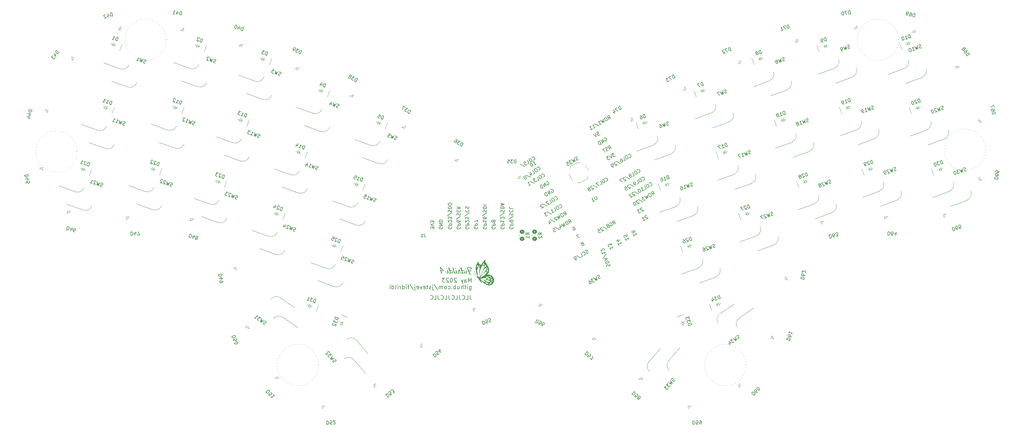
<source format=gbo>
%TF.GenerationSoftware,KiCad,Pcbnew,7.0.1-0*%
%TF.CreationDate,2023-05-23T20:01:29-04:00*%
%TF.ProjectId,fidrildi4,66696472-696c-4646-9934-2e6b69636164,rev?*%
%TF.SameCoordinates,Original*%
%TF.FileFunction,Legend,Bot*%
%TF.FilePolarity,Positive*%
%FSLAX46Y46*%
G04 Gerber Fmt 4.6, Leading zero omitted, Abs format (unit mm)*
G04 Created by KiCad (PCBNEW 7.0.1-0) date 2023-05-23 20:01:29*
%MOMM*%
%LPD*%
G01*
G04 APERTURE LIST*
G04 Aperture macros list*
%AMRoundRect*
0 Rectangle with rounded corners*
0 $1 Rounding radius*
0 $2 $3 $4 $5 $6 $7 $8 $9 X,Y pos of 4 corners*
0 Add a 4 corners polygon primitive as box body*
4,1,4,$2,$3,$4,$5,$6,$7,$8,$9,$2,$3,0*
0 Add four circle primitives for the rounded corners*
1,1,$1+$1,$2,$3*
1,1,$1+$1,$4,$5*
1,1,$1+$1,$6,$7*
1,1,$1+$1,$8,$9*
0 Add four rect primitives between the rounded corners*
20,1,$1+$1,$2,$3,$4,$5,0*
20,1,$1+$1,$4,$5,$6,$7,0*
20,1,$1+$1,$6,$7,$8,$9,0*
20,1,$1+$1,$8,$9,$2,$3,0*%
%AMRotRect*
0 Rectangle, with rotation*
0 The origin of the aperture is its center*
0 $1 length*
0 $2 width*
0 $3 Rotation angle, in degrees counterclockwise*
0 Add horizontal line*
21,1,$1,$2,0,0,$3*%
G04 Aperture macros list end*
%ADD10C,0.200000*%
%ADD11C,0.150000*%
%ADD12C,0.180000*%
%ADD13C,0.120000*%
%ADD14RotRect,1.600000X0.820000X220.000000*%
%ADD15C,3.500000*%
%ADD16RotRect,1.600000X0.820000X353.000000*%
%ADD17RotRect,1.600000X0.820000X197.500000*%
%ADD18RoundRect,0.250000X1.305205X0.589122X-0.621165X1.290263X-1.305205X-0.589122X0.621165X-1.290263X0*%
%ADD19C,1.750000*%
%ADD20C,4.000000*%
%ADD21C,3.600000*%
%ADD22RoundRect,0.250000X-1.424902X0.142408X-0.107187X-1.427983X1.424902X-0.142408X0.107187X1.427983X0*%
%ADD23RotRect,1.600000X0.820000X18.000000*%
%ADD24RoundRect,0.250000X0.621165X1.290263X-1.305205X0.589122X-0.621165X-1.290263X1.305205X-0.589122X0*%
%ADD25RotRect,1.600000X0.820000X29.250000*%
%ADD26RotRect,1.600000X0.820000X111.000000*%
%ADD27RotRect,3.200000X2.000000X210.000000*%
%ADD28RotRect,2.000000X2.000000X210.000000*%
%ADD29C,2.000000*%
%ADD30RotRect,1.600000X0.820000X17.250000*%
%ADD31RotRect,1.600000X0.820000X257.250000*%
%ADD32RotRect,1.600000X0.820000X341.500000*%
%ADD33RotRect,1.600000X0.820000X335.500000*%
%ADD34RotRect,1.600000X0.820000X54.000000*%
%ADD35RotRect,1.600000X0.820000X306.250000*%
%ADD36RotRect,1.600000X0.820000X181.750000*%
%ADD37RotRect,1.600000X0.820000X178.000000*%
%ADD38RotRect,1.600000X0.820000X328.000000*%
%ADD39RotRect,1.600000X0.820000X329.000000*%
%ADD40RotRect,1.600000X0.820000X134.500000*%
%ADD41R,1.700000X1.700000*%
%ADD42O,1.700000X1.700000*%
%ADD43RoundRect,0.250000X-1.413207X-0.231236X0.266054X-1.407068X1.413207X0.231236X-0.266054X1.407068X0*%
%ADD44RotRect,1.600000X0.820000X8.750000*%
%ADD45RotRect,1.600000X0.820000X164.500000*%
%ADD46RotRect,1.600000X0.820000X250.500000*%
%ADD47RoundRect,0.250000X-0.266054X-1.407068X1.413207X-0.231236X0.266054X1.407068X-1.413207X0.231236X0*%
%ADD48RotRect,1.600000X0.820000X331.000000*%
%ADD49RotRect,1.600000X0.820000X182.500000*%
%ADD50RotRect,1.600000X0.820000X219.000000*%
%ADD51RotRect,1.600000X0.820000X347.000000*%
%ADD52RotRect,1.600000X0.820000X155.500000*%
%ADD53RoundRect,0.250000X0.107187X-1.427983X1.424902X0.142408X-0.107187X1.427983X-1.424902X-0.142408X0*%
%ADD54RotRect,1.600000X0.820000X32.500000*%
%ADD55C,1.600000*%
%ADD56RotRect,1.600000X0.820000X226.000000*%
%ADD57RotRect,1.600000X0.820000X140.250000*%
%ADD58R,1.600000X0.820000*%
%ADD59RotRect,1.600000X0.820000X202.250000*%
%ADD60RotRect,1.600000X0.820000X141.000000*%
%ADD61RotRect,1.600000X0.820000X101.000000*%
%ADD62RotRect,1.600000X0.820000X200.000000*%
%ADD63RotRect,1.600000X0.820000X260.000000*%
%ADD64RotRect,1.600000X0.820000X162.000000*%
%ADD65RotRect,1.600000X0.820000X102.000000*%
%ADD66RotRect,1.600000X0.820000X23.500000*%
%ADD67RotRect,1.600000X0.820000X76.500000*%
%ADD68RotRect,1.600000X0.820000X285.000000*%
%ADD69RotRect,1.600000X0.820000X183.000000*%
%ADD70RotRect,1.000000X1.200000X20.000000*%
%ADD71RotRect,1.000000X1.200000X160.000000*%
%ADD72RotRect,1.000000X1.200000X250.000000*%
%ADD73RotRect,1.000000X1.200000X290.000000*%
%ADD74RoundRect,0.250000X0.450000X-0.350000X0.450000X0.350000X-0.450000X0.350000X-0.450000X-0.350000X0*%
%ADD75RotRect,1.700000X1.000000X210.000000*%
G04 APERTURE END LIST*
D10*
X109830000Y-95520000D02*
X109830000Y-95520000D01*
X109776745Y-96317631D02*
X109776745Y-96317631D01*
X109617927Y-97101104D02*
X109617927Y-97101104D01*
X109356365Y-97856510D02*
X109356365Y-97856510D01*
X108996703Y-98570439D02*
X108996703Y-98570439D01*
X108545323Y-99230218D02*
X108545323Y-99230218D01*
X108010240Y-99824136D02*
X108010240Y-99824136D01*
X107400951Y-100341649D02*
X107400951Y-100341649D01*
X106728273Y-100773571D02*
X106728273Y-100773571D01*
X106004146Y-101112234D02*
X106004146Y-101112234D01*
X105241425Y-101351627D02*
X105241425Y-101351627D01*
X104453649Y-101487500D02*
X104453649Y-101487500D01*
X103654802Y-101517441D02*
X103654802Y-101517441D01*
X102859066Y-101440919D02*
X102859066Y-101440919D01*
X102080565Y-101259292D02*
X102080565Y-101259292D01*
X101333118Y-100975784D02*
X101333118Y-100975784D01*
X100629996Y-100595428D02*
X100629996Y-100595428D01*
X99983678Y-100124976D02*
X99983678Y-100124976D01*
X99405637Y-99572779D02*
X99405637Y-99572779D01*
X98906136Y-98948639D02*
X98906136Y-98948639D01*
X98494040Y-98263635D02*
X98494040Y-98263635D01*
X98176665Y-97529928D02*
X98176665Y-97529928D01*
X97959646Y-96760542D02*
X97959646Y-96760542D01*
X97846833Y-95969135D02*
X97846833Y-95969135D01*
X97840231Y-95169755D02*
X97840231Y-95169755D01*
X97939955Y-94376592D02*
X97939955Y-94376592D01*
X98144237Y-93603726D02*
X98144237Y-93603726D01*
X98449449Y-92864877D02*
X98449449Y-92864877D01*
X98850174Y-92173160D02*
X98850174Y-92173160D01*
X99339297Y-91540854D02*
X99339297Y-91540854D01*
X99908138Y-90979185D02*
X99908138Y-90979185D01*
X100546597Y-90498121D02*
X100546597Y-90498121D01*
X101243341Y-90106202D02*
X101243341Y-90106202D01*
X101986002Y-89810387D02*
X101986002Y-89810387D01*
X102761397Y-89615926D02*
X102761397Y-89615926D01*
X103555761Y-89526270D02*
X103555761Y-89526270D01*
X104354993Y-89543012D02*
X104354993Y-89543012D01*
X105144906Y-89665854D02*
X105144906Y-89665854D01*
X105911477Y-89892616D02*
X105911477Y-89892616D01*
X106641100Y-90219272D02*
X106641100Y-90219272D01*
X107320820Y-90640023D02*
X107320820Y-90640023D01*
X107938574Y-91147401D02*
X107938574Y-91147401D01*
X108483395Y-91732400D02*
X108483395Y-91732400D01*
X108945611Y-92384633D02*
X108945611Y-92384633D01*
X109317017Y-93092524D02*
X109317017Y-93092524D01*
X109591021Y-93843507D02*
X109591021Y-93843507D01*
X109762759Y-94624249D02*
X109762759Y-94624249D01*
X109829181Y-95420892D02*
X109829181Y-95420892D01*
X84020000Y-128010000D02*
X84020000Y-128010000D01*
X83966745Y-128807631D02*
X83966745Y-128807631D01*
X83807927Y-129591104D02*
X83807927Y-129591104D01*
X83546365Y-130346510D02*
X83546365Y-130346510D01*
X83186703Y-131060439D02*
X83186703Y-131060439D01*
X82735323Y-131720218D02*
X82735323Y-131720218D01*
X82200240Y-132314136D02*
X82200240Y-132314136D01*
X81590951Y-132831649D02*
X81590951Y-132831649D01*
X80918273Y-133263571D02*
X80918273Y-133263571D01*
X80194146Y-133602234D02*
X80194146Y-133602234D01*
X79431425Y-133841627D02*
X79431425Y-133841627D01*
X78643649Y-133977500D02*
X78643649Y-133977500D01*
X77844802Y-134007441D02*
X77844802Y-134007441D01*
X77049066Y-133930919D02*
X77049066Y-133930919D01*
X76270565Y-133749292D02*
X76270565Y-133749292D01*
X75523118Y-133465784D02*
X75523118Y-133465784D01*
X74819996Y-133085428D02*
X74819996Y-133085428D01*
X74173678Y-132614976D02*
X74173678Y-132614976D01*
X73595637Y-132062779D02*
X73595637Y-132062779D01*
X73096136Y-131438639D02*
X73096136Y-131438639D01*
X72684040Y-130753635D02*
X72684040Y-130753635D01*
X72366665Y-130019928D02*
X72366665Y-130019928D01*
X72149646Y-129250542D02*
X72149646Y-129250542D01*
X72036833Y-128459135D02*
X72036833Y-128459135D01*
X72030231Y-127659755D02*
X72030231Y-127659755D01*
X72129955Y-126866592D02*
X72129955Y-126866592D01*
X72334237Y-126093726D02*
X72334237Y-126093726D01*
X72639449Y-125354877D02*
X72639449Y-125354877D01*
X73040174Y-124663160D02*
X73040174Y-124663160D01*
X73529297Y-124030854D02*
X73529297Y-124030854D01*
X74098138Y-123469185D02*
X74098138Y-123469185D01*
X74736597Y-122988121D02*
X74736597Y-122988121D01*
X75433341Y-122596202D02*
X75433341Y-122596202D01*
X76176002Y-122300387D02*
X76176002Y-122300387D01*
X76951397Y-122105926D02*
X76951397Y-122105926D01*
X77745761Y-122016270D02*
X77745761Y-122016270D01*
X78544993Y-122033012D02*
X78544993Y-122033012D01*
X79334906Y-122155854D02*
X79334906Y-122155854D01*
X80101477Y-122382616D02*
X80101477Y-122382616D01*
X80831100Y-122709272D02*
X80831100Y-122709272D01*
X81510820Y-123130023D02*
X81510820Y-123130023D01*
X82128574Y-123637401D02*
X82128574Y-123637401D01*
X82673395Y-124222400D02*
X82673395Y-124222400D01*
X83135611Y-124874633D02*
X83135611Y-124874633D01*
X83507017Y-125582524D02*
X83507017Y-125582524D01*
X83781021Y-126333507D02*
X83781021Y-126333507D01*
X83952759Y-127114249D02*
X83952759Y-127114249D01*
X84019181Y-127910892D02*
X84019181Y-127910892D01*
X322170000Y-95520000D02*
X322170000Y-95520000D01*
X322116745Y-96317631D02*
X322116745Y-96317631D01*
X321957927Y-97101104D02*
X321957927Y-97101104D01*
X321696365Y-97856510D02*
X321696365Y-97856510D01*
X321336703Y-98570439D02*
X321336703Y-98570439D01*
X320885323Y-99230218D02*
X320885323Y-99230218D01*
X320350240Y-99824136D02*
X320350240Y-99824136D01*
X319740951Y-100341649D02*
X319740951Y-100341649D01*
X319068273Y-100773571D02*
X319068273Y-100773571D01*
X318344146Y-101112234D02*
X318344146Y-101112234D01*
X317581425Y-101351627D02*
X317581425Y-101351627D01*
X316793649Y-101487500D02*
X316793649Y-101487500D01*
X315994802Y-101517441D02*
X315994802Y-101517441D01*
X315199066Y-101440919D02*
X315199066Y-101440919D01*
X314420565Y-101259292D02*
X314420565Y-101259292D01*
X313673118Y-100975784D02*
X313673118Y-100975784D01*
X312969996Y-100595428D02*
X312969996Y-100595428D01*
X312323678Y-100124976D02*
X312323678Y-100124976D01*
X311745637Y-99572779D02*
X311745637Y-99572779D01*
X311246136Y-98948639D02*
X311246136Y-98948639D01*
X310834040Y-98263635D02*
X310834040Y-98263635D01*
X310516665Y-97529928D02*
X310516665Y-97529928D01*
X310299646Y-96760542D02*
X310299646Y-96760542D01*
X310186833Y-95969135D02*
X310186833Y-95969135D01*
X310180231Y-95169755D02*
X310180231Y-95169755D01*
X310279955Y-94376592D02*
X310279955Y-94376592D01*
X310484237Y-93603726D02*
X310484237Y-93603726D01*
X310789449Y-92864877D02*
X310789449Y-92864877D01*
X311190174Y-92173160D02*
X311190174Y-92173160D01*
X311679297Y-91540854D02*
X311679297Y-91540854D01*
X312248138Y-90979185D02*
X312248138Y-90979185D01*
X312886597Y-90498121D02*
X312886597Y-90498121D01*
X313583341Y-90106202D02*
X313583341Y-90106202D01*
X314326002Y-89810387D02*
X314326002Y-89810387D01*
X315101397Y-89615926D02*
X315101397Y-89615926D01*
X315895761Y-89526270D02*
X315895761Y-89526270D01*
X316694993Y-89543012D02*
X316694993Y-89543012D01*
X317484906Y-89665854D02*
X317484906Y-89665854D01*
X318251477Y-89892616D02*
X318251477Y-89892616D01*
X318981100Y-90219272D02*
X318981100Y-90219272D01*
X319660820Y-90640023D02*
X319660820Y-90640023D01*
X320278574Y-91147401D02*
X320278574Y-91147401D01*
X320823395Y-91732400D02*
X320823395Y-91732400D01*
X321285611Y-92384633D02*
X321285611Y-92384633D01*
X321657017Y-93092524D02*
X321657017Y-93092524D01*
X321931021Y-93843507D02*
X321931021Y-93843507D01*
X322102759Y-94624249D02*
X322102759Y-94624249D01*
X322169181Y-95420892D02*
X322169181Y-95420892D01*
X278000000Y-190000000D02*
X278000000Y-190000000D01*
X277946745Y-190797631D02*
X277946745Y-190797631D01*
X277787927Y-191581104D02*
X277787927Y-191581104D01*
X277526365Y-192336510D02*
X277526365Y-192336510D01*
X277166703Y-193050439D02*
X277166703Y-193050439D01*
X276715323Y-193710218D02*
X276715323Y-193710218D01*
X276180240Y-194304136D02*
X276180240Y-194304136D01*
X275570951Y-194821649D02*
X275570951Y-194821649D01*
X274898273Y-195253571D02*
X274898273Y-195253571D01*
X274174146Y-195592234D02*
X274174146Y-195592234D01*
X273411425Y-195831627D02*
X273411425Y-195831627D01*
X272623649Y-195967500D02*
X272623649Y-195967500D01*
X271824802Y-195997441D02*
X271824802Y-195997441D01*
X271029066Y-195920919D02*
X271029066Y-195920919D01*
X270250565Y-195739292D02*
X270250565Y-195739292D01*
X269503118Y-195455784D02*
X269503118Y-195455784D01*
X268799996Y-195075428D02*
X268799996Y-195075428D01*
X268153678Y-194604976D02*
X268153678Y-194604976D01*
X267575637Y-194052779D02*
X267575637Y-194052779D01*
X267076136Y-193428639D02*
X267076136Y-193428639D01*
X266664040Y-192743635D02*
X266664040Y-192743635D01*
X266346665Y-192009928D02*
X266346665Y-192009928D01*
X266129646Y-191240542D02*
X266129646Y-191240542D01*
X266016833Y-190449135D02*
X266016833Y-190449135D01*
X266010231Y-189649755D02*
X266010231Y-189649755D01*
X266109955Y-188856592D02*
X266109955Y-188856592D01*
X266314237Y-188083726D02*
X266314237Y-188083726D01*
X266619449Y-187344877D02*
X266619449Y-187344877D01*
X267020174Y-186653160D02*
X267020174Y-186653160D01*
X267509297Y-186020854D02*
X267509297Y-186020854D01*
X268078138Y-185459185D02*
X268078138Y-185459185D01*
X268716597Y-184978121D02*
X268716597Y-184978121D01*
X269413341Y-184586202D02*
X269413341Y-184586202D01*
X270156002Y-184290387D02*
X270156002Y-184290387D01*
X270931397Y-184095926D02*
X270931397Y-184095926D01*
X271725761Y-184006270D02*
X271725761Y-184006270D01*
X272524993Y-184023012D02*
X272524993Y-184023012D01*
X273314906Y-184145854D02*
X273314906Y-184145854D01*
X274081477Y-184372616D02*
X274081477Y-184372616D01*
X274811100Y-184699272D02*
X274811100Y-184699272D01*
X275490820Y-185120023D02*
X275490820Y-185120023D01*
X276108574Y-185627401D02*
X276108574Y-185627401D01*
X276653395Y-186212400D02*
X276653395Y-186212400D01*
X277115611Y-186864633D02*
X277115611Y-186864633D01*
X277487017Y-187572524D02*
X277487017Y-187572524D01*
X277761021Y-188323507D02*
X277761021Y-188323507D01*
X277932759Y-189104249D02*
X277932759Y-189104249D01*
X277999181Y-189900892D02*
X277999181Y-189900892D01*
X154000000Y-190000000D02*
X154000000Y-190000000D01*
X153946745Y-190797631D02*
X153946745Y-190797631D01*
X153787927Y-191581104D02*
X153787927Y-191581104D01*
X153526365Y-192336510D02*
X153526365Y-192336510D01*
X153166703Y-193050439D02*
X153166703Y-193050439D01*
X152715323Y-193710218D02*
X152715323Y-193710218D01*
X152180240Y-194304136D02*
X152180240Y-194304136D01*
X151570951Y-194821649D02*
X151570951Y-194821649D01*
X150898273Y-195253571D02*
X150898273Y-195253571D01*
X150174146Y-195592234D02*
X150174146Y-195592234D01*
X149411425Y-195831627D02*
X149411425Y-195831627D01*
X148623649Y-195967500D02*
X148623649Y-195967500D01*
X147824802Y-195997441D02*
X147824802Y-195997441D01*
X147029066Y-195920919D02*
X147029066Y-195920919D01*
X146250565Y-195739292D02*
X146250565Y-195739292D01*
X145503118Y-195455784D02*
X145503118Y-195455784D01*
X144799996Y-195075428D02*
X144799996Y-195075428D01*
X144153678Y-194604976D02*
X144153678Y-194604976D01*
X143575637Y-194052779D02*
X143575637Y-194052779D01*
X143076136Y-193428639D02*
X143076136Y-193428639D01*
X142664040Y-192743635D02*
X142664040Y-192743635D01*
X142346665Y-192009928D02*
X142346665Y-192009928D01*
X142129646Y-191240542D02*
X142129646Y-191240542D01*
X142016833Y-190449135D02*
X142016833Y-190449135D01*
X142010231Y-189649755D02*
X142010231Y-189649755D01*
X142109955Y-188856592D02*
X142109955Y-188856592D01*
X142314237Y-188083726D02*
X142314237Y-188083726D01*
X142619449Y-187344877D02*
X142619449Y-187344877D01*
X143020174Y-186653160D02*
X143020174Y-186653160D01*
X143509297Y-186020854D02*
X143509297Y-186020854D01*
X144078138Y-185459185D02*
X144078138Y-185459185D01*
X144716597Y-184978121D02*
X144716597Y-184978121D01*
X145413341Y-184586202D02*
X145413341Y-184586202D01*
X146156002Y-184290387D02*
X146156002Y-184290387D01*
X146931397Y-184095926D02*
X146931397Y-184095926D01*
X147725761Y-184006270D02*
X147725761Y-184006270D01*
X148524993Y-184023012D02*
X148524993Y-184023012D01*
X149314906Y-184145854D02*
X149314906Y-184145854D01*
X150081477Y-184372616D02*
X150081477Y-184372616D01*
X150811100Y-184699272D02*
X150811100Y-184699272D01*
X151490820Y-185120023D02*
X151490820Y-185120023D01*
X152108574Y-185627401D02*
X152108574Y-185627401D01*
X152653395Y-186212400D02*
X152653395Y-186212400D01*
X153115611Y-186864633D02*
X153115611Y-186864633D01*
X153487017Y-187572524D02*
X153487017Y-187572524D01*
X153761021Y-188323507D02*
X153761021Y-188323507D01*
X153932759Y-189104249D02*
X153932759Y-189104249D01*
X153999181Y-189900892D02*
X153999181Y-189900892D01*
X347410000Y-127460000D02*
X347410000Y-127460000D01*
X347356745Y-128257631D02*
X347356745Y-128257631D01*
X347197927Y-129041104D02*
X347197927Y-129041104D01*
X346936365Y-129796510D02*
X346936365Y-129796510D01*
X346576703Y-130510439D02*
X346576703Y-130510439D01*
X346125323Y-131170218D02*
X346125323Y-131170218D01*
X345590240Y-131764136D02*
X345590240Y-131764136D01*
X344980951Y-132281649D02*
X344980951Y-132281649D01*
X344308273Y-132713571D02*
X344308273Y-132713571D01*
X343584146Y-133052234D02*
X343584146Y-133052234D01*
X342821425Y-133291627D02*
X342821425Y-133291627D01*
X342033649Y-133427500D02*
X342033649Y-133427500D01*
X341234802Y-133457441D02*
X341234802Y-133457441D01*
X340439066Y-133380919D02*
X340439066Y-133380919D01*
X339660565Y-133199292D02*
X339660565Y-133199292D01*
X338913118Y-132915784D02*
X338913118Y-132915784D01*
X338209996Y-132535428D02*
X338209996Y-132535428D01*
X337563678Y-132064976D02*
X337563678Y-132064976D01*
X336985637Y-131512779D02*
X336985637Y-131512779D01*
X336486136Y-130888639D02*
X336486136Y-130888639D01*
X336074040Y-130203635D02*
X336074040Y-130203635D01*
X335756665Y-129469928D02*
X335756665Y-129469928D01*
X335539646Y-128700542D02*
X335539646Y-128700542D01*
X335426833Y-127909135D02*
X335426833Y-127909135D01*
X335420231Y-127109755D02*
X335420231Y-127109755D01*
X335519955Y-126316592D02*
X335519955Y-126316592D01*
X335724237Y-125543726D02*
X335724237Y-125543726D01*
X336029449Y-124804877D02*
X336029449Y-124804877D01*
X336430174Y-124113160D02*
X336430174Y-124113160D01*
X336919297Y-123480854D02*
X336919297Y-123480854D01*
X337488138Y-122919185D02*
X337488138Y-122919185D01*
X338126597Y-122438121D02*
X338126597Y-122438121D01*
X338823341Y-122046202D02*
X338823341Y-122046202D01*
X339566002Y-121750387D02*
X339566002Y-121750387D01*
X340341397Y-121555926D02*
X340341397Y-121555926D01*
X341135761Y-121466270D02*
X341135761Y-121466270D01*
X341934993Y-121483012D02*
X341934993Y-121483012D01*
X342724906Y-121605854D02*
X342724906Y-121605854D01*
X343491477Y-121832616D02*
X343491477Y-121832616D01*
X344221100Y-122159272D02*
X344221100Y-122159272D01*
X344900820Y-122580023D02*
X344900820Y-122580023D01*
X345518574Y-123087401D02*
X345518574Y-123087401D01*
X346063395Y-123672400D02*
X346063395Y-123672400D01*
X346525611Y-124324633D02*
X346525611Y-124324633D01*
X346897017Y-125032524D02*
X346897017Y-125032524D01*
X347171021Y-125783507D02*
X347171021Y-125783507D01*
X347342759Y-126564249D02*
X347342759Y-126564249D01*
X347409181Y-127360892D02*
X347409181Y-127360892D01*
D11*
X200074761Y-149960476D02*
X200122380Y-150055714D01*
X200122380Y-150055714D02*
X200122380Y-150198571D01*
X200122380Y-150198571D02*
X200074761Y-150341428D01*
X200074761Y-150341428D02*
X199979523Y-150436666D01*
X199979523Y-150436666D02*
X199884285Y-150484285D01*
X199884285Y-150484285D02*
X199693809Y-150531904D01*
X199693809Y-150531904D02*
X199550952Y-150531904D01*
X199550952Y-150531904D02*
X199360476Y-150484285D01*
X199360476Y-150484285D02*
X199265238Y-150436666D01*
X199265238Y-150436666D02*
X199170000Y-150341428D01*
X199170000Y-150341428D02*
X199122380Y-150198571D01*
X199122380Y-150198571D02*
X199122380Y-150103333D01*
X199122380Y-150103333D02*
X199170000Y-149960476D01*
X199170000Y-149960476D02*
X199217619Y-149912857D01*
X199217619Y-149912857D02*
X199550952Y-149912857D01*
X199550952Y-149912857D02*
X199550952Y-150103333D01*
X199122380Y-149484285D02*
X200122380Y-149484285D01*
X200122380Y-149484285D02*
X200122380Y-149103333D01*
X200122380Y-149103333D02*
X200074761Y-149008095D01*
X200074761Y-149008095D02*
X200027142Y-148960476D01*
X200027142Y-148960476D02*
X199931904Y-148912857D01*
X199931904Y-148912857D02*
X199789047Y-148912857D01*
X199789047Y-148912857D02*
X199693809Y-148960476D01*
X199693809Y-148960476D02*
X199646190Y-149008095D01*
X199646190Y-149008095D02*
X199598571Y-149103333D01*
X199598571Y-149103333D02*
X199598571Y-149484285D01*
X200122380Y-148579523D02*
X200122380Y-147912857D01*
X200122380Y-147912857D02*
X199122380Y-148341428D01*
X229345091Y-152129418D02*
X228767741Y-152462751D01*
X228767741Y-152462751D02*
X229638895Y-153114491D01*
X202674761Y-149958095D02*
X202722380Y-150053333D01*
X202722380Y-150053333D02*
X202722380Y-150196190D01*
X202722380Y-150196190D02*
X202674761Y-150339047D01*
X202674761Y-150339047D02*
X202579523Y-150434285D01*
X202579523Y-150434285D02*
X202484285Y-150481904D01*
X202484285Y-150481904D02*
X202293809Y-150529523D01*
X202293809Y-150529523D02*
X202150952Y-150529523D01*
X202150952Y-150529523D02*
X201960476Y-150481904D01*
X201960476Y-150481904D02*
X201865238Y-150434285D01*
X201865238Y-150434285D02*
X201770000Y-150339047D01*
X201770000Y-150339047D02*
X201722380Y-150196190D01*
X201722380Y-150196190D02*
X201722380Y-150100952D01*
X201722380Y-150100952D02*
X201770000Y-149958095D01*
X201770000Y-149958095D02*
X201817619Y-149910476D01*
X201817619Y-149910476D02*
X202150952Y-149910476D01*
X202150952Y-149910476D02*
X202150952Y-150100952D01*
X201722380Y-149481904D02*
X202722380Y-149481904D01*
X202722380Y-149481904D02*
X202722380Y-149100952D01*
X202722380Y-149100952D02*
X202674761Y-149005714D01*
X202674761Y-149005714D02*
X202627142Y-148958095D01*
X202627142Y-148958095D02*
X202531904Y-148910476D01*
X202531904Y-148910476D02*
X202389047Y-148910476D01*
X202389047Y-148910476D02*
X202293809Y-148958095D01*
X202293809Y-148958095D02*
X202246190Y-149005714D01*
X202246190Y-149005714D02*
X202198571Y-149100952D01*
X202198571Y-149100952D02*
X202198571Y-149481904D01*
X201722380Y-147958095D02*
X201722380Y-148529523D01*
X201722380Y-148243809D02*
X202722380Y-148243809D01*
X202722380Y-148243809D02*
X202579523Y-148339047D01*
X202579523Y-148339047D02*
X202484285Y-148434285D01*
X202484285Y-148434285D02*
X202436666Y-148529523D01*
X202722380Y-147100952D02*
X202722380Y-147291428D01*
X202722380Y-147291428D02*
X202674761Y-147386666D01*
X202674761Y-147386666D02*
X202627142Y-147434285D01*
X202627142Y-147434285D02*
X202484285Y-147529523D01*
X202484285Y-147529523D02*
X202293809Y-147577142D01*
X202293809Y-147577142D02*
X201912857Y-147577142D01*
X201912857Y-147577142D02*
X201817619Y-147529523D01*
X201817619Y-147529523D02*
X201770000Y-147481904D01*
X201770000Y-147481904D02*
X201722380Y-147386666D01*
X201722380Y-147386666D02*
X201722380Y-147196190D01*
X201722380Y-147196190D02*
X201770000Y-147100952D01*
X201770000Y-147100952D02*
X201817619Y-147053333D01*
X201817619Y-147053333D02*
X201912857Y-147005714D01*
X201912857Y-147005714D02*
X202150952Y-147005714D01*
X202150952Y-147005714D02*
X202246190Y-147053333D01*
X202246190Y-147053333D02*
X202293809Y-147100952D01*
X202293809Y-147100952D02*
X202341428Y-147196190D01*
X202341428Y-147196190D02*
X202341428Y-147386666D01*
X202341428Y-147386666D02*
X202293809Y-147481904D01*
X202293809Y-147481904D02*
X202246190Y-147529523D01*
X202246190Y-147529523D02*
X202150952Y-147577142D01*
X202770000Y-145862857D02*
X201484285Y-146719999D01*
X201770000Y-145577142D02*
X201722380Y-145434285D01*
X201722380Y-145434285D02*
X201722380Y-145196190D01*
X201722380Y-145196190D02*
X201770000Y-145100952D01*
X201770000Y-145100952D02*
X201817619Y-145053333D01*
X201817619Y-145053333D02*
X201912857Y-145005714D01*
X201912857Y-145005714D02*
X202008095Y-145005714D01*
X202008095Y-145005714D02*
X202103333Y-145053333D01*
X202103333Y-145053333D02*
X202150952Y-145100952D01*
X202150952Y-145100952D02*
X202198571Y-145196190D01*
X202198571Y-145196190D02*
X202246190Y-145386666D01*
X202246190Y-145386666D02*
X202293809Y-145481904D01*
X202293809Y-145481904D02*
X202341428Y-145529523D01*
X202341428Y-145529523D02*
X202436666Y-145577142D01*
X202436666Y-145577142D02*
X202531904Y-145577142D01*
X202531904Y-145577142D02*
X202627142Y-145529523D01*
X202627142Y-145529523D02*
X202674761Y-145481904D01*
X202674761Y-145481904D02*
X202722380Y-145386666D01*
X202722380Y-145386666D02*
X202722380Y-145148571D01*
X202722380Y-145148571D02*
X202674761Y-145005714D01*
X201722380Y-144577142D02*
X202722380Y-144577142D01*
X202722380Y-144577142D02*
X202722380Y-144339047D01*
X202722380Y-144339047D02*
X202674761Y-144196190D01*
X202674761Y-144196190D02*
X202579523Y-144100952D01*
X202579523Y-144100952D02*
X202484285Y-144053333D01*
X202484285Y-144053333D02*
X202293809Y-144005714D01*
X202293809Y-144005714D02*
X202150952Y-144005714D01*
X202150952Y-144005714D02*
X201960476Y-144053333D01*
X201960476Y-144053333D02*
X201865238Y-144100952D01*
X201865238Y-144100952D02*
X201770000Y-144196190D01*
X201770000Y-144196190D02*
X201722380Y-144339047D01*
X201722380Y-144339047D02*
X201722380Y-144577142D01*
X201722380Y-143577142D02*
X202722380Y-143577142D01*
X221282790Y-139180181D02*
X221341459Y-139091322D01*
X221341459Y-139091322D02*
X221465177Y-139019894D01*
X221465177Y-139019894D02*
X221612704Y-138989705D01*
X221612704Y-138989705D02*
X221742802Y-139024564D01*
X221742802Y-139024564D02*
X221831660Y-139083233D01*
X221831660Y-139083233D02*
X221968138Y-139224381D01*
X221968138Y-139224381D02*
X222039566Y-139348099D01*
X222039566Y-139348099D02*
X222093565Y-139536866D01*
X222093565Y-139536866D02*
X222099945Y-139643154D01*
X222099945Y-139643154D02*
X222065085Y-139773251D01*
X222065085Y-139773251D02*
X221965177Y-139885919D01*
X221965177Y-139885919D02*
X221882698Y-139933538D01*
X221882698Y-139933538D02*
X221735171Y-139963728D01*
X221735171Y-139963728D02*
X221670122Y-139946298D01*
X221670122Y-139946298D02*
X221503455Y-139657623D01*
X221503455Y-139657623D02*
X221668412Y-139562385D01*
X221346587Y-140243062D02*
X220846587Y-139377037D01*
X220846587Y-139377037D02*
X220851715Y-140528776D01*
X220851715Y-140528776D02*
X220351715Y-139662751D01*
X220439322Y-140766872D02*
X219939322Y-139900846D01*
X219939322Y-139900846D02*
X219733126Y-140019894D01*
X219733126Y-140019894D02*
X219633218Y-140132562D01*
X219633218Y-140132562D02*
X219598358Y-140262659D01*
X219598358Y-140262659D02*
X219604738Y-140368947D01*
X219604738Y-140368947D02*
X219658736Y-140557714D01*
X219658736Y-140557714D02*
X219730165Y-140681432D01*
X219730165Y-140681432D02*
X219866642Y-140822580D01*
X219866642Y-140822580D02*
X219955501Y-140881249D01*
X219955501Y-140881249D02*
X220085598Y-140916108D01*
X220085598Y-140916108D02*
X220233126Y-140885919D01*
X220233126Y-140885919D02*
X220439322Y-140766872D01*
X197574761Y-149968095D02*
X197622380Y-150063333D01*
X197622380Y-150063333D02*
X197622380Y-150206190D01*
X197622380Y-150206190D02*
X197574761Y-150349047D01*
X197574761Y-150349047D02*
X197479523Y-150444285D01*
X197479523Y-150444285D02*
X197384285Y-150491904D01*
X197384285Y-150491904D02*
X197193809Y-150539523D01*
X197193809Y-150539523D02*
X197050952Y-150539523D01*
X197050952Y-150539523D02*
X196860476Y-150491904D01*
X196860476Y-150491904D02*
X196765238Y-150444285D01*
X196765238Y-150444285D02*
X196670000Y-150349047D01*
X196670000Y-150349047D02*
X196622380Y-150206190D01*
X196622380Y-150206190D02*
X196622380Y-150110952D01*
X196622380Y-150110952D02*
X196670000Y-149968095D01*
X196670000Y-149968095D02*
X196717619Y-149920476D01*
X196717619Y-149920476D02*
X197050952Y-149920476D01*
X197050952Y-149920476D02*
X197050952Y-150110952D01*
X196622380Y-149491904D02*
X197622380Y-149491904D01*
X197622380Y-149491904D02*
X197622380Y-149110952D01*
X197622380Y-149110952D02*
X197574761Y-149015714D01*
X197574761Y-149015714D02*
X197527142Y-148968095D01*
X197527142Y-148968095D02*
X197431904Y-148920476D01*
X197431904Y-148920476D02*
X197289047Y-148920476D01*
X197289047Y-148920476D02*
X197193809Y-148968095D01*
X197193809Y-148968095D02*
X197146190Y-149015714D01*
X197146190Y-149015714D02*
X197098571Y-149110952D01*
X197098571Y-149110952D02*
X197098571Y-149491904D01*
X197527142Y-148539523D02*
X197574761Y-148491904D01*
X197574761Y-148491904D02*
X197622380Y-148396666D01*
X197622380Y-148396666D02*
X197622380Y-148158571D01*
X197622380Y-148158571D02*
X197574761Y-148063333D01*
X197574761Y-148063333D02*
X197527142Y-148015714D01*
X197527142Y-148015714D02*
X197431904Y-147968095D01*
X197431904Y-147968095D02*
X197336666Y-147968095D01*
X197336666Y-147968095D02*
X197193809Y-148015714D01*
X197193809Y-148015714D02*
X196622380Y-148587142D01*
X196622380Y-148587142D02*
X196622380Y-147968095D01*
X196622380Y-147015714D02*
X196622380Y-147587142D01*
X196622380Y-147301428D02*
X197622380Y-147301428D01*
X197622380Y-147301428D02*
X197479523Y-147396666D01*
X197479523Y-147396666D02*
X197384285Y-147491904D01*
X197384285Y-147491904D02*
X197336666Y-147587142D01*
X197670000Y-145872857D02*
X196384285Y-146729999D01*
X196717619Y-144968095D02*
X196670000Y-145015714D01*
X196670000Y-145015714D02*
X196622380Y-145158571D01*
X196622380Y-145158571D02*
X196622380Y-145253809D01*
X196622380Y-145253809D02*
X196670000Y-145396666D01*
X196670000Y-145396666D02*
X196765238Y-145491904D01*
X196765238Y-145491904D02*
X196860476Y-145539523D01*
X196860476Y-145539523D02*
X197050952Y-145587142D01*
X197050952Y-145587142D02*
X197193809Y-145587142D01*
X197193809Y-145587142D02*
X197384285Y-145539523D01*
X197384285Y-145539523D02*
X197479523Y-145491904D01*
X197479523Y-145491904D02*
X197574761Y-145396666D01*
X197574761Y-145396666D02*
X197622380Y-145253809D01*
X197622380Y-145253809D02*
X197622380Y-145158571D01*
X197622380Y-145158571D02*
X197574761Y-145015714D01*
X197574761Y-145015714D02*
X197527142Y-144968095D01*
X196670000Y-144587142D02*
X196622380Y-144444285D01*
X196622380Y-144444285D02*
X196622380Y-144206190D01*
X196622380Y-144206190D02*
X196670000Y-144110952D01*
X196670000Y-144110952D02*
X196717619Y-144063333D01*
X196717619Y-144063333D02*
X196812857Y-144015714D01*
X196812857Y-144015714D02*
X196908095Y-144015714D01*
X196908095Y-144015714D02*
X197003333Y-144063333D01*
X197003333Y-144063333D02*
X197050952Y-144110952D01*
X197050952Y-144110952D02*
X197098571Y-144206190D01*
X197098571Y-144206190D02*
X197146190Y-144396666D01*
X197146190Y-144396666D02*
X197193809Y-144491904D01*
X197193809Y-144491904D02*
X197241428Y-144539523D01*
X197241428Y-144539523D02*
X197336666Y-144587142D01*
X197336666Y-144587142D02*
X197431904Y-144587142D01*
X197431904Y-144587142D02*
X197527142Y-144539523D01*
X197527142Y-144539523D02*
X197574761Y-144491904D01*
X197574761Y-144491904D02*
X197622380Y-144396666D01*
X197622380Y-144396666D02*
X197622380Y-144158571D01*
X197622380Y-144158571D02*
X197574761Y-144015714D01*
X237695288Y-161507287D02*
X237601681Y-161389331D01*
X237601681Y-161389331D02*
X237520247Y-161165595D01*
X237520247Y-161165595D02*
X237532421Y-161059814D01*
X237532421Y-161059814D02*
X237560882Y-160998780D01*
X237560882Y-160998780D02*
X237634090Y-160921459D01*
X237634090Y-160921459D02*
X237723584Y-160888886D01*
X237723584Y-160888886D02*
X237829366Y-160901060D01*
X237829366Y-160901060D02*
X237890400Y-160929521D01*
X237890400Y-160929521D02*
X237967720Y-161002728D01*
X237967720Y-161002728D02*
X238077614Y-161165431D01*
X238077614Y-161165431D02*
X238154935Y-161238639D01*
X238154935Y-161238639D02*
X238215969Y-161267099D01*
X238215969Y-161267099D02*
X238321750Y-161279273D01*
X238321750Y-161279273D02*
X238411244Y-161246700D01*
X238411244Y-161246700D02*
X238484452Y-161169379D01*
X238484452Y-161169379D02*
X238512913Y-161108345D01*
X238512913Y-161108345D02*
X238525087Y-161002564D01*
X238525087Y-161002564D02*
X238443653Y-160778828D01*
X238443653Y-160778828D02*
X238350046Y-160660873D01*
X237308521Y-160583881D02*
X238248213Y-160241860D01*
X238248213Y-160241860D02*
X238166780Y-160018124D01*
X238166780Y-160018124D02*
X238073173Y-159900169D01*
X238073173Y-159900169D02*
X237951105Y-159843248D01*
X237951105Y-159843248D02*
X237845324Y-159831074D01*
X237845324Y-159831074D02*
X237650048Y-159851473D01*
X237650048Y-159851473D02*
X237515806Y-159900333D01*
X237515806Y-159900333D02*
X237353104Y-160010227D01*
X237353104Y-160010227D02*
X237279896Y-160087548D01*
X237279896Y-160087548D02*
X237222975Y-160209616D01*
X237222975Y-160209616D02*
X237227087Y-160360144D01*
X237227087Y-160360144D02*
X237308521Y-160583881D01*
X237251271Y-159591215D02*
X237088404Y-159143743D01*
X237015361Y-159778430D02*
X237841046Y-159123179D01*
X237841046Y-159123179D02*
X236787347Y-159151968D01*
X237413480Y-157809221D02*
X236498464Y-159054412D01*
X236135880Y-157362077D02*
X236331320Y-157899044D01*
X236233600Y-157630561D02*
X237173293Y-157288541D01*
X237173293Y-157288541D02*
X237071624Y-157426895D01*
X237071624Y-157426895D02*
X237014703Y-157548963D01*
X237014703Y-157548963D02*
X237002529Y-157654744D01*
X236855785Y-156694652D02*
X236884245Y-156633618D01*
X236884245Y-156633618D02*
X236896419Y-156527837D01*
X236896419Y-156527837D02*
X236814986Y-156304101D01*
X236814986Y-156304101D02*
X236737665Y-156230893D01*
X236737665Y-156230893D02*
X236676631Y-156202432D01*
X236676631Y-156202432D02*
X236570850Y-156190258D01*
X236570850Y-156190258D02*
X236481356Y-156222832D01*
X236481356Y-156222832D02*
X236363401Y-156316439D01*
X236363401Y-156316439D02*
X236021873Y-157048846D01*
X236021873Y-157048846D02*
X235810147Y-156467132D01*
X189914761Y-149958095D02*
X189962380Y-150053333D01*
X189962380Y-150053333D02*
X189962380Y-150196190D01*
X189962380Y-150196190D02*
X189914761Y-150339047D01*
X189914761Y-150339047D02*
X189819523Y-150434285D01*
X189819523Y-150434285D02*
X189724285Y-150481904D01*
X189724285Y-150481904D02*
X189533809Y-150529523D01*
X189533809Y-150529523D02*
X189390952Y-150529523D01*
X189390952Y-150529523D02*
X189200476Y-150481904D01*
X189200476Y-150481904D02*
X189105238Y-150434285D01*
X189105238Y-150434285D02*
X189010000Y-150339047D01*
X189010000Y-150339047D02*
X188962380Y-150196190D01*
X188962380Y-150196190D02*
X188962380Y-150100952D01*
X188962380Y-150100952D02*
X189010000Y-149958095D01*
X189010000Y-149958095D02*
X189057619Y-149910476D01*
X189057619Y-149910476D02*
X189390952Y-149910476D01*
X189390952Y-149910476D02*
X189390952Y-150100952D01*
X188962380Y-149481904D02*
X189962380Y-149481904D01*
X189962380Y-149481904D02*
X188962380Y-148910476D01*
X188962380Y-148910476D02*
X189962380Y-148910476D01*
X188962380Y-148434285D02*
X189962380Y-148434285D01*
X189962380Y-148434285D02*
X189962380Y-148196190D01*
X189962380Y-148196190D02*
X189914761Y-148053333D01*
X189914761Y-148053333D02*
X189819523Y-147958095D01*
X189819523Y-147958095D02*
X189724285Y-147910476D01*
X189724285Y-147910476D02*
X189533809Y-147862857D01*
X189533809Y-147862857D02*
X189390952Y-147862857D01*
X189390952Y-147862857D02*
X189200476Y-147910476D01*
X189200476Y-147910476D02*
X189105238Y-147958095D01*
X189105238Y-147958095D02*
X189010000Y-148053333D01*
X189010000Y-148053333D02*
X188962380Y-148196190D01*
X188962380Y-148196190D02*
X188962380Y-148434285D01*
X237406103Y-136645345D02*
X237471152Y-136662775D01*
X237471152Y-136662775D02*
X237618680Y-136632586D01*
X237618680Y-136632586D02*
X237701158Y-136584967D01*
X237701158Y-136584967D02*
X237801067Y-136472299D01*
X237801067Y-136472299D02*
X237835926Y-136342201D01*
X237835926Y-136342201D02*
X237829546Y-136235913D01*
X237829546Y-136235913D02*
X237775548Y-136047146D01*
X237775548Y-136047146D02*
X237704119Y-135923428D01*
X237704119Y-135923428D02*
X237567642Y-135782281D01*
X237567642Y-135782281D02*
X237478783Y-135723612D01*
X237478783Y-135723612D02*
X237348686Y-135688752D01*
X237348686Y-135688752D02*
X237201158Y-135718941D01*
X237201158Y-135718941D02*
X237118680Y-135766560D01*
X237118680Y-135766560D02*
X237018771Y-135879228D01*
X237018771Y-135879228D02*
X237001341Y-135944277D01*
X236417611Y-136171322D02*
X236252654Y-136266560D01*
X236252654Y-136266560D02*
X236193985Y-136355419D01*
X236193985Y-136355419D02*
X236159126Y-136485516D01*
X236159126Y-136485516D02*
X236213124Y-136674283D01*
X236213124Y-136674283D02*
X236379791Y-136962958D01*
X236379791Y-136962958D02*
X236516268Y-137104106D01*
X236516268Y-137104106D02*
X236646366Y-137138966D01*
X236646366Y-137138966D02*
X236752654Y-137132586D01*
X236752654Y-137132586D02*
X236917611Y-137037348D01*
X236917611Y-137037348D02*
X236976280Y-136948489D01*
X236976280Y-136948489D02*
X237011140Y-136818392D01*
X237011140Y-136818392D02*
X236957141Y-136629625D01*
X236957141Y-136629625D02*
X236790475Y-136340950D01*
X236790475Y-136340950D02*
X236653997Y-136199802D01*
X236653997Y-136199802D02*
X236523900Y-136164943D01*
X236523900Y-136164943D02*
X236417611Y-136171322D01*
X235762911Y-137704014D02*
X236175304Y-137465919D01*
X236175304Y-137465919D02*
X235675304Y-136599894D01*
X235056714Y-136957037D02*
X234479364Y-137290370D01*
X234479364Y-137290370D02*
X235350518Y-137942110D01*
X233507050Y-137796750D02*
X234892215Y-138481640D01*
X233331043Y-138063325D02*
X233265994Y-138045895D01*
X233265994Y-138045895D02*
X233159706Y-138052275D01*
X233159706Y-138052275D02*
X232953510Y-138171322D01*
X232953510Y-138171322D02*
X232894841Y-138260181D01*
X232894841Y-138260181D02*
X232877411Y-138325230D01*
X232877411Y-138325230D02*
X232883791Y-138431518D01*
X232883791Y-138431518D02*
X232931410Y-138513996D01*
X232931410Y-138513996D02*
X233044077Y-138613905D01*
X233044077Y-138613905D02*
X233824663Y-138823062D01*
X233824663Y-138823062D02*
X233288552Y-139132586D01*
X232507966Y-138923429D02*
X232566636Y-138834570D01*
X232566636Y-138834570D02*
X232584065Y-138769521D01*
X232584065Y-138769521D02*
X232577686Y-138663233D01*
X232577686Y-138663233D02*
X232553876Y-138621994D01*
X232553876Y-138621994D02*
X232465018Y-138563325D01*
X232465018Y-138563325D02*
X232399969Y-138545895D01*
X232399969Y-138545895D02*
X232293681Y-138552275D01*
X232293681Y-138552275D02*
X232128724Y-138647513D01*
X232128724Y-138647513D02*
X232070054Y-138736371D01*
X232070054Y-138736371D02*
X232052625Y-138801420D01*
X232052625Y-138801420D02*
X232059004Y-138907708D01*
X232059004Y-138907708D02*
X232082814Y-138948947D01*
X232082814Y-138948947D02*
X232171672Y-139007617D01*
X232171672Y-139007617D02*
X232236721Y-139025046D01*
X232236721Y-139025046D02*
X232343009Y-139018667D01*
X232343009Y-139018667D02*
X232507966Y-138923429D01*
X232507966Y-138923429D02*
X232614255Y-138917049D01*
X232614255Y-138917049D02*
X232679303Y-138934479D01*
X232679303Y-138934479D02*
X232768162Y-138993148D01*
X232768162Y-138993148D02*
X232863400Y-139158105D01*
X232863400Y-139158105D02*
X232869780Y-139264393D01*
X232869780Y-139264393D02*
X232852350Y-139329442D01*
X232852350Y-139329442D02*
X232793681Y-139418300D01*
X232793681Y-139418300D02*
X232628724Y-139513538D01*
X232628724Y-139513538D02*
X232522435Y-139519918D01*
X232522435Y-139519918D02*
X232457387Y-139502488D01*
X232457387Y-139502488D02*
X232368528Y-139443819D01*
X232368528Y-139443819D02*
X232273290Y-139278862D01*
X232273290Y-139278862D02*
X232266910Y-139172574D01*
X232266910Y-139172574D02*
X232284340Y-139107525D01*
X232284340Y-139107525D02*
X232343009Y-139018667D01*
X240817413Y-154698552D02*
X241103127Y-155193424D01*
X240960270Y-154945988D02*
X241826296Y-154445988D01*
X241826296Y-154445988D02*
X241750197Y-154599895D01*
X241750197Y-154599895D02*
X241715337Y-154729993D01*
X241715337Y-154729993D02*
X241721717Y-154836281D01*
X240966192Y-153622912D02*
X240388842Y-153956245D01*
X241415154Y-153638632D02*
X240915612Y-154201971D01*
X240915612Y-154201971D02*
X240606088Y-153665860D01*
X248086103Y-136395345D02*
X248151152Y-136412775D01*
X248151152Y-136412775D02*
X248298680Y-136382586D01*
X248298680Y-136382586D02*
X248381158Y-136334967D01*
X248381158Y-136334967D02*
X248481067Y-136222299D01*
X248481067Y-136222299D02*
X248515926Y-136092201D01*
X248515926Y-136092201D02*
X248509546Y-135985913D01*
X248509546Y-135985913D02*
X248455548Y-135797146D01*
X248455548Y-135797146D02*
X248384119Y-135673428D01*
X248384119Y-135673428D02*
X248247642Y-135532281D01*
X248247642Y-135532281D02*
X248158783Y-135473612D01*
X248158783Y-135473612D02*
X248028686Y-135438752D01*
X248028686Y-135438752D02*
X247881158Y-135468941D01*
X247881158Y-135468941D02*
X247798680Y-135516560D01*
X247798680Y-135516560D02*
X247698771Y-135629228D01*
X247698771Y-135629228D02*
X247681341Y-135694277D01*
X247097611Y-135921322D02*
X246932654Y-136016560D01*
X246932654Y-136016560D02*
X246873985Y-136105419D01*
X246873985Y-136105419D02*
X246839126Y-136235516D01*
X246839126Y-136235516D02*
X246893124Y-136424283D01*
X246893124Y-136424283D02*
X247059791Y-136712958D01*
X247059791Y-136712958D02*
X247196268Y-136854106D01*
X247196268Y-136854106D02*
X247326366Y-136888966D01*
X247326366Y-136888966D02*
X247432654Y-136882586D01*
X247432654Y-136882586D02*
X247597611Y-136787348D01*
X247597611Y-136787348D02*
X247656280Y-136698489D01*
X247656280Y-136698489D02*
X247691140Y-136568392D01*
X247691140Y-136568392D02*
X247637141Y-136379625D01*
X247637141Y-136379625D02*
X247470475Y-136090950D01*
X247470475Y-136090950D02*
X247333997Y-135949802D01*
X247333997Y-135949802D02*
X247203900Y-135914943D01*
X247203900Y-135914943D02*
X247097611Y-135921322D01*
X246442911Y-137454014D02*
X246855304Y-137215919D01*
X246855304Y-137215919D02*
X246355304Y-136349894D01*
X246112996Y-137644491D02*
X245948039Y-137739729D01*
X245948039Y-137739729D02*
X245841751Y-137746108D01*
X245841751Y-137746108D02*
X245776702Y-137728679D01*
X245776702Y-137728679D02*
X245622795Y-137652580D01*
X245622795Y-137652580D02*
X245486318Y-137511432D01*
X245486318Y-137511432D02*
X245295841Y-137181518D01*
X245295841Y-137181518D02*
X245289462Y-137075230D01*
X245289462Y-137075230D02*
X245306891Y-137010181D01*
X245306891Y-137010181D02*
X245365560Y-136921322D01*
X245365560Y-136921322D02*
X245530518Y-136826084D01*
X245530518Y-136826084D02*
X245636806Y-136819705D01*
X245636806Y-136819705D02*
X245701855Y-136837134D01*
X245701855Y-136837134D02*
X245790713Y-136895803D01*
X245790713Y-136895803D02*
X245909761Y-137102000D01*
X245909761Y-137102000D02*
X245916140Y-137208288D01*
X245916140Y-137208288D02*
X245898711Y-137273337D01*
X245898711Y-137273337D02*
X245840041Y-137362195D01*
X245840041Y-137362195D02*
X245675084Y-137457433D01*
X245675084Y-137457433D02*
X245568796Y-137463813D01*
X245568796Y-137463813D02*
X245503747Y-137446383D01*
X245503747Y-137446383D02*
X245414889Y-137387714D01*
X244187050Y-137546750D02*
X245572215Y-138231640D01*
X244011043Y-137813325D02*
X243945994Y-137795895D01*
X243945994Y-137795895D02*
X243839706Y-137802275D01*
X243839706Y-137802275D02*
X243633510Y-137921322D01*
X243633510Y-137921322D02*
X243574841Y-138010181D01*
X243574841Y-138010181D02*
X243557411Y-138075230D01*
X243557411Y-138075230D02*
X243563791Y-138181518D01*
X243563791Y-138181518D02*
X243611410Y-138263996D01*
X243611410Y-138263996D02*
X243724077Y-138363905D01*
X243724077Y-138363905D02*
X244504663Y-138573062D01*
X244504663Y-138573062D02*
X243968552Y-138882586D01*
X242685006Y-138468941D02*
X243097399Y-138230846D01*
X243097399Y-138230846D02*
X243376733Y-138619430D01*
X243376733Y-138619430D02*
X243311684Y-138602000D01*
X243311684Y-138602000D02*
X243205396Y-138608380D01*
X243205396Y-138608380D02*
X242999200Y-138727427D01*
X242999200Y-138727427D02*
X242940531Y-138816286D01*
X242940531Y-138816286D02*
X242923101Y-138881334D01*
X242923101Y-138881334D02*
X242929481Y-138987623D01*
X242929481Y-138987623D02*
X243048528Y-139193819D01*
X243048528Y-139193819D02*
X243137387Y-139252488D01*
X243137387Y-139252488D02*
X243202435Y-139269918D01*
X243202435Y-139269918D02*
X243308724Y-139263538D01*
X243308724Y-139263538D02*
X243514920Y-139144491D01*
X243514920Y-139144491D02*
X243573589Y-139055632D01*
X243573589Y-139055632D02*
X243591019Y-138990583D01*
X187482380Y-150517142D02*
X187482380Y-149898095D01*
X187482380Y-149898095D02*
X187101428Y-150231428D01*
X187101428Y-150231428D02*
X187101428Y-150088571D01*
X187101428Y-150088571D02*
X187053809Y-149993333D01*
X187053809Y-149993333D02*
X187006190Y-149945714D01*
X187006190Y-149945714D02*
X186910952Y-149898095D01*
X186910952Y-149898095D02*
X186672857Y-149898095D01*
X186672857Y-149898095D02*
X186577619Y-149945714D01*
X186577619Y-149945714D02*
X186530000Y-149993333D01*
X186530000Y-149993333D02*
X186482380Y-150088571D01*
X186482380Y-150088571D02*
X186482380Y-150374285D01*
X186482380Y-150374285D02*
X186530000Y-150469523D01*
X186530000Y-150469523D02*
X186577619Y-150517142D01*
X187482380Y-149612380D02*
X186482380Y-149279047D01*
X186482380Y-149279047D02*
X187482380Y-148945714D01*
X187482380Y-148707618D02*
X187482380Y-148088571D01*
X187482380Y-148088571D02*
X187101428Y-148421904D01*
X187101428Y-148421904D02*
X187101428Y-148279047D01*
X187101428Y-148279047D02*
X187053809Y-148183809D01*
X187053809Y-148183809D02*
X187006190Y-148136190D01*
X187006190Y-148136190D02*
X186910952Y-148088571D01*
X186910952Y-148088571D02*
X186672857Y-148088571D01*
X186672857Y-148088571D02*
X186577619Y-148136190D01*
X186577619Y-148136190D02*
X186530000Y-148183809D01*
X186530000Y-148183809D02*
X186482380Y-148279047D01*
X186482380Y-148279047D02*
X186482380Y-148564761D01*
X186482380Y-148564761D02*
X186530000Y-148659999D01*
X186530000Y-148659999D02*
X186577619Y-148707618D01*
X239622654Y-149232586D02*
X239673234Y-148653526D01*
X240117526Y-148946872D02*
X239617526Y-148080846D01*
X239617526Y-148080846D02*
X239287611Y-148271322D01*
X239287611Y-148271322D02*
X239228942Y-148360181D01*
X239228942Y-148360181D02*
X239211512Y-148425230D01*
X239211512Y-148425230D02*
X239217892Y-148531518D01*
X239217892Y-148531518D02*
X239289321Y-148655236D01*
X239289321Y-148655236D02*
X239378179Y-148713905D01*
X239378179Y-148713905D02*
X239443228Y-148731334D01*
X239443228Y-148731334D02*
X239549516Y-148724955D01*
X239549516Y-148724955D02*
X239879430Y-148534479D01*
X238321677Y-148883990D02*
X238380347Y-148795132D01*
X238380347Y-148795132D02*
X238504064Y-148723703D01*
X238504064Y-148723703D02*
X238651592Y-148693514D01*
X238651592Y-148693514D02*
X238781690Y-148728374D01*
X238781690Y-148728374D02*
X238870548Y-148787043D01*
X238870548Y-148787043D02*
X239007025Y-148928190D01*
X239007025Y-148928190D02*
X239078454Y-149051908D01*
X239078454Y-149051908D02*
X239132453Y-149240675D01*
X239132453Y-149240675D02*
X239138832Y-149346963D01*
X239138832Y-149346963D02*
X239103973Y-149477061D01*
X239103973Y-149477061D02*
X239004064Y-149589729D01*
X239004064Y-149589729D02*
X238921586Y-149637348D01*
X238921586Y-149637348D02*
X238774058Y-149667537D01*
X238774058Y-149667537D02*
X238709010Y-149650107D01*
X238709010Y-149650107D02*
X238542343Y-149361432D01*
X238542343Y-149361432D02*
X238707300Y-149266194D01*
X237834895Y-149659906D02*
X237734987Y-149772574D01*
X237734987Y-149772574D02*
X237717557Y-149837623D01*
X237717557Y-149837623D02*
X237723937Y-149943911D01*
X237723937Y-149943911D02*
X237795365Y-150067629D01*
X237795365Y-150067629D02*
X237884223Y-150126298D01*
X237884223Y-150126298D02*
X237949272Y-150143728D01*
X237949272Y-150143728D02*
X238055560Y-150137348D01*
X238055560Y-150137348D02*
X238385475Y-149946872D01*
X238385475Y-149946872D02*
X237885475Y-149080846D01*
X237885475Y-149080846D02*
X237596800Y-149247513D01*
X237596800Y-149247513D02*
X237538131Y-149336371D01*
X237538131Y-149336371D02*
X237520701Y-149401420D01*
X237520701Y-149401420D02*
X237527081Y-149507708D01*
X237527081Y-149507708D02*
X237574700Y-149590187D01*
X237574700Y-149590187D02*
X237663558Y-149648856D01*
X237663558Y-149648856D02*
X237728607Y-149666286D01*
X237728607Y-149666286D02*
X237834895Y-149659906D01*
X237834895Y-149659906D02*
X238123570Y-149493239D01*
X236377050Y-149896750D02*
X237762215Y-150581640D01*
X236201043Y-150163325D02*
X236135994Y-150145895D01*
X236135994Y-150145895D02*
X236029706Y-150152275D01*
X236029706Y-150152275D02*
X235823510Y-150271322D01*
X235823510Y-150271322D02*
X235764841Y-150360181D01*
X235764841Y-150360181D02*
X235747411Y-150425230D01*
X235747411Y-150425230D02*
X235753791Y-150531518D01*
X235753791Y-150531518D02*
X235801410Y-150613996D01*
X235801410Y-150613996D02*
X235914077Y-150713905D01*
X235914077Y-150713905D02*
X236694663Y-150923062D01*
X236694663Y-150923062D02*
X236158552Y-151232586D01*
X234875006Y-150818941D02*
X235287399Y-150580846D01*
X235287399Y-150580846D02*
X235566733Y-150969430D01*
X235566733Y-150969430D02*
X235501684Y-150952000D01*
X235501684Y-150952000D02*
X235395396Y-150958380D01*
X235395396Y-150958380D02*
X235189200Y-151077427D01*
X235189200Y-151077427D02*
X235130531Y-151166286D01*
X235130531Y-151166286D02*
X235113101Y-151231334D01*
X235113101Y-151231334D02*
X235119481Y-151337623D01*
X235119481Y-151337623D02*
X235238528Y-151543819D01*
X235238528Y-151543819D02*
X235327387Y-151602488D01*
X235327387Y-151602488D02*
X235392435Y-151619918D01*
X235392435Y-151619918D02*
X235498724Y-151613538D01*
X235498724Y-151613538D02*
X235704920Y-151494491D01*
X235704920Y-151494491D02*
X235763589Y-151405632D01*
X235763589Y-151405632D02*
X235781019Y-151340583D01*
X236782105Y-124256371D02*
X236840774Y-124167513D01*
X236840774Y-124167513D02*
X236964492Y-124096084D01*
X236964492Y-124096084D02*
X237112020Y-124065895D01*
X237112020Y-124065895D02*
X237242117Y-124100755D01*
X237242117Y-124100755D02*
X237330976Y-124159424D01*
X237330976Y-124159424D02*
X237467453Y-124300571D01*
X237467453Y-124300571D02*
X237538882Y-124424289D01*
X237538882Y-124424289D02*
X237592880Y-124613056D01*
X237592880Y-124613056D02*
X237599260Y-124719344D01*
X237599260Y-124719344D02*
X237564401Y-124849442D01*
X237564401Y-124849442D02*
X237464492Y-124962110D01*
X237464492Y-124962110D02*
X237382014Y-125009729D01*
X237382014Y-125009729D02*
X237234486Y-125039918D01*
X237234486Y-125039918D02*
X237169437Y-125022488D01*
X237169437Y-125022488D02*
X237002771Y-124733813D01*
X237002771Y-124733813D02*
X237167728Y-124638575D01*
X236845903Y-125319253D02*
X236345903Y-124453227D01*
X236345903Y-124453227D02*
X236351031Y-125604967D01*
X236351031Y-125604967D02*
X235851031Y-124738941D01*
X235938638Y-125843062D02*
X235438638Y-124977037D01*
X235438638Y-124977037D02*
X235232441Y-125096084D01*
X235232441Y-125096084D02*
X235132533Y-125208752D01*
X235132533Y-125208752D02*
X235097673Y-125338850D01*
X235097673Y-125338850D02*
X235104053Y-125445138D01*
X235104053Y-125445138D02*
X235158052Y-125633905D01*
X235158052Y-125633905D02*
X235229481Y-125757623D01*
X235229481Y-125757623D02*
X235365958Y-125898770D01*
X235365958Y-125898770D02*
X235454816Y-125957439D01*
X235454816Y-125957439D02*
X235584914Y-125992299D01*
X235584914Y-125992299D02*
X235732441Y-125962110D01*
X235732441Y-125962110D02*
X235938638Y-125843062D01*
X245207413Y-152108552D02*
X245493127Y-152603424D01*
X245350270Y-152355988D02*
X246216296Y-151855988D01*
X246216296Y-151855988D02*
X246140197Y-152009895D01*
X246140197Y-152009895D02*
X246105337Y-152139993D01*
X246105337Y-152139993D02*
X246111717Y-152246281D01*
X245644867Y-150866245D02*
X245740105Y-151031202D01*
X245740105Y-151031202D02*
X245746485Y-151137490D01*
X245746485Y-151137490D02*
X245729055Y-151202539D01*
X245729055Y-151202539D02*
X245652956Y-151356446D01*
X245652956Y-151356446D02*
X245511809Y-151492924D01*
X245511809Y-151492924D02*
X245181894Y-151683400D01*
X245181894Y-151683400D02*
X245075606Y-151689780D01*
X245075606Y-151689780D02*
X245010557Y-151672350D01*
X245010557Y-151672350D02*
X244921699Y-151613681D01*
X244921699Y-151613681D02*
X244826461Y-151448724D01*
X244826461Y-151448724D02*
X244820081Y-151342435D01*
X244820081Y-151342435D02*
X244837511Y-151277387D01*
X244837511Y-151277387D02*
X244896180Y-151188528D01*
X244896180Y-151188528D02*
X245102376Y-151069481D01*
X245102376Y-151069481D02*
X245208665Y-151063101D01*
X245208665Y-151063101D02*
X245273713Y-151080531D01*
X245273713Y-151080531D02*
X245362572Y-151139200D01*
X245362572Y-151139200D02*
X245457810Y-151304157D01*
X245457810Y-151304157D02*
X245464190Y-151410445D01*
X245464190Y-151410445D02*
X245446760Y-151475494D01*
X245446760Y-151475494D02*
X245388091Y-151564352D01*
X224110122Y-144386298D02*
X224175171Y-144403728D01*
X224175171Y-144403728D02*
X224322698Y-144373538D01*
X224322698Y-144373538D02*
X224405177Y-144325919D01*
X224405177Y-144325919D02*
X224505085Y-144213251D01*
X224505085Y-144213251D02*
X224539945Y-144083154D01*
X224539945Y-144083154D02*
X224533565Y-143976866D01*
X224533565Y-143976866D02*
X224479566Y-143788099D01*
X224479566Y-143788099D02*
X224408138Y-143664381D01*
X224408138Y-143664381D02*
X224271660Y-143523233D01*
X224271660Y-143523233D02*
X224182802Y-143464564D01*
X224182802Y-143464564D02*
X224052704Y-143429705D01*
X224052704Y-143429705D02*
X223905177Y-143459894D01*
X223905177Y-143459894D02*
X223822698Y-143507513D01*
X223822698Y-143507513D02*
X223722790Y-143620181D01*
X223722790Y-143620181D02*
X223705360Y-143685230D01*
X223121630Y-143912275D02*
X222956673Y-144007513D01*
X222956673Y-144007513D02*
X222898004Y-144096371D01*
X222898004Y-144096371D02*
X222863144Y-144226469D01*
X222863144Y-144226469D02*
X222917143Y-144415236D01*
X222917143Y-144415236D02*
X223083809Y-144703911D01*
X223083809Y-144703911D02*
X223220287Y-144845058D01*
X223220287Y-144845058D02*
X223350385Y-144879918D01*
X223350385Y-144879918D02*
X223456673Y-144873538D01*
X223456673Y-144873538D02*
X223621630Y-144778300D01*
X223621630Y-144778300D02*
X223680299Y-144689442D01*
X223680299Y-144689442D02*
X223715159Y-144559344D01*
X223715159Y-144559344D02*
X223661160Y-144370577D01*
X223661160Y-144370577D02*
X223494493Y-144081902D01*
X223494493Y-144081902D02*
X223358016Y-143940755D01*
X223358016Y-143940755D02*
X223227918Y-143905895D01*
X223227918Y-143905895D02*
X223121630Y-143912275D01*
X222466929Y-145444967D02*
X222879322Y-145206872D01*
X222879322Y-145206872D02*
X222379322Y-144340846D01*
X221724622Y-145873538D02*
X222219493Y-145587824D01*
X221972058Y-145730681D02*
X221472058Y-144864656D01*
X221472058Y-144864656D02*
X221625965Y-144940755D01*
X221625965Y-144940755D02*
X221756062Y-144975614D01*
X221756062Y-144975614D02*
X221862351Y-144969235D01*
X220211069Y-145537702D02*
X221596233Y-146222592D01*
X220028682Y-145697989D02*
X219492571Y-146007513D01*
X219492571Y-146007513D02*
X219971722Y-146170761D01*
X219971722Y-146170761D02*
X219848004Y-146242189D01*
X219848004Y-146242189D02*
X219789335Y-146331048D01*
X219789335Y-146331048D02*
X219771905Y-146396096D01*
X219771905Y-146396096D02*
X219778285Y-146502385D01*
X219778285Y-146502385D02*
X219897333Y-146708581D01*
X219897333Y-146708581D02*
X219986191Y-146767250D01*
X219986191Y-146767250D02*
X220051240Y-146784680D01*
X220051240Y-146784680D02*
X220157528Y-146778300D01*
X220157528Y-146778300D02*
X220404964Y-146635443D01*
X220404964Y-146635443D02*
X220463633Y-146546585D01*
X220463633Y-146546585D02*
X220481063Y-146481536D01*
X247801043Y-144373325D02*
X247735994Y-144355895D01*
X247735994Y-144355895D02*
X247629706Y-144362275D01*
X247629706Y-144362275D02*
X247423510Y-144481322D01*
X247423510Y-144481322D02*
X247364841Y-144570181D01*
X247364841Y-144570181D02*
X247347411Y-144635230D01*
X247347411Y-144635230D02*
X247353791Y-144741518D01*
X247353791Y-144741518D02*
X247401410Y-144823996D01*
X247401410Y-144823996D02*
X247514077Y-144923905D01*
X247514077Y-144923905D02*
X248294663Y-145133062D01*
X248294663Y-145133062D02*
X247758552Y-145442586D01*
X246969877Y-144743227D02*
X246433766Y-145052751D01*
X246433766Y-145052751D02*
X246912918Y-145215999D01*
X246912918Y-145215999D02*
X246789200Y-145287427D01*
X246789200Y-145287427D02*
X246730531Y-145376286D01*
X246730531Y-145376286D02*
X246713101Y-145441334D01*
X246713101Y-145441334D02*
X246719481Y-145547623D01*
X246719481Y-145547623D02*
X246838528Y-145753819D01*
X246838528Y-145753819D02*
X246927387Y-145812488D01*
X246927387Y-145812488D02*
X246992435Y-145829918D01*
X246992435Y-145829918D02*
X247098724Y-145823538D01*
X247098724Y-145823538D02*
X247346159Y-145680681D01*
X247346159Y-145680681D02*
X247404828Y-145591823D01*
X247404828Y-145591823D02*
X247422258Y-145526774D01*
X227621459Y-150051322D02*
X227786416Y-149956084D01*
X227786416Y-149956084D02*
X227892704Y-149949705D01*
X227892704Y-149949705D02*
X227957753Y-149967134D01*
X227957753Y-149967134D02*
X228111660Y-150043233D01*
X228111660Y-150043233D02*
X228248138Y-150184381D01*
X228248138Y-150184381D02*
X228438614Y-150514295D01*
X228438614Y-150514295D02*
X228444993Y-150620583D01*
X228444993Y-150620583D02*
X228427564Y-150685632D01*
X228427564Y-150685632D02*
X228368895Y-150774491D01*
X228368895Y-150774491D02*
X228203937Y-150869729D01*
X228203937Y-150869729D02*
X228097649Y-150876109D01*
X228097649Y-150876109D02*
X228032600Y-150858679D01*
X228032600Y-150858679D02*
X227943742Y-150800010D01*
X227943742Y-150800010D02*
X227824694Y-150593813D01*
X227824694Y-150593813D02*
X227818315Y-150487525D01*
X227818315Y-150487525D02*
X227835744Y-150422476D01*
X227835744Y-150422476D02*
X227894414Y-150333618D01*
X227894414Y-150333618D02*
X228059371Y-150238380D01*
X228059371Y-150238380D02*
X228165659Y-150232000D01*
X228165659Y-150232000D02*
X228230708Y-150249430D01*
X228230708Y-150249430D02*
X228319566Y-150308099D01*
X238182397Y-118701157D02*
X238232977Y-118122098D01*
X238677269Y-118415443D02*
X238177269Y-117549418D01*
X238177269Y-117549418D02*
X237847354Y-117739894D01*
X237847354Y-117739894D02*
X237788685Y-117828752D01*
X237788685Y-117828752D02*
X237771256Y-117893801D01*
X237771256Y-117893801D02*
X237777635Y-118000089D01*
X237777635Y-118000089D02*
X237849064Y-118123807D01*
X237849064Y-118123807D02*
X237937922Y-118182476D01*
X237937922Y-118182476D02*
X238002971Y-118199906D01*
X238002971Y-118199906D02*
X238109259Y-118193526D01*
X238109259Y-118193526D02*
X238439174Y-118003050D01*
X237146286Y-118144656D02*
X236981329Y-118239894D01*
X236981329Y-118239894D02*
X236922660Y-118328752D01*
X236922660Y-118328752D02*
X236887800Y-118458850D01*
X236887800Y-118458850D02*
X236941799Y-118647617D01*
X236941799Y-118647617D02*
X237108466Y-118936292D01*
X237108466Y-118936292D02*
X237244943Y-119077439D01*
X237244943Y-119077439D02*
X237375041Y-119112299D01*
X237375041Y-119112299D02*
X237481329Y-119105919D01*
X237481329Y-119105919D02*
X237646286Y-119010681D01*
X237646286Y-119010681D02*
X237704955Y-118921823D01*
X237704955Y-118921823D02*
X237739815Y-118791725D01*
X237739815Y-118791725D02*
X237685816Y-118602958D01*
X237685816Y-118602958D02*
X237519149Y-118314283D01*
X237519149Y-118314283D02*
X237382672Y-118173136D01*
X237382672Y-118173136D02*
X237252574Y-118138276D01*
X237252574Y-118138276D02*
X237146286Y-118144656D01*
X236486457Y-118525608D02*
X236780261Y-119510681D01*
X236780261Y-119510681D02*
X236258161Y-118987330D01*
X236258161Y-118987330D02*
X236450346Y-119701157D01*
X236450346Y-119701157D02*
X235744150Y-118954180D01*
X235460603Y-120272586D02*
X235955475Y-119986872D01*
X235708039Y-120129729D02*
X235208039Y-119263703D01*
X235208039Y-119263703D02*
X235361946Y-119339802D01*
X235361946Y-119339802D02*
X235492044Y-119374662D01*
X235492044Y-119374662D02*
X235598332Y-119368282D01*
X233947050Y-119936750D02*
X235332215Y-120621640D01*
X233728552Y-121272586D02*
X234223424Y-120986872D01*
X233975988Y-121129729D02*
X233475988Y-120263703D01*
X233475988Y-120263703D02*
X233629895Y-120339802D01*
X233629895Y-120339802D02*
X233759993Y-120374662D01*
X233759993Y-120374662D02*
X233866281Y-120368282D01*
X232903766Y-121748776D02*
X233398638Y-121463062D01*
X233151202Y-121605919D02*
X232651202Y-120739894D01*
X232651202Y-120739894D02*
X232805109Y-120815993D01*
X232805109Y-120815993D02*
X232935207Y-120850852D01*
X232935207Y-120850852D02*
X233041495Y-120844473D01*
X226837741Y-148848776D02*
X226888321Y-148269717D01*
X227332612Y-148563062D02*
X226832612Y-147697037D01*
X226832612Y-147697037D02*
X226502698Y-147887513D01*
X226502698Y-147887513D02*
X226444029Y-147976371D01*
X226444029Y-147976371D02*
X226426599Y-148041420D01*
X226426599Y-148041420D02*
X226432979Y-148147708D01*
X226432979Y-148147708D02*
X226504408Y-148271426D01*
X226504408Y-148271426D02*
X226593266Y-148330095D01*
X226593266Y-148330095D02*
X226658315Y-148347525D01*
X226658315Y-148347525D02*
X226764603Y-148341145D01*
X226764603Y-148341145D02*
X227094517Y-148150669D01*
X225801630Y-148292275D02*
X225636673Y-148387513D01*
X225636673Y-148387513D02*
X225578004Y-148476371D01*
X225578004Y-148476371D02*
X225543144Y-148606469D01*
X225543144Y-148606469D02*
X225597143Y-148795236D01*
X225597143Y-148795236D02*
X225763809Y-149083911D01*
X225763809Y-149083911D02*
X225900287Y-149225058D01*
X225900287Y-149225058D02*
X226030385Y-149259918D01*
X226030385Y-149259918D02*
X226136673Y-149253538D01*
X226136673Y-149253538D02*
X226301630Y-149158300D01*
X226301630Y-149158300D02*
X226360299Y-149069442D01*
X226360299Y-149069442D02*
X226395159Y-148939344D01*
X226395159Y-148939344D02*
X226341160Y-148750577D01*
X226341160Y-148750577D02*
X226174493Y-148461902D01*
X226174493Y-148461902D02*
X226038016Y-148320755D01*
X226038016Y-148320755D02*
X225907918Y-148285895D01*
X225907918Y-148285895D02*
X225801630Y-148292275D01*
X225141801Y-148673227D02*
X225435605Y-149658300D01*
X225435605Y-149658300D02*
X224913504Y-149134949D01*
X224913504Y-149134949D02*
X225105690Y-149848776D01*
X225105690Y-149848776D02*
X224399494Y-149101799D01*
X223865092Y-149795236D02*
X224198425Y-150372586D01*
X223880812Y-149346273D02*
X224444152Y-149845815D01*
X224444152Y-149845815D02*
X223908041Y-150155339D01*
X222602394Y-150084369D02*
X223987559Y-150769259D01*
X221925135Y-150530370D02*
X222337528Y-150292275D01*
X222337528Y-150292275D02*
X222616863Y-150680858D01*
X222616863Y-150680858D02*
X222551814Y-150663428D01*
X222551814Y-150663428D02*
X222445526Y-150669808D01*
X222445526Y-150669808D02*
X222239329Y-150788856D01*
X222239329Y-150788856D02*
X222180660Y-150877714D01*
X222180660Y-150877714D02*
X222163231Y-150942763D01*
X222163231Y-150942763D02*
X222169610Y-151049051D01*
X222169610Y-151049051D02*
X222288658Y-151255248D01*
X222288658Y-151255248D02*
X222377516Y-151313917D01*
X222377516Y-151313917D02*
X222442565Y-151331347D01*
X222442565Y-151331347D02*
X222548853Y-151324967D01*
X222548853Y-151324967D02*
X222755050Y-151205919D01*
X222755050Y-151205919D02*
X222813719Y-151117061D01*
X222813719Y-151117061D02*
X222831149Y-151052012D01*
X238377413Y-156028552D02*
X238663127Y-156523424D01*
X238520270Y-156275988D02*
X239386296Y-155775988D01*
X239386296Y-155775988D02*
X239310197Y-155929895D01*
X239310197Y-155929895D02*
X239275337Y-156059993D01*
X239275337Y-156059993D02*
X239281717Y-156166281D01*
X239076772Y-155239877D02*
X238767248Y-154703766D01*
X238767248Y-154703766D02*
X238604000Y-155182918D01*
X238604000Y-155182918D02*
X238532572Y-155059200D01*
X238532572Y-155059200D02*
X238443713Y-155000531D01*
X238443713Y-155000531D02*
X238378665Y-154983101D01*
X238378665Y-154983101D02*
X238272376Y-154989481D01*
X238272376Y-154989481D02*
X238066180Y-155108528D01*
X238066180Y-155108528D02*
X238007511Y-155197387D01*
X238007511Y-155197387D02*
X237990081Y-155262435D01*
X237990081Y-155262435D02*
X237996461Y-155368724D01*
X237996461Y-155368724D02*
X238139318Y-155616159D01*
X238139318Y-155616159D02*
X238228176Y-155674828D01*
X238228176Y-155674828D02*
X238293225Y-155692258D01*
X246786103Y-134155345D02*
X246851152Y-134172775D01*
X246851152Y-134172775D02*
X246998680Y-134142586D01*
X246998680Y-134142586D02*
X247081158Y-134094967D01*
X247081158Y-134094967D02*
X247181067Y-133982299D01*
X247181067Y-133982299D02*
X247215926Y-133852201D01*
X247215926Y-133852201D02*
X247209546Y-133745913D01*
X247209546Y-133745913D02*
X247155548Y-133557146D01*
X247155548Y-133557146D02*
X247084119Y-133433428D01*
X247084119Y-133433428D02*
X246947642Y-133292281D01*
X246947642Y-133292281D02*
X246858783Y-133233612D01*
X246858783Y-133233612D02*
X246728686Y-133198752D01*
X246728686Y-133198752D02*
X246581158Y-133228941D01*
X246581158Y-133228941D02*
X246498680Y-133276560D01*
X246498680Y-133276560D02*
X246398771Y-133389228D01*
X246398771Y-133389228D02*
X246381341Y-133454277D01*
X245797611Y-133681322D02*
X245632654Y-133776560D01*
X245632654Y-133776560D02*
X245573985Y-133865419D01*
X245573985Y-133865419D02*
X245539126Y-133995516D01*
X245539126Y-133995516D02*
X245593124Y-134184283D01*
X245593124Y-134184283D02*
X245759791Y-134472958D01*
X245759791Y-134472958D02*
X245896268Y-134614106D01*
X245896268Y-134614106D02*
X246026366Y-134648966D01*
X246026366Y-134648966D02*
X246132654Y-134642586D01*
X246132654Y-134642586D02*
X246297611Y-134547348D01*
X246297611Y-134547348D02*
X246356280Y-134458489D01*
X246356280Y-134458489D02*
X246391140Y-134328392D01*
X246391140Y-134328392D02*
X246337141Y-134139625D01*
X246337141Y-134139625D02*
X246170475Y-133850950D01*
X246170475Y-133850950D02*
X246033997Y-133709802D01*
X246033997Y-133709802D02*
X245903900Y-133674943D01*
X245903900Y-133674943D02*
X245797611Y-133681322D01*
X245142911Y-135214014D02*
X245555304Y-134975919D01*
X245555304Y-134975919D02*
X245055304Y-134109894D01*
X244444803Y-134957238D02*
X244503472Y-134868380D01*
X244503472Y-134868380D02*
X244520902Y-134803331D01*
X244520902Y-134803331D02*
X244514523Y-134697043D01*
X244514523Y-134697043D02*
X244490713Y-134655803D01*
X244490713Y-134655803D02*
X244401855Y-134597134D01*
X244401855Y-134597134D02*
X244336806Y-134579705D01*
X244336806Y-134579705D02*
X244230518Y-134586084D01*
X244230518Y-134586084D02*
X244065560Y-134681322D01*
X244065560Y-134681322D02*
X244006891Y-134770181D01*
X244006891Y-134770181D02*
X243989462Y-134835230D01*
X243989462Y-134835230D02*
X243995841Y-134941518D01*
X243995841Y-134941518D02*
X244019651Y-134982757D01*
X244019651Y-134982757D02*
X244108509Y-135041426D01*
X244108509Y-135041426D02*
X244173558Y-135058856D01*
X244173558Y-135058856D02*
X244279846Y-135052476D01*
X244279846Y-135052476D02*
X244444803Y-134957238D01*
X244444803Y-134957238D02*
X244551092Y-134950858D01*
X244551092Y-134950858D02*
X244616140Y-134968288D01*
X244616140Y-134968288D02*
X244704999Y-135026957D01*
X244704999Y-135026957D02*
X244800237Y-135191914D01*
X244800237Y-135191914D02*
X244806617Y-135298202D01*
X244806617Y-135298202D02*
X244789187Y-135363251D01*
X244789187Y-135363251D02*
X244730518Y-135452110D01*
X244730518Y-135452110D02*
X244565560Y-135547348D01*
X244565560Y-135547348D02*
X244459272Y-135553728D01*
X244459272Y-135553728D02*
X244394223Y-135536298D01*
X244394223Y-135536298D02*
X244305365Y-135477629D01*
X244305365Y-135477629D02*
X244210127Y-135312671D01*
X244210127Y-135312671D02*
X244203747Y-135206383D01*
X244203747Y-135206383D02*
X244221177Y-135141334D01*
X244221177Y-135141334D02*
X244279846Y-135052476D01*
X242887050Y-135306750D02*
X244272215Y-135991640D01*
X242711043Y-135573325D02*
X242645994Y-135555895D01*
X242645994Y-135555895D02*
X242539706Y-135562275D01*
X242539706Y-135562275D02*
X242333510Y-135681322D01*
X242333510Y-135681322D02*
X242274841Y-135770181D01*
X242274841Y-135770181D02*
X242257411Y-135835230D01*
X242257411Y-135835230D02*
X242263791Y-135941518D01*
X242263791Y-135941518D02*
X242311410Y-136023996D01*
X242311410Y-136023996D02*
X242424077Y-136123905D01*
X242424077Y-136123905D02*
X243204663Y-136333062D01*
X243204663Y-136333062D02*
X242668552Y-136642586D01*
X241879877Y-135943227D02*
X241302527Y-136276560D01*
X241302527Y-136276560D02*
X242173681Y-136928300D01*
X234577313Y-122570370D02*
X234989706Y-122332275D01*
X234989706Y-122332275D02*
X235269041Y-122720858D01*
X235269041Y-122720858D02*
X235203992Y-122703428D01*
X235203992Y-122703428D02*
X235097704Y-122709808D01*
X235097704Y-122709808D02*
X234891507Y-122828856D01*
X234891507Y-122828856D02*
X234832838Y-122917714D01*
X234832838Y-122917714D02*
X234815408Y-122982763D01*
X234815408Y-122982763D02*
X234821788Y-123089051D01*
X234821788Y-123089051D02*
X234940836Y-123295248D01*
X234940836Y-123295248D02*
X235029694Y-123353917D01*
X235029694Y-123353917D02*
X235094743Y-123371347D01*
X235094743Y-123371347D02*
X235201031Y-123364967D01*
X235201031Y-123364967D02*
X235407228Y-123245919D01*
X235407228Y-123245919D02*
X235465897Y-123157061D01*
X235465897Y-123157061D02*
X235483327Y-123092012D01*
X234288638Y-122737037D02*
X234499963Y-123769729D01*
X234499963Y-123769729D02*
X233711288Y-123070370D01*
D12*
X198254285Y-165989142D02*
X198254285Y-164789142D01*
X198254285Y-164789142D02*
X197854285Y-165646285D01*
X197854285Y-165646285D02*
X197454285Y-164789142D01*
X197454285Y-164789142D02*
X197454285Y-165989142D01*
X196368571Y-165989142D02*
X196368571Y-165360571D01*
X196368571Y-165360571D02*
X196425713Y-165246285D01*
X196425713Y-165246285D02*
X196539999Y-165189142D01*
X196539999Y-165189142D02*
X196768571Y-165189142D01*
X196768571Y-165189142D02*
X196882856Y-165246285D01*
X196368571Y-165932000D02*
X196482856Y-165989142D01*
X196482856Y-165989142D02*
X196768571Y-165989142D01*
X196768571Y-165989142D02*
X196882856Y-165932000D01*
X196882856Y-165932000D02*
X196939999Y-165817714D01*
X196939999Y-165817714D02*
X196939999Y-165703428D01*
X196939999Y-165703428D02*
X196882856Y-165589142D01*
X196882856Y-165589142D02*
X196768571Y-165532000D01*
X196768571Y-165532000D02*
X196482856Y-165532000D01*
X196482856Y-165532000D02*
X196368571Y-165474857D01*
X195911428Y-165189142D02*
X195625714Y-165989142D01*
X195339999Y-165189142D02*
X195625714Y-165989142D01*
X195625714Y-165989142D02*
X195739999Y-166274857D01*
X195739999Y-166274857D02*
X195797142Y-166332000D01*
X195797142Y-166332000D02*
X195911428Y-166389142D01*
X194025713Y-164903428D02*
X193968570Y-164846285D01*
X193968570Y-164846285D02*
X193854285Y-164789142D01*
X193854285Y-164789142D02*
X193568570Y-164789142D01*
X193568570Y-164789142D02*
X193454285Y-164846285D01*
X193454285Y-164846285D02*
X193397142Y-164903428D01*
X193397142Y-164903428D02*
X193339999Y-165017714D01*
X193339999Y-165017714D02*
X193339999Y-165132000D01*
X193339999Y-165132000D02*
X193397142Y-165303428D01*
X193397142Y-165303428D02*
X194082856Y-165989142D01*
X194082856Y-165989142D02*
X193339999Y-165989142D01*
X192597142Y-164789142D02*
X192482856Y-164789142D01*
X192482856Y-164789142D02*
X192368570Y-164846285D01*
X192368570Y-164846285D02*
X192311428Y-164903428D01*
X192311428Y-164903428D02*
X192254285Y-165017714D01*
X192254285Y-165017714D02*
X192197142Y-165246285D01*
X192197142Y-165246285D02*
X192197142Y-165532000D01*
X192197142Y-165532000D02*
X192254285Y-165760571D01*
X192254285Y-165760571D02*
X192311428Y-165874857D01*
X192311428Y-165874857D02*
X192368570Y-165932000D01*
X192368570Y-165932000D02*
X192482856Y-165989142D01*
X192482856Y-165989142D02*
X192597142Y-165989142D01*
X192597142Y-165989142D02*
X192711428Y-165932000D01*
X192711428Y-165932000D02*
X192768570Y-165874857D01*
X192768570Y-165874857D02*
X192825713Y-165760571D01*
X192825713Y-165760571D02*
X192882856Y-165532000D01*
X192882856Y-165532000D02*
X192882856Y-165246285D01*
X192882856Y-165246285D02*
X192825713Y-165017714D01*
X192825713Y-165017714D02*
X192768570Y-164903428D01*
X192768570Y-164903428D02*
X192711428Y-164846285D01*
X192711428Y-164846285D02*
X192597142Y-164789142D01*
X191739999Y-164903428D02*
X191682856Y-164846285D01*
X191682856Y-164846285D02*
X191568571Y-164789142D01*
X191568571Y-164789142D02*
X191282856Y-164789142D01*
X191282856Y-164789142D02*
X191168571Y-164846285D01*
X191168571Y-164846285D02*
X191111428Y-164903428D01*
X191111428Y-164903428D02*
X191054285Y-165017714D01*
X191054285Y-165017714D02*
X191054285Y-165132000D01*
X191054285Y-165132000D02*
X191111428Y-165303428D01*
X191111428Y-165303428D02*
X191797142Y-165989142D01*
X191797142Y-165989142D02*
X191054285Y-165989142D01*
X190654285Y-164789142D02*
X189911428Y-164789142D01*
X189911428Y-164789142D02*
X190311428Y-165246285D01*
X190311428Y-165246285D02*
X190139999Y-165246285D01*
X190139999Y-165246285D02*
X190025714Y-165303428D01*
X190025714Y-165303428D02*
X189968571Y-165360571D01*
X189968571Y-165360571D02*
X189911428Y-165474857D01*
X189911428Y-165474857D02*
X189911428Y-165760571D01*
X189911428Y-165760571D02*
X189968571Y-165874857D01*
X189968571Y-165874857D02*
X190025714Y-165932000D01*
X190025714Y-165932000D02*
X190139999Y-165989142D01*
X190139999Y-165989142D02*
X190482856Y-165989142D01*
X190482856Y-165989142D02*
X190597142Y-165932000D01*
X190597142Y-165932000D02*
X190654285Y-165874857D01*
X197740000Y-167133142D02*
X197740000Y-168104571D01*
X197740000Y-168104571D02*
X197797142Y-168218857D01*
X197797142Y-168218857D02*
X197854285Y-168276000D01*
X197854285Y-168276000D02*
X197968571Y-168333142D01*
X197968571Y-168333142D02*
X198140000Y-168333142D01*
X198140000Y-168333142D02*
X198254285Y-168276000D01*
X197740000Y-167876000D02*
X197854285Y-167933142D01*
X197854285Y-167933142D02*
X198082857Y-167933142D01*
X198082857Y-167933142D02*
X198197142Y-167876000D01*
X198197142Y-167876000D02*
X198254285Y-167818857D01*
X198254285Y-167818857D02*
X198311428Y-167704571D01*
X198311428Y-167704571D02*
X198311428Y-167361714D01*
X198311428Y-167361714D02*
X198254285Y-167247428D01*
X198254285Y-167247428D02*
X198197142Y-167190285D01*
X198197142Y-167190285D02*
X198082857Y-167133142D01*
X198082857Y-167133142D02*
X197854285Y-167133142D01*
X197854285Y-167133142D02*
X197740000Y-167190285D01*
X197168571Y-167933142D02*
X197168571Y-167133142D01*
X197168571Y-166733142D02*
X197225714Y-166790285D01*
X197225714Y-166790285D02*
X197168571Y-166847428D01*
X197168571Y-166847428D02*
X197111428Y-166790285D01*
X197111428Y-166790285D02*
X197168571Y-166733142D01*
X197168571Y-166733142D02*
X197168571Y-166847428D01*
X196768571Y-167133142D02*
X196311428Y-167133142D01*
X196597142Y-166733142D02*
X196597142Y-167761714D01*
X196597142Y-167761714D02*
X196539999Y-167876000D01*
X196539999Y-167876000D02*
X196425714Y-167933142D01*
X196425714Y-167933142D02*
X196311428Y-167933142D01*
X195911428Y-167933142D02*
X195911428Y-166733142D01*
X195397143Y-167933142D02*
X195397143Y-167304571D01*
X195397143Y-167304571D02*
X195454285Y-167190285D01*
X195454285Y-167190285D02*
X195568571Y-167133142D01*
X195568571Y-167133142D02*
X195740000Y-167133142D01*
X195740000Y-167133142D02*
X195854285Y-167190285D01*
X195854285Y-167190285D02*
X195911428Y-167247428D01*
X194311429Y-167133142D02*
X194311429Y-167933142D01*
X194825714Y-167133142D02*
X194825714Y-167761714D01*
X194825714Y-167761714D02*
X194768571Y-167876000D01*
X194768571Y-167876000D02*
X194654286Y-167933142D01*
X194654286Y-167933142D02*
X194482857Y-167933142D01*
X194482857Y-167933142D02*
X194368571Y-167876000D01*
X194368571Y-167876000D02*
X194311429Y-167818857D01*
X193740000Y-167933142D02*
X193740000Y-166733142D01*
X193740000Y-167190285D02*
X193625715Y-167133142D01*
X193625715Y-167133142D02*
X193397143Y-167133142D01*
X193397143Y-167133142D02*
X193282857Y-167190285D01*
X193282857Y-167190285D02*
X193225715Y-167247428D01*
X193225715Y-167247428D02*
X193168572Y-167361714D01*
X193168572Y-167361714D02*
X193168572Y-167704571D01*
X193168572Y-167704571D02*
X193225715Y-167818857D01*
X193225715Y-167818857D02*
X193282857Y-167876000D01*
X193282857Y-167876000D02*
X193397143Y-167933142D01*
X193397143Y-167933142D02*
X193625715Y-167933142D01*
X193625715Y-167933142D02*
X193740000Y-167876000D01*
X192654286Y-167818857D02*
X192597143Y-167876000D01*
X192597143Y-167876000D02*
X192654286Y-167933142D01*
X192654286Y-167933142D02*
X192711429Y-167876000D01*
X192711429Y-167876000D02*
X192654286Y-167818857D01*
X192654286Y-167818857D02*
X192654286Y-167933142D01*
X191568572Y-167876000D02*
X191682857Y-167933142D01*
X191682857Y-167933142D02*
X191911429Y-167933142D01*
X191911429Y-167933142D02*
X192025714Y-167876000D01*
X192025714Y-167876000D02*
X192082857Y-167818857D01*
X192082857Y-167818857D02*
X192140000Y-167704571D01*
X192140000Y-167704571D02*
X192140000Y-167361714D01*
X192140000Y-167361714D02*
X192082857Y-167247428D01*
X192082857Y-167247428D02*
X192025714Y-167190285D01*
X192025714Y-167190285D02*
X191911429Y-167133142D01*
X191911429Y-167133142D02*
X191682857Y-167133142D01*
X191682857Y-167133142D02*
X191568572Y-167190285D01*
X190882858Y-167933142D02*
X190997143Y-167876000D01*
X190997143Y-167876000D02*
X191054286Y-167818857D01*
X191054286Y-167818857D02*
X191111429Y-167704571D01*
X191111429Y-167704571D02*
X191111429Y-167361714D01*
X191111429Y-167361714D02*
X191054286Y-167247428D01*
X191054286Y-167247428D02*
X190997143Y-167190285D01*
X190997143Y-167190285D02*
X190882858Y-167133142D01*
X190882858Y-167133142D02*
X190711429Y-167133142D01*
X190711429Y-167133142D02*
X190597143Y-167190285D01*
X190597143Y-167190285D02*
X190540001Y-167247428D01*
X190540001Y-167247428D02*
X190482858Y-167361714D01*
X190482858Y-167361714D02*
X190482858Y-167704571D01*
X190482858Y-167704571D02*
X190540001Y-167818857D01*
X190540001Y-167818857D02*
X190597143Y-167876000D01*
X190597143Y-167876000D02*
X190711429Y-167933142D01*
X190711429Y-167933142D02*
X190882858Y-167933142D01*
X189968572Y-167933142D02*
X189968572Y-167133142D01*
X189968572Y-167247428D02*
X189911429Y-167190285D01*
X189911429Y-167190285D02*
X189797144Y-167133142D01*
X189797144Y-167133142D02*
X189625715Y-167133142D01*
X189625715Y-167133142D02*
X189511429Y-167190285D01*
X189511429Y-167190285D02*
X189454287Y-167304571D01*
X189454287Y-167304571D02*
X189454287Y-167933142D01*
X189454287Y-167304571D02*
X189397144Y-167190285D01*
X189397144Y-167190285D02*
X189282858Y-167133142D01*
X189282858Y-167133142D02*
X189111429Y-167133142D01*
X189111429Y-167133142D02*
X188997144Y-167190285D01*
X188997144Y-167190285D02*
X188940001Y-167304571D01*
X188940001Y-167304571D02*
X188940001Y-167933142D01*
X187511429Y-166676000D02*
X188540001Y-168218857D01*
X187111429Y-167133142D02*
X187111429Y-168161714D01*
X187111429Y-168161714D02*
X187168572Y-168276000D01*
X187168572Y-168276000D02*
X187282858Y-168333142D01*
X187282858Y-168333142D02*
X187340001Y-168333142D01*
X187111429Y-166733142D02*
X187168572Y-166790285D01*
X187168572Y-166790285D02*
X187111429Y-166847428D01*
X187111429Y-166847428D02*
X187054286Y-166790285D01*
X187054286Y-166790285D02*
X187111429Y-166733142D01*
X187111429Y-166733142D02*
X187111429Y-166847428D01*
X186597143Y-167876000D02*
X186482857Y-167933142D01*
X186482857Y-167933142D02*
X186254286Y-167933142D01*
X186254286Y-167933142D02*
X186140000Y-167876000D01*
X186140000Y-167876000D02*
X186082857Y-167761714D01*
X186082857Y-167761714D02*
X186082857Y-167704571D01*
X186082857Y-167704571D02*
X186140000Y-167590285D01*
X186140000Y-167590285D02*
X186254286Y-167533142D01*
X186254286Y-167533142D02*
X186425715Y-167533142D01*
X186425715Y-167533142D02*
X186540000Y-167476000D01*
X186540000Y-167476000D02*
X186597143Y-167361714D01*
X186597143Y-167361714D02*
X186597143Y-167304571D01*
X186597143Y-167304571D02*
X186540000Y-167190285D01*
X186540000Y-167190285D02*
X186425715Y-167133142D01*
X186425715Y-167133142D02*
X186254286Y-167133142D01*
X186254286Y-167133142D02*
X186140000Y-167190285D01*
X185740000Y-167133142D02*
X185282857Y-167133142D01*
X185568571Y-166733142D02*
X185568571Y-167761714D01*
X185568571Y-167761714D02*
X185511428Y-167876000D01*
X185511428Y-167876000D02*
X185397143Y-167933142D01*
X185397143Y-167933142D02*
X185282857Y-167933142D01*
X184425714Y-167876000D02*
X184540000Y-167933142D01*
X184540000Y-167933142D02*
X184768572Y-167933142D01*
X184768572Y-167933142D02*
X184882857Y-167876000D01*
X184882857Y-167876000D02*
X184940000Y-167761714D01*
X184940000Y-167761714D02*
X184940000Y-167304571D01*
X184940000Y-167304571D02*
X184882857Y-167190285D01*
X184882857Y-167190285D02*
X184768572Y-167133142D01*
X184768572Y-167133142D02*
X184540000Y-167133142D01*
X184540000Y-167133142D02*
X184425714Y-167190285D01*
X184425714Y-167190285D02*
X184368572Y-167304571D01*
X184368572Y-167304571D02*
X184368572Y-167418857D01*
X184368572Y-167418857D02*
X184940000Y-167533142D01*
X183968572Y-167133142D02*
X183682858Y-167933142D01*
X183682858Y-167933142D02*
X183397143Y-167133142D01*
X182482857Y-167876000D02*
X182597143Y-167933142D01*
X182597143Y-167933142D02*
X182825715Y-167933142D01*
X182825715Y-167933142D02*
X182940000Y-167876000D01*
X182940000Y-167876000D02*
X182997143Y-167761714D01*
X182997143Y-167761714D02*
X182997143Y-167304571D01*
X182997143Y-167304571D02*
X182940000Y-167190285D01*
X182940000Y-167190285D02*
X182825715Y-167133142D01*
X182825715Y-167133142D02*
X182597143Y-167133142D01*
X182597143Y-167133142D02*
X182482857Y-167190285D01*
X182482857Y-167190285D02*
X182425715Y-167304571D01*
X182425715Y-167304571D02*
X182425715Y-167418857D01*
X182425715Y-167418857D02*
X182997143Y-167533142D01*
X181911429Y-167133142D02*
X181911429Y-168161714D01*
X181911429Y-168161714D02*
X181968572Y-168276000D01*
X181968572Y-168276000D02*
X182082858Y-168333142D01*
X182082858Y-168333142D02*
X182140001Y-168333142D01*
X181911429Y-166733142D02*
X181968572Y-166790285D01*
X181968572Y-166790285D02*
X181911429Y-166847428D01*
X181911429Y-166847428D02*
X181854286Y-166790285D01*
X181854286Y-166790285D02*
X181911429Y-166733142D01*
X181911429Y-166733142D02*
X181911429Y-166847428D01*
X180482857Y-166676000D02*
X181511429Y-168218857D01*
X180254286Y-167133142D02*
X179797143Y-167133142D01*
X180082857Y-167933142D02*
X180082857Y-166904571D01*
X180082857Y-166904571D02*
X180025714Y-166790285D01*
X180025714Y-166790285D02*
X179911429Y-166733142D01*
X179911429Y-166733142D02*
X179797143Y-166733142D01*
X179397143Y-167933142D02*
X179397143Y-167133142D01*
X179397143Y-166733142D02*
X179454286Y-166790285D01*
X179454286Y-166790285D02*
X179397143Y-166847428D01*
X179397143Y-166847428D02*
X179340000Y-166790285D01*
X179340000Y-166790285D02*
X179397143Y-166733142D01*
X179397143Y-166733142D02*
X179397143Y-166847428D01*
X178311429Y-167933142D02*
X178311429Y-166733142D01*
X178311429Y-167876000D02*
X178425714Y-167933142D01*
X178425714Y-167933142D02*
X178654286Y-167933142D01*
X178654286Y-167933142D02*
X178768571Y-167876000D01*
X178768571Y-167876000D02*
X178825714Y-167818857D01*
X178825714Y-167818857D02*
X178882857Y-167704571D01*
X178882857Y-167704571D02*
X178882857Y-167361714D01*
X178882857Y-167361714D02*
X178825714Y-167247428D01*
X178825714Y-167247428D02*
X178768571Y-167190285D01*
X178768571Y-167190285D02*
X178654286Y-167133142D01*
X178654286Y-167133142D02*
X178425714Y-167133142D01*
X178425714Y-167133142D02*
X178311429Y-167190285D01*
X177740000Y-167933142D02*
X177740000Y-167133142D01*
X177740000Y-167361714D02*
X177682857Y-167247428D01*
X177682857Y-167247428D02*
X177625715Y-167190285D01*
X177625715Y-167190285D02*
X177511429Y-167133142D01*
X177511429Y-167133142D02*
X177397143Y-167133142D01*
X176997143Y-167933142D02*
X176997143Y-167133142D01*
X176997143Y-166733142D02*
X177054286Y-166790285D01*
X177054286Y-166790285D02*
X176997143Y-166847428D01*
X176997143Y-166847428D02*
X176940000Y-166790285D01*
X176940000Y-166790285D02*
X176997143Y-166733142D01*
X176997143Y-166733142D02*
X176997143Y-166847428D01*
X176254286Y-167933142D02*
X176368571Y-167876000D01*
X176368571Y-167876000D02*
X176425714Y-167761714D01*
X176425714Y-167761714D02*
X176425714Y-166733142D01*
X175282858Y-167933142D02*
X175282858Y-166733142D01*
X175282858Y-167876000D02*
X175397143Y-167933142D01*
X175397143Y-167933142D02*
X175625715Y-167933142D01*
X175625715Y-167933142D02*
X175740000Y-167876000D01*
X175740000Y-167876000D02*
X175797143Y-167818857D01*
X175797143Y-167818857D02*
X175854286Y-167704571D01*
X175854286Y-167704571D02*
X175854286Y-167361714D01*
X175854286Y-167361714D02*
X175797143Y-167247428D01*
X175797143Y-167247428D02*
X175740000Y-167190285D01*
X175740000Y-167190285D02*
X175625715Y-167133142D01*
X175625715Y-167133142D02*
X175397143Y-167133142D01*
X175397143Y-167133142D02*
X175282858Y-167190285D01*
X174711429Y-167933142D02*
X174711429Y-167133142D01*
X174711429Y-166733142D02*
X174768572Y-166790285D01*
X174768572Y-166790285D02*
X174711429Y-166847428D01*
X174711429Y-166847428D02*
X174654286Y-166790285D01*
X174654286Y-166790285D02*
X174711429Y-166733142D01*
X174711429Y-166733142D02*
X174711429Y-166847428D01*
D11*
X192524761Y-149958095D02*
X192572380Y-150053333D01*
X192572380Y-150053333D02*
X192572380Y-150196190D01*
X192572380Y-150196190D02*
X192524761Y-150339047D01*
X192524761Y-150339047D02*
X192429523Y-150434285D01*
X192429523Y-150434285D02*
X192334285Y-150481904D01*
X192334285Y-150481904D02*
X192143809Y-150529523D01*
X192143809Y-150529523D02*
X192000952Y-150529523D01*
X192000952Y-150529523D02*
X191810476Y-150481904D01*
X191810476Y-150481904D02*
X191715238Y-150434285D01*
X191715238Y-150434285D02*
X191620000Y-150339047D01*
X191620000Y-150339047D02*
X191572380Y-150196190D01*
X191572380Y-150196190D02*
X191572380Y-150100952D01*
X191572380Y-150100952D02*
X191620000Y-149958095D01*
X191620000Y-149958095D02*
X191667619Y-149910476D01*
X191667619Y-149910476D02*
X192000952Y-149910476D01*
X192000952Y-149910476D02*
X192000952Y-150100952D01*
X191572380Y-149481904D02*
X192572380Y-149481904D01*
X192572380Y-149481904D02*
X192572380Y-149100952D01*
X192572380Y-149100952D02*
X192524761Y-149005714D01*
X192524761Y-149005714D02*
X192477142Y-148958095D01*
X192477142Y-148958095D02*
X192381904Y-148910476D01*
X192381904Y-148910476D02*
X192239047Y-148910476D01*
X192239047Y-148910476D02*
X192143809Y-148958095D01*
X192143809Y-148958095D02*
X192096190Y-149005714D01*
X192096190Y-149005714D02*
X192048571Y-149100952D01*
X192048571Y-149100952D02*
X192048571Y-149481904D01*
X192477142Y-148529523D02*
X192524761Y-148481904D01*
X192524761Y-148481904D02*
X192572380Y-148386666D01*
X192572380Y-148386666D02*
X192572380Y-148148571D01*
X192572380Y-148148571D02*
X192524761Y-148053333D01*
X192524761Y-148053333D02*
X192477142Y-148005714D01*
X192477142Y-148005714D02*
X192381904Y-147958095D01*
X192381904Y-147958095D02*
X192286666Y-147958095D01*
X192286666Y-147958095D02*
X192143809Y-148005714D01*
X192143809Y-148005714D02*
X191572380Y-148577142D01*
X191572380Y-148577142D02*
X191572380Y-147958095D01*
X192572380Y-147624761D02*
X192572380Y-147005714D01*
X192572380Y-147005714D02*
X192191428Y-147339047D01*
X192191428Y-147339047D02*
X192191428Y-147196190D01*
X192191428Y-147196190D02*
X192143809Y-147100952D01*
X192143809Y-147100952D02*
X192096190Y-147053333D01*
X192096190Y-147053333D02*
X192000952Y-147005714D01*
X192000952Y-147005714D02*
X191762857Y-147005714D01*
X191762857Y-147005714D02*
X191667619Y-147053333D01*
X191667619Y-147053333D02*
X191620000Y-147100952D01*
X191620000Y-147100952D02*
X191572380Y-147196190D01*
X191572380Y-147196190D02*
X191572380Y-147481904D01*
X191572380Y-147481904D02*
X191620000Y-147577142D01*
X191620000Y-147577142D02*
X191667619Y-147624761D01*
X192620000Y-145862857D02*
X191334285Y-146719999D01*
X191620000Y-145577142D02*
X191572380Y-145434285D01*
X191572380Y-145434285D02*
X191572380Y-145196190D01*
X191572380Y-145196190D02*
X191620000Y-145100952D01*
X191620000Y-145100952D02*
X191667619Y-145053333D01*
X191667619Y-145053333D02*
X191762857Y-145005714D01*
X191762857Y-145005714D02*
X191858095Y-145005714D01*
X191858095Y-145005714D02*
X191953333Y-145053333D01*
X191953333Y-145053333D02*
X192000952Y-145100952D01*
X192000952Y-145100952D02*
X192048571Y-145196190D01*
X192048571Y-145196190D02*
X192096190Y-145386666D01*
X192096190Y-145386666D02*
X192143809Y-145481904D01*
X192143809Y-145481904D02*
X192191428Y-145529523D01*
X192191428Y-145529523D02*
X192286666Y-145577142D01*
X192286666Y-145577142D02*
X192381904Y-145577142D01*
X192381904Y-145577142D02*
X192477142Y-145529523D01*
X192477142Y-145529523D02*
X192524761Y-145481904D01*
X192524761Y-145481904D02*
X192572380Y-145386666D01*
X192572380Y-145386666D02*
X192572380Y-145148571D01*
X192572380Y-145148571D02*
X192524761Y-145005714D01*
X191572380Y-144577142D02*
X192572380Y-144577142D01*
X192572380Y-144577142D02*
X192572380Y-144339047D01*
X192572380Y-144339047D02*
X192524761Y-144196190D01*
X192524761Y-144196190D02*
X192429523Y-144100952D01*
X192429523Y-144100952D02*
X192334285Y-144053333D01*
X192334285Y-144053333D02*
X192143809Y-144005714D01*
X192143809Y-144005714D02*
X192000952Y-144005714D01*
X192000952Y-144005714D02*
X191810476Y-144053333D01*
X191810476Y-144053333D02*
X191715238Y-144100952D01*
X191715238Y-144100952D02*
X191620000Y-144196190D01*
X191620000Y-144196190D02*
X191572380Y-144339047D01*
X191572380Y-144339047D02*
X191572380Y-144577142D01*
X192572380Y-143386666D02*
X192572380Y-143196190D01*
X192572380Y-143196190D02*
X192524761Y-143100952D01*
X192524761Y-143100952D02*
X192429523Y-143005714D01*
X192429523Y-143005714D02*
X192239047Y-142958095D01*
X192239047Y-142958095D02*
X191905714Y-142958095D01*
X191905714Y-142958095D02*
X191715238Y-143005714D01*
X191715238Y-143005714D02*
X191620000Y-143100952D01*
X191620000Y-143100952D02*
X191572380Y-143196190D01*
X191572380Y-143196190D02*
X191572380Y-143386666D01*
X191572380Y-143386666D02*
X191620000Y-143481904D01*
X191620000Y-143481904D02*
X191715238Y-143577142D01*
X191715238Y-143577142D02*
X191905714Y-143624761D01*
X191905714Y-143624761D02*
X192239047Y-143624761D01*
X192239047Y-143624761D02*
X192429523Y-143577142D01*
X192429523Y-143577142D02*
X192524761Y-143481904D01*
X192524761Y-143481904D02*
X192572380Y-143386666D01*
X207774761Y-149968095D02*
X207822380Y-150063333D01*
X207822380Y-150063333D02*
X207822380Y-150206190D01*
X207822380Y-150206190D02*
X207774761Y-150349047D01*
X207774761Y-150349047D02*
X207679523Y-150444285D01*
X207679523Y-150444285D02*
X207584285Y-150491904D01*
X207584285Y-150491904D02*
X207393809Y-150539523D01*
X207393809Y-150539523D02*
X207250952Y-150539523D01*
X207250952Y-150539523D02*
X207060476Y-150491904D01*
X207060476Y-150491904D02*
X206965238Y-150444285D01*
X206965238Y-150444285D02*
X206870000Y-150349047D01*
X206870000Y-150349047D02*
X206822380Y-150206190D01*
X206822380Y-150206190D02*
X206822380Y-150110952D01*
X206822380Y-150110952D02*
X206870000Y-149968095D01*
X206870000Y-149968095D02*
X206917619Y-149920476D01*
X206917619Y-149920476D02*
X207250952Y-149920476D01*
X207250952Y-149920476D02*
X207250952Y-150110952D01*
X206822380Y-149491904D02*
X207822380Y-149491904D01*
X207822380Y-149491904D02*
X207822380Y-149110952D01*
X207822380Y-149110952D02*
X207774761Y-149015714D01*
X207774761Y-149015714D02*
X207727142Y-148968095D01*
X207727142Y-148968095D02*
X207631904Y-148920476D01*
X207631904Y-148920476D02*
X207489047Y-148920476D01*
X207489047Y-148920476D02*
X207393809Y-148968095D01*
X207393809Y-148968095D02*
X207346190Y-149015714D01*
X207346190Y-149015714D02*
X207298571Y-149110952D01*
X207298571Y-149110952D02*
X207298571Y-149491904D01*
X206822380Y-147968095D02*
X206822380Y-148539523D01*
X206822380Y-148253809D02*
X207822380Y-148253809D01*
X207822380Y-148253809D02*
X207679523Y-148349047D01*
X207679523Y-148349047D02*
X207584285Y-148444285D01*
X207584285Y-148444285D02*
X207536666Y-148539523D01*
X207727142Y-147587142D02*
X207774761Y-147539523D01*
X207774761Y-147539523D02*
X207822380Y-147444285D01*
X207822380Y-147444285D02*
X207822380Y-147206190D01*
X207822380Y-147206190D02*
X207774761Y-147110952D01*
X207774761Y-147110952D02*
X207727142Y-147063333D01*
X207727142Y-147063333D02*
X207631904Y-147015714D01*
X207631904Y-147015714D02*
X207536666Y-147015714D01*
X207536666Y-147015714D02*
X207393809Y-147063333D01*
X207393809Y-147063333D02*
X206822380Y-147634761D01*
X206822380Y-147634761D02*
X206822380Y-147015714D01*
X207870000Y-145872857D02*
X206584285Y-146729999D01*
X206870000Y-145587142D02*
X206822380Y-145444285D01*
X206822380Y-145444285D02*
X206822380Y-145206190D01*
X206822380Y-145206190D02*
X206870000Y-145110952D01*
X206870000Y-145110952D02*
X206917619Y-145063333D01*
X206917619Y-145063333D02*
X207012857Y-145015714D01*
X207012857Y-145015714D02*
X207108095Y-145015714D01*
X207108095Y-145015714D02*
X207203333Y-145063333D01*
X207203333Y-145063333D02*
X207250952Y-145110952D01*
X207250952Y-145110952D02*
X207298571Y-145206190D01*
X207298571Y-145206190D02*
X207346190Y-145396666D01*
X207346190Y-145396666D02*
X207393809Y-145491904D01*
X207393809Y-145491904D02*
X207441428Y-145539523D01*
X207441428Y-145539523D02*
X207536666Y-145587142D01*
X207536666Y-145587142D02*
X207631904Y-145587142D01*
X207631904Y-145587142D02*
X207727142Y-145539523D01*
X207727142Y-145539523D02*
X207774761Y-145491904D01*
X207774761Y-145491904D02*
X207822380Y-145396666D01*
X207822380Y-145396666D02*
X207822380Y-145158571D01*
X207822380Y-145158571D02*
X207774761Y-145015714D01*
X206822380Y-144587142D02*
X207822380Y-144587142D01*
X207822380Y-144587142D02*
X207822380Y-144349047D01*
X207822380Y-144349047D02*
X207774761Y-144206190D01*
X207774761Y-144206190D02*
X207679523Y-144110952D01*
X207679523Y-144110952D02*
X207584285Y-144063333D01*
X207584285Y-144063333D02*
X207393809Y-144015714D01*
X207393809Y-144015714D02*
X207250952Y-144015714D01*
X207250952Y-144015714D02*
X207060476Y-144063333D01*
X207060476Y-144063333D02*
X206965238Y-144110952D01*
X206965238Y-144110952D02*
X206870000Y-144206190D01*
X206870000Y-144206190D02*
X206822380Y-144349047D01*
X206822380Y-144349047D02*
X206822380Y-144587142D01*
X207108095Y-143634761D02*
X207108095Y-143158571D01*
X206822380Y-143729999D02*
X207822380Y-143396666D01*
X207822380Y-143396666D02*
X206822380Y-143063333D01*
X249061043Y-146613325D02*
X248995994Y-146595895D01*
X248995994Y-146595895D02*
X248889706Y-146602275D01*
X248889706Y-146602275D02*
X248683510Y-146721322D01*
X248683510Y-146721322D02*
X248624841Y-146810181D01*
X248624841Y-146810181D02*
X248607411Y-146875230D01*
X248607411Y-146875230D02*
X248613791Y-146981518D01*
X248613791Y-146981518D02*
X248661410Y-147063996D01*
X248661410Y-147063996D02*
X248774077Y-147163905D01*
X248774077Y-147163905D02*
X249554663Y-147373062D01*
X249554663Y-147373062D02*
X249018552Y-147682586D01*
X248193766Y-148158776D02*
X248688638Y-147873062D01*
X248441202Y-148015919D02*
X247941202Y-147149894D01*
X247941202Y-147149894D02*
X248095109Y-147225993D01*
X248095109Y-147225993D02*
X248225207Y-147260852D01*
X248225207Y-147260852D02*
X248331495Y-147254473D01*
X184693333Y-151897619D02*
X184693333Y-152611904D01*
X184693333Y-152611904D02*
X184740952Y-152754761D01*
X184740952Y-152754761D02*
X184836190Y-152850000D01*
X184836190Y-152850000D02*
X184979047Y-152897619D01*
X184979047Y-152897619D02*
X185074285Y-152897619D01*
X183693333Y-152897619D02*
X184264761Y-152897619D01*
X183979047Y-152897619D02*
X183979047Y-151897619D01*
X183979047Y-151897619D02*
X184074285Y-152040476D01*
X184074285Y-152040476D02*
X184169523Y-152135714D01*
X184169523Y-152135714D02*
X184264761Y-152183333D01*
X222830122Y-142076298D02*
X222895171Y-142093728D01*
X222895171Y-142093728D02*
X223042698Y-142063538D01*
X223042698Y-142063538D02*
X223125177Y-142015919D01*
X223125177Y-142015919D02*
X223225085Y-141903251D01*
X223225085Y-141903251D02*
X223259945Y-141773154D01*
X223259945Y-141773154D02*
X223253565Y-141666866D01*
X223253565Y-141666866D02*
X223199566Y-141478099D01*
X223199566Y-141478099D02*
X223128138Y-141354381D01*
X223128138Y-141354381D02*
X222991660Y-141213233D01*
X222991660Y-141213233D02*
X222902802Y-141154564D01*
X222902802Y-141154564D02*
X222772704Y-141119705D01*
X222772704Y-141119705D02*
X222625177Y-141149894D01*
X222625177Y-141149894D02*
X222542698Y-141197513D01*
X222542698Y-141197513D02*
X222442790Y-141310181D01*
X222442790Y-141310181D02*
X222425360Y-141375230D01*
X221841630Y-141602275D02*
X221676673Y-141697513D01*
X221676673Y-141697513D02*
X221618004Y-141786371D01*
X221618004Y-141786371D02*
X221583144Y-141916469D01*
X221583144Y-141916469D02*
X221637143Y-142105236D01*
X221637143Y-142105236D02*
X221803809Y-142393911D01*
X221803809Y-142393911D02*
X221940287Y-142535058D01*
X221940287Y-142535058D02*
X222070385Y-142569918D01*
X222070385Y-142569918D02*
X222176673Y-142563538D01*
X222176673Y-142563538D02*
X222341630Y-142468300D01*
X222341630Y-142468300D02*
X222400299Y-142379442D01*
X222400299Y-142379442D02*
X222435159Y-142249344D01*
X222435159Y-142249344D02*
X222381160Y-142060577D01*
X222381160Y-142060577D02*
X222214493Y-141771902D01*
X222214493Y-141771902D02*
X222078016Y-141630755D01*
X222078016Y-141630755D02*
X221947918Y-141595895D01*
X221947918Y-141595895D02*
X221841630Y-141602275D01*
X221186929Y-143134967D02*
X221599322Y-142896872D01*
X221599322Y-142896872D02*
X221099322Y-142030846D01*
X220487112Y-142494277D02*
X220422064Y-142476848D01*
X220422064Y-142476848D02*
X220315775Y-142483227D01*
X220315775Y-142483227D02*
X220109579Y-142602275D01*
X220109579Y-142602275D02*
X220050910Y-142691133D01*
X220050910Y-142691133D02*
X220033480Y-142756182D01*
X220033480Y-142756182D02*
X220039860Y-142862470D01*
X220039860Y-142862470D02*
X220087479Y-142944949D01*
X220087479Y-142944949D02*
X220200147Y-143044857D01*
X220200147Y-143044857D02*
X220980733Y-143254015D01*
X220980733Y-143254015D02*
X220444622Y-143563538D01*
X218931069Y-143227702D02*
X220316233Y-143912592D01*
X218755062Y-143494277D02*
X218690013Y-143476848D01*
X218690013Y-143476848D02*
X218583725Y-143483227D01*
X218583725Y-143483227D02*
X218377528Y-143602275D01*
X218377528Y-143602275D02*
X218318859Y-143691133D01*
X218318859Y-143691133D02*
X218301429Y-143756182D01*
X218301429Y-143756182D02*
X218307809Y-143862470D01*
X218307809Y-143862470D02*
X218355428Y-143944949D01*
X218355428Y-143944949D02*
X218468096Y-144044857D01*
X218468096Y-144044857D02*
X219248682Y-144254015D01*
X219248682Y-144254015D02*
X218712571Y-144563538D01*
X238348381Y-127441633D02*
X238398961Y-126862574D01*
X238843253Y-127155919D02*
X238343253Y-126289894D01*
X238343253Y-126289894D02*
X238013339Y-126480370D01*
X238013339Y-126480370D02*
X237954670Y-126569228D01*
X237954670Y-126569228D02*
X237937240Y-126634277D01*
X237937240Y-126634277D02*
X237943620Y-126740565D01*
X237943620Y-126740565D02*
X238015048Y-126864283D01*
X238015048Y-126864283D02*
X238103906Y-126922952D01*
X238103906Y-126922952D02*
X238168955Y-126940382D01*
X238168955Y-126940382D02*
X238275243Y-126934002D01*
X238275243Y-126934002D02*
X238605158Y-126743526D01*
X237994658Y-127590870D02*
X237894749Y-127703538D01*
X237894749Y-127703538D02*
X237688553Y-127822586D01*
X237688553Y-127822586D02*
X237582264Y-127828966D01*
X237582264Y-127828966D02*
X237517216Y-127811536D01*
X237517216Y-127811536D02*
X237428357Y-127752867D01*
X237428357Y-127752867D02*
X237380738Y-127670388D01*
X237380738Y-127670388D02*
X237374358Y-127564100D01*
X237374358Y-127564100D02*
X237391788Y-127499051D01*
X237391788Y-127499051D02*
X237450457Y-127410193D01*
X237450457Y-127410193D02*
X237591605Y-127273715D01*
X237591605Y-127273715D02*
X237650274Y-127184857D01*
X237650274Y-127184857D02*
X237667704Y-127119808D01*
X237667704Y-127119808D02*
X237661324Y-127013520D01*
X237661324Y-127013520D02*
X237613705Y-126931041D01*
X237613705Y-126931041D02*
X237524847Y-126872372D01*
X237524847Y-126872372D02*
X237459798Y-126854943D01*
X237459798Y-126854943D02*
X237353510Y-126861322D01*
X237353510Y-126861322D02*
X237147313Y-126980370D01*
X237147313Y-126980370D02*
X237047405Y-127093038D01*
X236776159Y-127194656D02*
X236281288Y-127480370D01*
X237028724Y-128203538D02*
X236528724Y-127337513D01*
X216290122Y-130556298D02*
X216355171Y-130573728D01*
X216355171Y-130573728D02*
X216502698Y-130543538D01*
X216502698Y-130543538D02*
X216585177Y-130495919D01*
X216585177Y-130495919D02*
X216685085Y-130383251D01*
X216685085Y-130383251D02*
X216719945Y-130253154D01*
X216719945Y-130253154D02*
X216713565Y-130146866D01*
X216713565Y-130146866D02*
X216659566Y-129958099D01*
X216659566Y-129958099D02*
X216588138Y-129834381D01*
X216588138Y-129834381D02*
X216451660Y-129693233D01*
X216451660Y-129693233D02*
X216362802Y-129634564D01*
X216362802Y-129634564D02*
X216232704Y-129599705D01*
X216232704Y-129599705D02*
X216085177Y-129629894D01*
X216085177Y-129629894D02*
X216002698Y-129677513D01*
X216002698Y-129677513D02*
X215902790Y-129790181D01*
X215902790Y-129790181D02*
X215885360Y-129855230D01*
X215301630Y-130082275D02*
X215136673Y-130177513D01*
X215136673Y-130177513D02*
X215078004Y-130266371D01*
X215078004Y-130266371D02*
X215043144Y-130396469D01*
X215043144Y-130396469D02*
X215097143Y-130585236D01*
X215097143Y-130585236D02*
X215263809Y-130873911D01*
X215263809Y-130873911D02*
X215400287Y-131015058D01*
X215400287Y-131015058D02*
X215530385Y-131049918D01*
X215530385Y-131049918D02*
X215636673Y-131043538D01*
X215636673Y-131043538D02*
X215801630Y-130948300D01*
X215801630Y-130948300D02*
X215860299Y-130859442D01*
X215860299Y-130859442D02*
X215895159Y-130729344D01*
X215895159Y-130729344D02*
X215841160Y-130540577D01*
X215841160Y-130540577D02*
X215674493Y-130251902D01*
X215674493Y-130251902D02*
X215538016Y-130110755D01*
X215538016Y-130110755D02*
X215407918Y-130075895D01*
X215407918Y-130075895D02*
X215301630Y-130082275D01*
X214646929Y-131614967D02*
X215059322Y-131376872D01*
X215059322Y-131376872D02*
X214559322Y-130510846D01*
X213445861Y-131153703D02*
X213858254Y-130915608D01*
X213858254Y-130915608D02*
X214137589Y-131304192D01*
X214137589Y-131304192D02*
X214072540Y-131286762D01*
X214072540Y-131286762D02*
X213966252Y-131293142D01*
X213966252Y-131293142D02*
X213760055Y-131412189D01*
X213760055Y-131412189D02*
X213701386Y-131501048D01*
X213701386Y-131501048D02*
X213683956Y-131566096D01*
X213683956Y-131566096D02*
X213690336Y-131672385D01*
X213690336Y-131672385D02*
X213809384Y-131878581D01*
X213809384Y-131878581D02*
X213898242Y-131937250D01*
X213898242Y-131937250D02*
X213963291Y-131954680D01*
X213963291Y-131954680D02*
X214069579Y-131948300D01*
X214069579Y-131948300D02*
X214275775Y-131829253D01*
X214275775Y-131829253D02*
X214334445Y-131740394D01*
X214334445Y-131740394D02*
X214351874Y-131675345D01*
X212391069Y-131707702D02*
X213776233Y-132392592D01*
X219992790Y-136960181D02*
X220051459Y-136871322D01*
X220051459Y-136871322D02*
X220175177Y-136799894D01*
X220175177Y-136799894D02*
X220322704Y-136769705D01*
X220322704Y-136769705D02*
X220452802Y-136804564D01*
X220452802Y-136804564D02*
X220541660Y-136863233D01*
X220541660Y-136863233D02*
X220678138Y-137004381D01*
X220678138Y-137004381D02*
X220749566Y-137128099D01*
X220749566Y-137128099D02*
X220803565Y-137316866D01*
X220803565Y-137316866D02*
X220809945Y-137423154D01*
X220809945Y-137423154D02*
X220775085Y-137553251D01*
X220775085Y-137553251D02*
X220675177Y-137665919D01*
X220675177Y-137665919D02*
X220592698Y-137713538D01*
X220592698Y-137713538D02*
X220445171Y-137743728D01*
X220445171Y-137743728D02*
X220380122Y-137726298D01*
X220380122Y-137726298D02*
X220213455Y-137437623D01*
X220213455Y-137437623D02*
X220378412Y-137342385D01*
X220056587Y-138023062D02*
X219556587Y-137157037D01*
X219556587Y-137157037D02*
X219561715Y-138308776D01*
X219561715Y-138308776D02*
X219061715Y-137442751D01*
X219149322Y-138546872D02*
X218649322Y-137680846D01*
X218649322Y-137680846D02*
X218443126Y-137799894D01*
X218443126Y-137799894D02*
X218343218Y-137912562D01*
X218343218Y-137912562D02*
X218308358Y-138042659D01*
X218308358Y-138042659D02*
X218314738Y-138148947D01*
X218314738Y-138148947D02*
X218368736Y-138337714D01*
X218368736Y-138337714D02*
X218440165Y-138461432D01*
X218440165Y-138461432D02*
X218576642Y-138602580D01*
X218576642Y-138602580D02*
X218665501Y-138661249D01*
X218665501Y-138661249D02*
X218795598Y-138696108D01*
X218795598Y-138696108D02*
X218943126Y-138665919D01*
X218943126Y-138665919D02*
X219149322Y-138546872D01*
X225457741Y-146588776D02*
X225508321Y-146009717D01*
X225952612Y-146303062D02*
X225452612Y-145437037D01*
X225452612Y-145437037D02*
X225122698Y-145627513D01*
X225122698Y-145627513D02*
X225064029Y-145716371D01*
X225064029Y-145716371D02*
X225046599Y-145781420D01*
X225046599Y-145781420D02*
X225052979Y-145887708D01*
X225052979Y-145887708D02*
X225124408Y-146011426D01*
X225124408Y-146011426D02*
X225213266Y-146070095D01*
X225213266Y-146070095D02*
X225278315Y-146087525D01*
X225278315Y-146087525D02*
X225384603Y-146081145D01*
X225384603Y-146081145D02*
X225714517Y-145890669D01*
X224421630Y-146032275D02*
X224256673Y-146127513D01*
X224256673Y-146127513D02*
X224198004Y-146216371D01*
X224198004Y-146216371D02*
X224163144Y-146346469D01*
X224163144Y-146346469D02*
X224217143Y-146535236D01*
X224217143Y-146535236D02*
X224383809Y-146823911D01*
X224383809Y-146823911D02*
X224520287Y-146965058D01*
X224520287Y-146965058D02*
X224650385Y-146999918D01*
X224650385Y-146999918D02*
X224756673Y-146993538D01*
X224756673Y-146993538D02*
X224921630Y-146898300D01*
X224921630Y-146898300D02*
X224980299Y-146809442D01*
X224980299Y-146809442D02*
X225015159Y-146679344D01*
X225015159Y-146679344D02*
X224961160Y-146490577D01*
X224961160Y-146490577D02*
X224794493Y-146201902D01*
X224794493Y-146201902D02*
X224658016Y-146060755D01*
X224658016Y-146060755D02*
X224527918Y-146025895D01*
X224527918Y-146025895D02*
X224421630Y-146032275D01*
X223761801Y-146413227D02*
X224055605Y-147398300D01*
X224055605Y-147398300D02*
X223533504Y-146874949D01*
X223533504Y-146874949D02*
X223725690Y-147588776D01*
X223725690Y-147588776D02*
X223019494Y-146841799D01*
X222778438Y-147090944D02*
X222713389Y-147073514D01*
X222713389Y-147073514D02*
X222607101Y-147079894D01*
X222607101Y-147079894D02*
X222400904Y-147198941D01*
X222400904Y-147198941D02*
X222342235Y-147287800D01*
X222342235Y-147287800D02*
X222324805Y-147352849D01*
X222324805Y-147352849D02*
X222331185Y-147459137D01*
X222331185Y-147459137D02*
X222378804Y-147541615D01*
X222378804Y-147541615D02*
X222491472Y-147641524D01*
X222491472Y-147641524D02*
X223272058Y-147850681D01*
X223272058Y-147850681D02*
X222735947Y-148160205D01*
X221222394Y-147824369D02*
X222607559Y-148509259D01*
X220753041Y-148535236D02*
X221086375Y-149112586D01*
X220768762Y-148086273D02*
X221332101Y-148585815D01*
X221332101Y-148585815D02*
X220795990Y-148895339D01*
X242917413Y-153398552D02*
X243203127Y-153893424D01*
X243060270Y-153645988D02*
X243926296Y-153145988D01*
X243926296Y-153145988D02*
X243850197Y-153299895D01*
X243850197Y-153299895D02*
X243815337Y-153429993D01*
X243815337Y-153429993D02*
X243821717Y-153536281D01*
X243331058Y-152115006D02*
X243569153Y-152527399D01*
X243569153Y-152527399D02*
X243180569Y-152806733D01*
X243180569Y-152806733D02*
X243197999Y-152741684D01*
X243197999Y-152741684D02*
X243191619Y-152635396D01*
X243191619Y-152635396D02*
X243072572Y-152429200D01*
X243072572Y-152429200D02*
X242983713Y-152370531D01*
X242983713Y-152370531D02*
X242918665Y-152353101D01*
X242918665Y-152353101D02*
X242812376Y-152359481D01*
X242812376Y-152359481D02*
X242606180Y-152478528D01*
X242606180Y-152478528D02*
X242547511Y-152567387D01*
X242547511Y-152567387D02*
X242530081Y-152632435D01*
X242530081Y-152632435D02*
X242536461Y-152738724D01*
X242536461Y-152738724D02*
X242655508Y-152944920D01*
X242655508Y-152944920D02*
X242744367Y-153003589D01*
X242744367Y-153003589D02*
X242809416Y-153021019D01*
X232280042Y-157378013D02*
X232180134Y-157490681D01*
X232180134Y-157490681D02*
X231973937Y-157609729D01*
X231973937Y-157609729D02*
X231867649Y-157616109D01*
X231867649Y-157616109D02*
X231802600Y-157598679D01*
X231802600Y-157598679D02*
X231713742Y-157540010D01*
X231713742Y-157540010D02*
X231666123Y-157457531D01*
X231666123Y-157457531D02*
X231659743Y-157351243D01*
X231659743Y-157351243D02*
X231677173Y-157286194D01*
X231677173Y-157286194D02*
X231735842Y-157197336D01*
X231735842Y-157197336D02*
X231876990Y-157060858D01*
X231876990Y-157060858D02*
X231935659Y-156972000D01*
X231935659Y-156972000D02*
X231953089Y-156906951D01*
X231953089Y-156906951D02*
X231946709Y-156800663D01*
X231946709Y-156800663D02*
X231899090Y-156718184D01*
X231899090Y-156718184D02*
X231810232Y-156659515D01*
X231810232Y-156659515D02*
X231745183Y-156642086D01*
X231745183Y-156642086D02*
X231638895Y-156648465D01*
X231638895Y-156648465D02*
X231432698Y-156767513D01*
X231432698Y-156767513D02*
X231332790Y-156880181D01*
X230895336Y-158122488D02*
X230960384Y-158139918D01*
X230960384Y-158139918D02*
X231107912Y-158109729D01*
X231107912Y-158109729D02*
X231190391Y-158062110D01*
X231190391Y-158062110D02*
X231290299Y-157949442D01*
X231290299Y-157949442D02*
X231325158Y-157819344D01*
X231325158Y-157819344D02*
X231318779Y-157713056D01*
X231318779Y-157713056D02*
X231264780Y-157524289D01*
X231264780Y-157524289D02*
X231193351Y-157400571D01*
X231193351Y-157400571D02*
X231056874Y-157259424D01*
X231056874Y-157259424D02*
X230968016Y-157200755D01*
X230968016Y-157200755D02*
X230837918Y-157165895D01*
X230837918Y-157165895D02*
X230690391Y-157196084D01*
X230690391Y-157196084D02*
X230607912Y-157243703D01*
X230607912Y-157243703D02*
X230508004Y-157356371D01*
X230508004Y-157356371D02*
X230490574Y-157421420D01*
X230159408Y-158657348D02*
X230571801Y-158419253D01*
X230571801Y-158419253D02*
X230071801Y-157553227D01*
X228728334Y-158273893D02*
X230113498Y-158958783D01*
X228922229Y-159371634D02*
X228757271Y-159466872D01*
X228757271Y-159466872D02*
X228650983Y-159473251D01*
X228650983Y-159473251D02*
X228585934Y-159455822D01*
X228585934Y-159455822D02*
X228432027Y-159379723D01*
X228432027Y-159379723D02*
X228295550Y-159238575D01*
X228295550Y-159238575D02*
X228105074Y-158908661D01*
X228105074Y-158908661D02*
X228098694Y-158802373D01*
X228098694Y-158802373D02*
X228116124Y-158737324D01*
X228116124Y-158737324D02*
X228174793Y-158648465D01*
X228174793Y-158648465D02*
X228339750Y-158553227D01*
X228339750Y-158553227D02*
X228446038Y-158546848D01*
X228446038Y-158546848D02*
X228511087Y-158564277D01*
X228511087Y-158564277D02*
X228599945Y-158622946D01*
X228599945Y-158622946D02*
X228718993Y-158829143D01*
X228718993Y-158829143D02*
X228725373Y-158935431D01*
X228725373Y-158935431D02*
X228707943Y-159000480D01*
X228707943Y-159000480D02*
X228649274Y-159089338D01*
X228649274Y-159089338D02*
X228484317Y-159184576D01*
X228484317Y-159184576D02*
X228378028Y-159190956D01*
X228378028Y-159190956D02*
X228312980Y-159173526D01*
X228312980Y-159173526D02*
X228224121Y-159114857D01*
X230613180Y-154739619D02*
X230671849Y-154650761D01*
X230671849Y-154650761D02*
X230689279Y-154585712D01*
X230689279Y-154585712D02*
X230682899Y-154479424D01*
X230682899Y-154479424D02*
X230659090Y-154438184D01*
X230659090Y-154438184D02*
X230570232Y-154379515D01*
X230570232Y-154379515D02*
X230505183Y-154362086D01*
X230505183Y-154362086D02*
X230398895Y-154368465D01*
X230398895Y-154368465D02*
X230233937Y-154463703D01*
X230233937Y-154463703D02*
X230175268Y-154552562D01*
X230175268Y-154552562D02*
X230157838Y-154617611D01*
X230157838Y-154617611D02*
X230164218Y-154723899D01*
X230164218Y-154723899D02*
X230188028Y-154765138D01*
X230188028Y-154765138D02*
X230276886Y-154823807D01*
X230276886Y-154823807D02*
X230341935Y-154841237D01*
X230341935Y-154841237D02*
X230448223Y-154834857D01*
X230448223Y-154834857D02*
X230613180Y-154739619D01*
X230613180Y-154739619D02*
X230719468Y-154733239D01*
X230719468Y-154733239D02*
X230784517Y-154750669D01*
X230784517Y-154750669D02*
X230873376Y-154809338D01*
X230873376Y-154809338D02*
X230968614Y-154974295D01*
X230968614Y-154974295D02*
X230974993Y-155080583D01*
X230974993Y-155080583D02*
X230957564Y-155145632D01*
X230957564Y-155145632D02*
X230898895Y-155234491D01*
X230898895Y-155234491D02*
X230733937Y-155329729D01*
X230733937Y-155329729D02*
X230627649Y-155336109D01*
X230627649Y-155336109D02*
X230562600Y-155318679D01*
X230562600Y-155318679D02*
X230473742Y-155260010D01*
X230473742Y-155260010D02*
X230378504Y-155095052D01*
X230378504Y-155095052D02*
X230372124Y-154988764D01*
X230372124Y-154988764D02*
X230389554Y-154923715D01*
X230389554Y-154923715D02*
X230448223Y-154834857D01*
X217832055Y-133386060D02*
X217898376Y-133397754D01*
X217898376Y-133397754D02*
X218042711Y-133354822D01*
X218042711Y-133354822D02*
X218120725Y-133300196D01*
X218120725Y-133300196D02*
X218210434Y-133179249D01*
X218210434Y-133179249D02*
X218233822Y-133046608D01*
X218233822Y-133046608D02*
X218218203Y-132941281D01*
X218218203Y-132941281D02*
X218147957Y-132757938D01*
X218147957Y-132757938D02*
X218066018Y-132640917D01*
X218066018Y-132640917D02*
X217917758Y-132512201D01*
X217917758Y-132512201D02*
X217824124Y-132461500D01*
X217824124Y-132461500D02*
X217691483Y-132438111D01*
X217691483Y-132438111D02*
X217547149Y-132481044D01*
X217547149Y-132481044D02*
X217469134Y-132535670D01*
X217469134Y-132535670D02*
X217379426Y-132656617D01*
X217379426Y-132656617D02*
X217367731Y-132722937D01*
X216806011Y-132999994D02*
X216649982Y-133109246D01*
X216649982Y-133109246D02*
X216599281Y-133202880D01*
X216599281Y-133202880D02*
X216575893Y-133335521D01*
X216575893Y-133335521D02*
X216646138Y-133518863D01*
X216646138Y-133518863D02*
X216837330Y-133791914D01*
X216837330Y-133791914D02*
X216985590Y-133920629D01*
X216985590Y-133920629D02*
X217118231Y-133944018D01*
X217118231Y-133944018D02*
X217223559Y-133928398D01*
X217223559Y-133928398D02*
X217379587Y-133819146D01*
X217379587Y-133819146D02*
X217430289Y-133725512D01*
X217430289Y-133725512D02*
X217453677Y-133592871D01*
X217453677Y-133592871D02*
X217383432Y-133409529D01*
X217383432Y-133409529D02*
X217192239Y-133136479D01*
X217192239Y-133136479D02*
X217043979Y-133007763D01*
X217043979Y-133007763D02*
X216911339Y-132984375D01*
X216911339Y-132984375D02*
X216806011Y-132999994D01*
X216287385Y-134583914D02*
X216677457Y-134310783D01*
X216677457Y-134310783D02*
X216103881Y-133491631D01*
X215280884Y-134474824D02*
X215663269Y-135020925D01*
X215257415Y-134026200D02*
X215862149Y-134474743D01*
X215862149Y-134474743D02*
X215355055Y-134829814D01*
X214048191Y-134872908D02*
X215487777Y-135434467D01*
X213646424Y-135212360D02*
X213568410Y-135266986D01*
X213568410Y-135266986D02*
X213517709Y-135360620D01*
X213517709Y-135360620D02*
X213506015Y-135426940D01*
X213506015Y-135426940D02*
X213521634Y-135532268D01*
X213521634Y-135532268D02*
X213591879Y-135715610D01*
X213591879Y-135715610D02*
X213728445Y-135910646D01*
X213728445Y-135910646D02*
X213876705Y-136039362D01*
X213876705Y-136039362D02*
X213970338Y-136090063D01*
X213970338Y-136090063D02*
X214036659Y-136101758D01*
X214036659Y-136101758D02*
X214141986Y-136086138D01*
X214141986Y-136086138D02*
X214220001Y-136031512D01*
X214220001Y-136031512D02*
X214270702Y-135937879D01*
X214270702Y-135937879D02*
X214282396Y-135871558D01*
X214282396Y-135871558D02*
X214266777Y-135766231D01*
X214266777Y-135766231D02*
X214196532Y-135582888D01*
X214196532Y-135582888D02*
X214059966Y-135387852D01*
X214059966Y-135387852D02*
X213911706Y-135259136D01*
X213911706Y-135259136D02*
X213818073Y-135208435D01*
X213818073Y-135208435D02*
X213751752Y-135196741D01*
X213751752Y-135196741D02*
X213646424Y-135212360D01*
X219110122Y-135466298D02*
X219175171Y-135483728D01*
X219175171Y-135483728D02*
X219322698Y-135453538D01*
X219322698Y-135453538D02*
X219405177Y-135405919D01*
X219405177Y-135405919D02*
X219505085Y-135293251D01*
X219505085Y-135293251D02*
X219539945Y-135163154D01*
X219539945Y-135163154D02*
X219533565Y-135056866D01*
X219533565Y-135056866D02*
X219479566Y-134868099D01*
X219479566Y-134868099D02*
X219408138Y-134744381D01*
X219408138Y-134744381D02*
X219271660Y-134603233D01*
X219271660Y-134603233D02*
X219182802Y-134544564D01*
X219182802Y-134544564D02*
X219052704Y-134509705D01*
X219052704Y-134509705D02*
X218905177Y-134539894D01*
X218905177Y-134539894D02*
X218822698Y-134587513D01*
X218822698Y-134587513D02*
X218722790Y-134700181D01*
X218722790Y-134700181D02*
X218705360Y-134765230D01*
X218121630Y-134992275D02*
X217956673Y-135087513D01*
X217956673Y-135087513D02*
X217898004Y-135176371D01*
X217898004Y-135176371D02*
X217863144Y-135306469D01*
X217863144Y-135306469D02*
X217917143Y-135495236D01*
X217917143Y-135495236D02*
X218083809Y-135783911D01*
X218083809Y-135783911D02*
X218220287Y-135925058D01*
X218220287Y-135925058D02*
X218350385Y-135959918D01*
X218350385Y-135959918D02*
X218456673Y-135953538D01*
X218456673Y-135953538D02*
X218621630Y-135858300D01*
X218621630Y-135858300D02*
X218680299Y-135769442D01*
X218680299Y-135769442D02*
X218715159Y-135639344D01*
X218715159Y-135639344D02*
X218661160Y-135450577D01*
X218661160Y-135450577D02*
X218494493Y-135161902D01*
X218494493Y-135161902D02*
X218358016Y-135020755D01*
X218358016Y-135020755D02*
X218227918Y-134985895D01*
X218227918Y-134985895D02*
X218121630Y-134992275D01*
X217466929Y-136524967D02*
X217879322Y-136286872D01*
X217879322Y-136286872D02*
X217379322Y-135420846D01*
X216760733Y-135777989D02*
X216224622Y-136087513D01*
X216224622Y-136087513D02*
X216703773Y-136250761D01*
X216703773Y-136250761D02*
X216580055Y-136322189D01*
X216580055Y-136322189D02*
X216521386Y-136411048D01*
X216521386Y-136411048D02*
X216503956Y-136476096D01*
X216503956Y-136476096D02*
X216510336Y-136582385D01*
X216510336Y-136582385D02*
X216629384Y-136788581D01*
X216629384Y-136788581D02*
X216718242Y-136847250D01*
X216718242Y-136847250D02*
X216783291Y-136864680D01*
X216783291Y-136864680D02*
X216889579Y-136858300D01*
X216889579Y-136858300D02*
X217137015Y-136715443D01*
X217137015Y-136715443D02*
X217195684Y-136626585D01*
X217195684Y-136626585D02*
X217213114Y-136561536D01*
X215211069Y-136617702D02*
X216596233Y-137302592D01*
X214992571Y-137953538D02*
X215487443Y-137667824D01*
X215240007Y-137810681D02*
X214740007Y-136944656D01*
X214740007Y-136944656D02*
X214893914Y-137020755D01*
X214893914Y-137020755D02*
X215024012Y-137055614D01*
X215024012Y-137055614D02*
X215130300Y-137049235D01*
X216558980Y-131944967D02*
X217053852Y-131659253D01*
X216806416Y-131802110D02*
X216306416Y-130936084D01*
X216306416Y-130936084D02*
X216460323Y-131012183D01*
X216460323Y-131012183D02*
X216590421Y-131047043D01*
X216590421Y-131047043D02*
X216696709Y-131040663D01*
X215522869Y-131388465D02*
X215440391Y-131436084D01*
X215440391Y-131436084D02*
X215381721Y-131524943D01*
X215381721Y-131524943D02*
X215364292Y-131589992D01*
X215364292Y-131589992D02*
X215370671Y-131696280D01*
X215370671Y-131696280D02*
X215424670Y-131885046D01*
X215424670Y-131885046D02*
X215543718Y-132091243D01*
X215543718Y-132091243D02*
X215680195Y-132232391D01*
X215680195Y-132232391D02*
X215769054Y-132291060D01*
X215769054Y-132291060D02*
X215834102Y-132308489D01*
X215834102Y-132308489D02*
X215940391Y-132302110D01*
X215940391Y-132302110D02*
X216022869Y-132254491D01*
X216022869Y-132254491D02*
X216081538Y-132165632D01*
X216081538Y-132165632D02*
X216098968Y-132100584D01*
X216098968Y-132100584D02*
X216092588Y-131994295D01*
X216092588Y-131994295D02*
X216038589Y-131805529D01*
X216038589Y-131805529D02*
X215919542Y-131599332D01*
X215919542Y-131599332D02*
X215783064Y-131458184D01*
X215783064Y-131458184D02*
X215694206Y-131399515D01*
X215694206Y-131399515D02*
X215629157Y-131382086D01*
X215629157Y-131382086D02*
X215522869Y-131388465D01*
X250240889Y-138019155D02*
X250305938Y-138036585D01*
X250305938Y-138036585D02*
X250453466Y-138006395D01*
X250453466Y-138006395D02*
X250535944Y-137958776D01*
X250535944Y-137958776D02*
X250635853Y-137846108D01*
X250635853Y-137846108D02*
X250670712Y-137716011D01*
X250670712Y-137716011D02*
X250664333Y-137609723D01*
X250664333Y-137609723D02*
X250610334Y-137420956D01*
X250610334Y-137420956D02*
X250538905Y-137297238D01*
X250538905Y-137297238D02*
X250402428Y-137156090D01*
X250402428Y-137156090D02*
X250313569Y-137097421D01*
X250313569Y-137097421D02*
X250183472Y-137062562D01*
X250183472Y-137062562D02*
X250035944Y-137092751D01*
X250035944Y-137092751D02*
X249953466Y-137140370D01*
X249953466Y-137140370D02*
X249853557Y-137253038D01*
X249853557Y-137253038D02*
X249836128Y-137318087D01*
X249252398Y-137545132D02*
X249087440Y-137640370D01*
X249087440Y-137640370D02*
X249028771Y-137729228D01*
X249028771Y-137729228D02*
X248993912Y-137859326D01*
X248993912Y-137859326D02*
X249047910Y-138048093D01*
X249047910Y-138048093D02*
X249214577Y-138336768D01*
X249214577Y-138336768D02*
X249351055Y-138477915D01*
X249351055Y-138477915D02*
X249481152Y-138512775D01*
X249481152Y-138512775D02*
X249587440Y-138506395D01*
X249587440Y-138506395D02*
X249752398Y-138411157D01*
X249752398Y-138411157D02*
X249811067Y-138322299D01*
X249811067Y-138322299D02*
X249845926Y-138192201D01*
X249845926Y-138192201D02*
X249791927Y-138003434D01*
X249791927Y-138003434D02*
X249625261Y-137714759D01*
X249625261Y-137714759D02*
X249488783Y-137573612D01*
X249488783Y-137573612D02*
X249358686Y-137538752D01*
X249358686Y-137538752D02*
X249252398Y-137545132D01*
X248597697Y-139077824D02*
X249010090Y-138839729D01*
X249010090Y-138839729D02*
X248510090Y-137973703D01*
X247855389Y-139506395D02*
X248350261Y-139220681D01*
X248102825Y-139363538D02*
X247602825Y-138497513D01*
X247602825Y-138497513D02*
X247756732Y-138573612D01*
X247756732Y-138573612D02*
X247886830Y-138608471D01*
X247886830Y-138608471D02*
X247993118Y-138602092D01*
X246819278Y-138949894D02*
X246736800Y-138997513D01*
X246736800Y-138997513D02*
X246678131Y-139086371D01*
X246678131Y-139086371D02*
X246660701Y-139151420D01*
X246660701Y-139151420D02*
X246667081Y-139257708D01*
X246667081Y-139257708D02*
X246721079Y-139446475D01*
X246721079Y-139446475D02*
X246840127Y-139652671D01*
X246840127Y-139652671D02*
X246976604Y-139793819D01*
X246976604Y-139793819D02*
X247065463Y-139852488D01*
X247065463Y-139852488D02*
X247130512Y-139869918D01*
X247130512Y-139869918D02*
X247236800Y-139863538D01*
X247236800Y-139863538D02*
X247319278Y-139815919D01*
X247319278Y-139815919D02*
X247377947Y-139727061D01*
X247377947Y-139727061D02*
X247395377Y-139662012D01*
X247395377Y-139662012D02*
X247388997Y-139555724D01*
X247388997Y-139555724D02*
X247334999Y-139366957D01*
X247334999Y-139366957D02*
X247215951Y-139160761D01*
X247215951Y-139160761D02*
X247079474Y-139019613D01*
X247079474Y-139019613D02*
X246990615Y-138960944D01*
X246990615Y-138960944D02*
X246925567Y-138943514D01*
X246925567Y-138943514D02*
X246819278Y-138949894D01*
X245517050Y-139646750D02*
X246902215Y-140331640D01*
X245341043Y-139913325D02*
X245275994Y-139895895D01*
X245275994Y-139895895D02*
X245169706Y-139902275D01*
X245169706Y-139902275D02*
X244963510Y-140021322D01*
X244963510Y-140021322D02*
X244904841Y-140110181D01*
X244904841Y-140110181D02*
X244887411Y-140175230D01*
X244887411Y-140175230D02*
X244893791Y-140281518D01*
X244893791Y-140281518D02*
X244941410Y-140363996D01*
X244941410Y-140363996D02*
X245054077Y-140463905D01*
X245054077Y-140463905D02*
X245834663Y-140673062D01*
X245834663Y-140673062D02*
X245298552Y-140982586D01*
X244516257Y-140389515D02*
X244451208Y-140372086D01*
X244451208Y-140372086D02*
X244344920Y-140378465D01*
X244344920Y-140378465D02*
X244138724Y-140497513D01*
X244138724Y-140497513D02*
X244080054Y-140586371D01*
X244080054Y-140586371D02*
X244062625Y-140651420D01*
X244062625Y-140651420D02*
X244069004Y-140757708D01*
X244069004Y-140757708D02*
X244116623Y-140840187D01*
X244116623Y-140840187D02*
X244229291Y-140940095D01*
X244229291Y-140940095D02*
X245009877Y-141149253D01*
X245009877Y-141149253D02*
X244473766Y-141458776D01*
D12*
X197911428Y-169793142D02*
X197911428Y-170650285D01*
X197911428Y-170650285D02*
X197968571Y-170821714D01*
X197968571Y-170821714D02*
X198082857Y-170936000D01*
X198082857Y-170936000D02*
X198254285Y-170993142D01*
X198254285Y-170993142D02*
X198368571Y-170993142D01*
X196768571Y-170993142D02*
X197339999Y-170993142D01*
X197339999Y-170993142D02*
X197339999Y-169793142D01*
X195682856Y-170878857D02*
X195739999Y-170936000D01*
X195739999Y-170936000D02*
X195911427Y-170993142D01*
X195911427Y-170993142D02*
X196025713Y-170993142D01*
X196025713Y-170993142D02*
X196197142Y-170936000D01*
X196197142Y-170936000D02*
X196311427Y-170821714D01*
X196311427Y-170821714D02*
X196368570Y-170707428D01*
X196368570Y-170707428D02*
X196425713Y-170478857D01*
X196425713Y-170478857D02*
X196425713Y-170307428D01*
X196425713Y-170307428D02*
X196368570Y-170078857D01*
X196368570Y-170078857D02*
X196311427Y-169964571D01*
X196311427Y-169964571D02*
X196197142Y-169850285D01*
X196197142Y-169850285D02*
X196025713Y-169793142D01*
X196025713Y-169793142D02*
X195911427Y-169793142D01*
X195911427Y-169793142D02*
X195739999Y-169850285D01*
X195739999Y-169850285D02*
X195682856Y-169907428D01*
X194825713Y-169793142D02*
X194825713Y-170650285D01*
X194825713Y-170650285D02*
X194882856Y-170821714D01*
X194882856Y-170821714D02*
X194997142Y-170936000D01*
X194997142Y-170936000D02*
X195168570Y-170993142D01*
X195168570Y-170993142D02*
X195282856Y-170993142D01*
X193682856Y-170993142D02*
X194254284Y-170993142D01*
X194254284Y-170993142D02*
X194254284Y-169793142D01*
X192597141Y-170878857D02*
X192654284Y-170936000D01*
X192654284Y-170936000D02*
X192825712Y-170993142D01*
X192825712Y-170993142D02*
X192939998Y-170993142D01*
X192939998Y-170993142D02*
X193111427Y-170936000D01*
X193111427Y-170936000D02*
X193225712Y-170821714D01*
X193225712Y-170821714D02*
X193282855Y-170707428D01*
X193282855Y-170707428D02*
X193339998Y-170478857D01*
X193339998Y-170478857D02*
X193339998Y-170307428D01*
X193339998Y-170307428D02*
X193282855Y-170078857D01*
X193282855Y-170078857D02*
X193225712Y-169964571D01*
X193225712Y-169964571D02*
X193111427Y-169850285D01*
X193111427Y-169850285D02*
X192939998Y-169793142D01*
X192939998Y-169793142D02*
X192825712Y-169793142D01*
X192825712Y-169793142D02*
X192654284Y-169850285D01*
X192654284Y-169850285D02*
X192597141Y-169907428D01*
X191739998Y-169793142D02*
X191739998Y-170650285D01*
X191739998Y-170650285D02*
X191797141Y-170821714D01*
X191797141Y-170821714D02*
X191911427Y-170936000D01*
X191911427Y-170936000D02*
X192082855Y-170993142D01*
X192082855Y-170993142D02*
X192197141Y-170993142D01*
X190597141Y-170993142D02*
X191168569Y-170993142D01*
X191168569Y-170993142D02*
X191168569Y-169793142D01*
X189511426Y-170878857D02*
X189568569Y-170936000D01*
X189568569Y-170936000D02*
X189739997Y-170993142D01*
X189739997Y-170993142D02*
X189854283Y-170993142D01*
X189854283Y-170993142D02*
X190025712Y-170936000D01*
X190025712Y-170936000D02*
X190139997Y-170821714D01*
X190139997Y-170821714D02*
X190197140Y-170707428D01*
X190197140Y-170707428D02*
X190254283Y-170478857D01*
X190254283Y-170478857D02*
X190254283Y-170307428D01*
X190254283Y-170307428D02*
X190197140Y-170078857D01*
X190197140Y-170078857D02*
X190139997Y-169964571D01*
X190139997Y-169964571D02*
X190025712Y-169850285D01*
X190025712Y-169850285D02*
X189854283Y-169793142D01*
X189854283Y-169793142D02*
X189739997Y-169793142D01*
X189739997Y-169793142D02*
X189568569Y-169850285D01*
X189568569Y-169850285D02*
X189511426Y-169907428D01*
X188654283Y-169793142D02*
X188654283Y-170650285D01*
X188654283Y-170650285D02*
X188711426Y-170821714D01*
X188711426Y-170821714D02*
X188825712Y-170936000D01*
X188825712Y-170936000D02*
X188997140Y-170993142D01*
X188997140Y-170993142D02*
X189111426Y-170993142D01*
X187511426Y-170993142D02*
X188082854Y-170993142D01*
X188082854Y-170993142D02*
X188082854Y-169793142D01*
X186425711Y-170878857D02*
X186482854Y-170936000D01*
X186482854Y-170936000D02*
X186654282Y-170993142D01*
X186654282Y-170993142D02*
X186768568Y-170993142D01*
X186768568Y-170993142D02*
X186939997Y-170936000D01*
X186939997Y-170936000D02*
X187054282Y-170821714D01*
X187054282Y-170821714D02*
X187111425Y-170707428D01*
X187111425Y-170707428D02*
X187168568Y-170478857D01*
X187168568Y-170478857D02*
X187168568Y-170307428D01*
X187168568Y-170307428D02*
X187111425Y-170078857D01*
X187111425Y-170078857D02*
X187054282Y-169964571D01*
X187054282Y-169964571D02*
X186939997Y-169850285D01*
X186939997Y-169850285D02*
X186768568Y-169793142D01*
X186768568Y-169793142D02*
X186654282Y-169793142D01*
X186654282Y-169793142D02*
X186482854Y-169850285D01*
X186482854Y-169850285D02*
X186425711Y-169907428D01*
D11*
X210304761Y-149958095D02*
X210352380Y-150053333D01*
X210352380Y-150053333D02*
X210352380Y-150196190D01*
X210352380Y-150196190D02*
X210304761Y-150339047D01*
X210304761Y-150339047D02*
X210209523Y-150434285D01*
X210209523Y-150434285D02*
X210114285Y-150481904D01*
X210114285Y-150481904D02*
X209923809Y-150529523D01*
X209923809Y-150529523D02*
X209780952Y-150529523D01*
X209780952Y-150529523D02*
X209590476Y-150481904D01*
X209590476Y-150481904D02*
X209495238Y-150434285D01*
X209495238Y-150434285D02*
X209400000Y-150339047D01*
X209400000Y-150339047D02*
X209352380Y-150196190D01*
X209352380Y-150196190D02*
X209352380Y-150100952D01*
X209352380Y-150100952D02*
X209400000Y-149958095D01*
X209400000Y-149958095D02*
X209447619Y-149910476D01*
X209447619Y-149910476D02*
X209780952Y-149910476D01*
X209780952Y-149910476D02*
X209780952Y-150100952D01*
X209352380Y-149481904D02*
X210352380Y-149481904D01*
X210352380Y-149481904D02*
X210352380Y-149100952D01*
X210352380Y-149100952D02*
X210304761Y-149005714D01*
X210304761Y-149005714D02*
X210257142Y-148958095D01*
X210257142Y-148958095D02*
X210161904Y-148910476D01*
X210161904Y-148910476D02*
X210019047Y-148910476D01*
X210019047Y-148910476D02*
X209923809Y-148958095D01*
X209923809Y-148958095D02*
X209876190Y-149005714D01*
X209876190Y-149005714D02*
X209828571Y-149100952D01*
X209828571Y-149100952D02*
X209828571Y-149481904D01*
X209352380Y-148434285D02*
X209352380Y-148243809D01*
X209352380Y-148243809D02*
X209400000Y-148148571D01*
X209400000Y-148148571D02*
X209447619Y-148100952D01*
X209447619Y-148100952D02*
X209590476Y-148005714D01*
X209590476Y-148005714D02*
X209780952Y-147958095D01*
X209780952Y-147958095D02*
X210161904Y-147958095D01*
X210161904Y-147958095D02*
X210257142Y-148005714D01*
X210257142Y-148005714D02*
X210304761Y-148053333D01*
X210304761Y-148053333D02*
X210352380Y-148148571D01*
X210352380Y-148148571D02*
X210352380Y-148339047D01*
X210352380Y-148339047D02*
X210304761Y-148434285D01*
X210304761Y-148434285D02*
X210257142Y-148481904D01*
X210257142Y-148481904D02*
X210161904Y-148529523D01*
X210161904Y-148529523D02*
X209923809Y-148529523D01*
X209923809Y-148529523D02*
X209828571Y-148481904D01*
X209828571Y-148481904D02*
X209780952Y-148434285D01*
X209780952Y-148434285D02*
X209733333Y-148339047D01*
X209733333Y-148339047D02*
X209733333Y-148148571D01*
X209733333Y-148148571D02*
X209780952Y-148053333D01*
X209780952Y-148053333D02*
X209828571Y-148005714D01*
X209828571Y-148005714D02*
X209923809Y-147958095D01*
X210400000Y-146815238D02*
X209114285Y-147672380D01*
X209400000Y-146529523D02*
X209352380Y-146386666D01*
X209352380Y-146386666D02*
X209352380Y-146148571D01*
X209352380Y-146148571D02*
X209400000Y-146053333D01*
X209400000Y-146053333D02*
X209447619Y-146005714D01*
X209447619Y-146005714D02*
X209542857Y-145958095D01*
X209542857Y-145958095D02*
X209638095Y-145958095D01*
X209638095Y-145958095D02*
X209733333Y-146005714D01*
X209733333Y-146005714D02*
X209780952Y-146053333D01*
X209780952Y-146053333D02*
X209828571Y-146148571D01*
X209828571Y-146148571D02*
X209876190Y-146339047D01*
X209876190Y-146339047D02*
X209923809Y-146434285D01*
X209923809Y-146434285D02*
X209971428Y-146481904D01*
X209971428Y-146481904D02*
X210066666Y-146529523D01*
X210066666Y-146529523D02*
X210161904Y-146529523D01*
X210161904Y-146529523D02*
X210257142Y-146481904D01*
X210257142Y-146481904D02*
X210304761Y-146434285D01*
X210304761Y-146434285D02*
X210352380Y-146339047D01*
X210352380Y-146339047D02*
X210352380Y-146100952D01*
X210352380Y-146100952D02*
X210304761Y-145958095D01*
X209447619Y-144958095D02*
X209400000Y-145005714D01*
X209400000Y-145005714D02*
X209352380Y-145148571D01*
X209352380Y-145148571D02*
X209352380Y-145243809D01*
X209352380Y-145243809D02*
X209400000Y-145386666D01*
X209400000Y-145386666D02*
X209495238Y-145481904D01*
X209495238Y-145481904D02*
X209590476Y-145529523D01*
X209590476Y-145529523D02*
X209780952Y-145577142D01*
X209780952Y-145577142D02*
X209923809Y-145577142D01*
X209923809Y-145577142D02*
X210114285Y-145529523D01*
X210114285Y-145529523D02*
X210209523Y-145481904D01*
X210209523Y-145481904D02*
X210304761Y-145386666D01*
X210304761Y-145386666D02*
X210352380Y-145243809D01*
X210352380Y-145243809D02*
X210352380Y-145148571D01*
X210352380Y-145148571D02*
X210304761Y-145005714D01*
X210304761Y-145005714D02*
X210257142Y-144958095D01*
X209352380Y-144053333D02*
X209352380Y-144529523D01*
X209352380Y-144529523D02*
X210352380Y-144529523D01*
G36*
X197593021Y-162573518D02*
G01*
X197583216Y-162554076D01*
X197573418Y-162534656D01*
X197563628Y-162515260D01*
X197553845Y-162495888D01*
X197544071Y-162476538D01*
X197534304Y-162457212D01*
X197524545Y-162437908D01*
X197514793Y-162418628D01*
X197505049Y-162399371D01*
X197495313Y-162380138D01*
X197488827Y-162367328D01*
X197479189Y-162348163D01*
X197469729Y-162329245D01*
X197460446Y-162310574D01*
X197451341Y-162292150D01*
X197442414Y-162273974D01*
X197433665Y-162256045D01*
X197425093Y-162238363D01*
X197416699Y-162220929D01*
X197408483Y-162203742D01*
X197400445Y-162186802D01*
X197395184Y-162175646D01*
X197387383Y-162159079D01*
X197379806Y-162142844D01*
X197370051Y-162121714D01*
X197360695Y-162101174D01*
X197351738Y-162081226D01*
X197343178Y-162061868D01*
X197335018Y-162043101D01*
X197327255Y-162024925D01*
X197323524Y-162016058D01*
X197316441Y-161998816D01*
X197308690Y-161978539D01*
X197302162Y-161959678D01*
X197296857Y-161942234D01*
X197292107Y-161923172D01*
X197288792Y-161903511D01*
X197287347Y-161884502D01*
X197287626Y-161866714D01*
X197290058Y-161847878D01*
X197294743Y-161830636D01*
X197296266Y-161826575D01*
X197304477Y-161809496D01*
X197315261Y-161794364D01*
X197328619Y-161781180D01*
X197337152Y-161774697D01*
X197353779Y-161764265D01*
X197369901Y-161756159D01*
X197387288Y-161749152D01*
X197403538Y-161743923D01*
X197420692Y-161739364D01*
X197438688Y-161735688D01*
X197457525Y-161732896D01*
X197477204Y-161730988D01*
X197488827Y-161730294D01*
X197509751Y-161729298D01*
X197531637Y-161728728D01*
X197554484Y-161728584D01*
X197572251Y-161728755D01*
X197590558Y-161729166D01*
X197609407Y-161729816D01*
X197628797Y-161730706D01*
X197648727Y-161731836D01*
X197669199Y-161733205D01*
X197683147Y-161734251D01*
X197704172Y-161735952D01*
X197725043Y-161737924D01*
X197745759Y-161740167D01*
X197766321Y-161742679D01*
X197786728Y-161745463D01*
X197806980Y-161748517D01*
X197827078Y-161751841D01*
X197847021Y-161755436D01*
X197866810Y-161759301D01*
X197886445Y-161763437D01*
X197899448Y-161766344D01*
X197918655Y-161770879D01*
X197937367Y-161775747D01*
X197955584Y-161780946D01*
X197973307Y-161786478D01*
X197990536Y-161792342D01*
X198007269Y-161798539D01*
X198028811Y-161807318D01*
X198049474Y-161816688D01*
X198069258Y-161826648D01*
X198078820Y-161831850D01*
X198096522Y-161842608D01*
X198112040Y-161853997D01*
X198125374Y-161866018D01*
X198138968Y-161881934D01*
X198149150Y-161898836D01*
X198155919Y-161916727D01*
X198159274Y-161935605D01*
X198159189Y-161954337D01*
X198156461Y-161971957D01*
X198150330Y-161990229D01*
X198146964Y-161997154D01*
X198135809Y-162012257D01*
X198121521Y-162025446D01*
X198105284Y-162036876D01*
X198101242Y-162039359D01*
X198085025Y-162046836D01*
X198065610Y-162051957D01*
X198046424Y-162054471D01*
X198028641Y-162055244D01*
X198009227Y-162054815D01*
X198001004Y-162054307D01*
X197982576Y-162053171D01*
X197971109Y-162051669D01*
X197953242Y-162048618D01*
X197935547Y-162045733D01*
X197934180Y-162045514D01*
X197916374Y-162042320D01*
X197898315Y-162038414D01*
X197882302Y-162034523D01*
X198003203Y-162197628D01*
X198014174Y-162212060D01*
X198027652Y-162226857D01*
X198041469Y-162238902D01*
X198058020Y-162249478D01*
X198075033Y-162256309D01*
X198077501Y-162256979D01*
X198096818Y-162260909D01*
X198115200Y-162263024D01*
X198134764Y-162263237D01*
X198149162Y-162261815D01*
X198166988Y-162258374D01*
X198186443Y-162253439D01*
X198205181Y-162248207D01*
X198217306Y-162244669D01*
X198236281Y-162238554D01*
X198255286Y-162231418D01*
X198274323Y-162223263D01*
X198290210Y-162215687D01*
X198306119Y-162207403D01*
X198318862Y-162200266D01*
X198334339Y-162190419D01*
X198349173Y-162179564D01*
X198363362Y-162167699D01*
X198376908Y-162154825D01*
X198389809Y-162140943D01*
X198402067Y-162126052D01*
X198406789Y-162119812D01*
X198417246Y-162103253D01*
X198425534Y-162085449D01*
X198431654Y-162066399D01*
X198435606Y-162046105D01*
X198437390Y-162024565D01*
X198437256Y-162006437D01*
X198436245Y-161992318D01*
X198432831Y-161970322D01*
X198427645Y-161948739D01*
X198420686Y-161927567D01*
X198411955Y-161906808D01*
X198401452Y-161886461D01*
X198389176Y-161866527D01*
X198378807Y-161851846D01*
X198367440Y-161837397D01*
X198359309Y-161827893D01*
X198346315Y-161813904D01*
X198332395Y-161800294D01*
X198317547Y-161787063D01*
X198301771Y-161774210D01*
X198285068Y-161761735D01*
X198267438Y-161749640D01*
X198248881Y-161737923D01*
X198229396Y-161726585D01*
X198208984Y-161715625D01*
X198187644Y-161705044D01*
X198172903Y-161698200D01*
X198149985Y-161688199D01*
X198126241Y-161678638D01*
X198101670Y-161669518D01*
X198084830Y-161663683D01*
X198067622Y-161658043D01*
X198050047Y-161652599D01*
X198032104Y-161647351D01*
X198013794Y-161642298D01*
X197995116Y-161637442D01*
X197976071Y-161632781D01*
X197956658Y-161628316D01*
X197936878Y-161624046D01*
X197916730Y-161619973D01*
X197896215Y-161616095D01*
X197885819Y-161614230D01*
X197864768Y-161610610D01*
X197843381Y-161607223D01*
X197821656Y-161604070D01*
X197799596Y-161601151D01*
X197777198Y-161598465D01*
X197754464Y-161596012D01*
X197731393Y-161593794D01*
X197707986Y-161591808D01*
X197684242Y-161590057D01*
X197660162Y-161588538D01*
X197635745Y-161587254D01*
X197610991Y-161586203D01*
X197585901Y-161585385D01*
X197560474Y-161584802D01*
X197534711Y-161584451D01*
X197508611Y-161584334D01*
X197489080Y-161584465D01*
X197470053Y-161584857D01*
X197451532Y-161585509D01*
X197433515Y-161586423D01*
X197407437Y-161588283D01*
X197382495Y-161590730D01*
X197358689Y-161593764D01*
X197336019Y-161597386D01*
X197314485Y-161601595D01*
X197294087Y-161606392D01*
X197274825Y-161611776D01*
X197256699Y-161617747D01*
X197239507Y-161624186D01*
X197223211Y-161630972D01*
X197202878Y-161640562D01*
X197184138Y-161650769D01*
X197166992Y-161661596D01*
X197151440Y-161673040D01*
X197137482Y-161685102D01*
X197125117Y-161697783D01*
X197119532Y-161704355D01*
X197107025Y-161721398D01*
X197096709Y-161739277D01*
X197088581Y-161757994D01*
X197082644Y-161777548D01*
X197078896Y-161797939D01*
X197077337Y-161819168D01*
X197077327Y-161827893D01*
X197078096Y-161845541D01*
X197079745Y-161863312D01*
X197082273Y-161881206D01*
X197085680Y-161899225D01*
X197089966Y-161917366D01*
X197095132Y-161935632D01*
X197101177Y-161954021D01*
X197108101Y-161972534D01*
X197115293Y-161988970D01*
X197122496Y-162005034D01*
X197130656Y-162022922D01*
X197138189Y-162039221D01*
X197146387Y-162056788D01*
X197151625Y-162067935D01*
X197160697Y-162087251D01*
X197168357Y-162103415D01*
X197176373Y-162120210D01*
X197184747Y-162137638D01*
X197193478Y-162155697D01*
X197202566Y-162174388D01*
X197212011Y-162193712D01*
X197219330Y-162208619D01*
X197229304Y-162228987D01*
X197239443Y-162249863D01*
X197247156Y-162265853D01*
X197254961Y-162282130D01*
X197262859Y-162298692D01*
X197270850Y-162315540D01*
X197278933Y-162332675D01*
X197287109Y-162350095D01*
X197295378Y-162367801D01*
X197303740Y-162385793D01*
X197312066Y-162403911D01*
X197320391Y-162422161D01*
X197328717Y-162440542D01*
X197337042Y-162459054D01*
X197345368Y-162477698D01*
X197353694Y-162496473D01*
X197362019Y-162515380D01*
X197370345Y-162534418D01*
X197378671Y-162553587D01*
X197386996Y-162572888D01*
X197392547Y-162585828D01*
X197371943Y-162587403D01*
X197351897Y-162589108D01*
X197332410Y-162590941D01*
X197313481Y-162592903D01*
X197295109Y-162594994D01*
X197277296Y-162597214D01*
X197270327Y-162598138D01*
X197250224Y-162600848D01*
X197231791Y-162603372D01*
X197212394Y-162606083D01*
X197193009Y-162608872D01*
X197182400Y-162610448D01*
X197165344Y-162617074D01*
X197154573Y-162631115D01*
X197157780Y-162642541D01*
X197165993Y-162658569D01*
X197175496Y-162675276D01*
X197186253Y-162691741D01*
X197198224Y-162706915D01*
X197200865Y-162709806D01*
X197214397Y-162722256D01*
X197230077Y-162732977D01*
X197246587Y-162740580D01*
X197264136Y-162745232D01*
X197282933Y-162747702D01*
X197301102Y-162748054D01*
X197320285Y-162747101D01*
X197338871Y-162746023D01*
X197356442Y-162744889D01*
X197367927Y-162744097D01*
X197385860Y-162743880D01*
X197403938Y-162743227D01*
X197412330Y-162742778D01*
X197430911Y-162741562D01*
X197448706Y-162740181D01*
X197459371Y-162739261D01*
X197468161Y-162760097D01*
X197476888Y-162780894D01*
X197485554Y-162801653D01*
X197494158Y-162822373D01*
X197502700Y-162843055D01*
X197511180Y-162863697D01*
X197519598Y-162884302D01*
X197527955Y-162904867D01*
X197536250Y-162925394D01*
X197544482Y-162945882D01*
X197549937Y-162959519D01*
X197557953Y-162979783D01*
X197565846Y-162999854D01*
X197573615Y-163019732D01*
X197581261Y-163039417D01*
X197588783Y-163058908D01*
X197596181Y-163078206D01*
X197603456Y-163097311D01*
X197610607Y-163116223D01*
X197617634Y-163134941D01*
X197624538Y-163153466D01*
X197629071Y-163165709D01*
X197635675Y-163183870D01*
X197642132Y-163201753D01*
X197648442Y-163219357D01*
X197654605Y-163236683D01*
X197660621Y-163253731D01*
X197666490Y-163270501D01*
X197674088Y-163292428D01*
X197681424Y-163313860D01*
X197688500Y-163334798D01*
X197691939Y-163345081D01*
X197698383Y-163365092D01*
X197704304Y-163384236D01*
X197709704Y-163402516D01*
X197714581Y-163419929D01*
X197719943Y-163440479D01*
X197724490Y-163459677D01*
X197728221Y-163477522D01*
X197728869Y-163480929D01*
X197732489Y-163500005D01*
X197735876Y-163518765D01*
X197739029Y-163537209D01*
X197741948Y-163555338D01*
X197744634Y-163573150D01*
X197747086Y-163590646D01*
X197749823Y-163612072D01*
X197751290Y-163624690D01*
X197752684Y-163642531D01*
X197753841Y-163660608D01*
X197754762Y-163678922D01*
X197755446Y-163697471D01*
X197755895Y-163716256D01*
X197756108Y-163735278D01*
X197756127Y-163742953D01*
X197755644Y-163761723D01*
X197754195Y-163779292D01*
X197751181Y-163798787D01*
X197746776Y-163816551D01*
X197739878Y-163835088D01*
X197736343Y-163842311D01*
X197755318Y-163847581D01*
X197773334Y-163852512D01*
X197790392Y-163857102D01*
X197809083Y-163862028D01*
X197826468Y-163866491D01*
X197844906Y-163871244D01*
X197864005Y-163875870D01*
X197881366Y-163879730D01*
X197891974Y-163881878D01*
X197909671Y-163886292D01*
X197926857Y-163890551D01*
X197941653Y-163894188D01*
X197962236Y-163898612D01*
X197980843Y-163901169D01*
X198000565Y-163901772D01*
X198019979Y-163899076D01*
X198037427Y-163891513D01*
X198039253Y-163890231D01*
X198050958Y-163876245D01*
X198056963Y-163858012D01*
X198058962Y-163837929D01*
X198058408Y-163818053D01*
X198056512Y-163800097D01*
X198055080Y-163790434D01*
X198053050Y-163769511D01*
X198051028Y-163751344D01*
X198048705Y-163732511D01*
X198046082Y-163713013D01*
X198043158Y-163692850D01*
X198039934Y-163672020D01*
X198039253Y-163667775D01*
X198035518Y-163646061D01*
X198032097Y-163628088D01*
X198028291Y-163609578D01*
X198024101Y-163590533D01*
X198019526Y-163570952D01*
X198014566Y-163550835D01*
X198009222Y-163530183D01*
X198004961Y-163514341D01*
X197998799Y-163492710D01*
X197992184Y-163470460D01*
X197986925Y-163453367D01*
X197981411Y-163435926D01*
X197975642Y-163418138D01*
X197969618Y-163400001D01*
X197963339Y-163381517D01*
X197956805Y-163362686D01*
X197950016Y-163343506D01*
X197942972Y-163323979D01*
X197935537Y-163304073D01*
X197927738Y-163283757D01*
X197919576Y-163263032D01*
X197911051Y-163241897D01*
X197902162Y-163220353D01*
X197892910Y-163198399D01*
X197883295Y-163176035D01*
X197873317Y-163153262D01*
X197862976Y-163130079D01*
X197852271Y-163106487D01*
X197844933Y-163090531D01*
X197836202Y-163071709D01*
X197827155Y-163052393D01*
X197817792Y-163032582D01*
X197808114Y-163012276D01*
X197798119Y-162991476D01*
X197790415Y-162975551D01*
X197782534Y-162959348D01*
X197774475Y-162942866D01*
X197766238Y-162926107D01*
X197757791Y-162909010D01*
X197749267Y-162891681D01*
X197740666Y-162874121D01*
X197731988Y-162856328D01*
X197723232Y-162838304D01*
X197714399Y-162820048D01*
X197705488Y-162801560D01*
X197696501Y-162782840D01*
X197687436Y-162763889D01*
X197678294Y-162744705D01*
X197672156Y-162731787D01*
X197692671Y-162731919D01*
X197713495Y-162732313D01*
X197734629Y-162732970D01*
X197756072Y-162733889D01*
X197777823Y-162735072D01*
X197799884Y-162736517D01*
X197822254Y-162738225D01*
X197844933Y-162740195D01*
X197867921Y-162742429D01*
X197891219Y-162744925D01*
X197906922Y-162746735D01*
X197928438Y-162749822D01*
X197949847Y-162753038D01*
X197971148Y-162756382D01*
X197992342Y-162759855D01*
X198013429Y-162763458D01*
X198034408Y-162767188D01*
X198042770Y-162768717D01*
X198060834Y-162772660D01*
X198079306Y-162776797D01*
X198098186Y-162781127D01*
X198117474Y-162785650D01*
X198137170Y-162790366D01*
X198157273Y-162795275D01*
X198165429Y-162797293D01*
X198185685Y-162802462D01*
X198205511Y-162807803D01*
X198224908Y-162813316D01*
X198243876Y-162819000D01*
X198262415Y-162824856D01*
X198280524Y-162830884D01*
X198287648Y-162833344D01*
X198293009Y-162816033D01*
X198296139Y-162797486D01*
X198296441Y-162793776D01*
X198296808Y-162775712D01*
X198295283Y-162757508D01*
X198295122Y-162756407D01*
X198291699Y-162738065D01*
X198287648Y-162721676D01*
X198281493Y-162704530D01*
X198273327Y-162688456D01*
X198272700Y-162687384D01*
X198264347Y-162671530D01*
X198255235Y-162656169D01*
X198244440Y-162639421D01*
X198233847Y-162623959D01*
X198226099Y-162613085D01*
X198204343Y-162610348D01*
X198182765Y-162607743D01*
X198161365Y-162605268D01*
X198140143Y-162602926D01*
X198119098Y-162600714D01*
X198098231Y-162598634D01*
X198077542Y-162596685D01*
X198057031Y-162594868D01*
X198036697Y-162593182D01*
X198016541Y-162591627D01*
X198003203Y-162590664D01*
X197983474Y-162589286D01*
X197964186Y-162587954D01*
X197945339Y-162586668D01*
X197926932Y-162585429D01*
X197908966Y-162584237D01*
X197885696Y-162582719D01*
X197863209Y-162581283D01*
X197841506Y-162579930D01*
X197820585Y-162578659D01*
X197815478Y-162578354D01*
X197797455Y-162577490D01*
X197779656Y-162576711D01*
X197762081Y-162576016D01*
X197738997Y-162575223D01*
X197716311Y-162574581D01*
X197694023Y-162574089D01*
X197672134Y-162573749D01*
X197650643Y-162573560D01*
X197634787Y-162573518D01*
X197616831Y-162571884D01*
X197614124Y-162572199D01*
X197596044Y-162573497D01*
X197593021Y-162573518D01*
G37*
G36*
X196520307Y-161987482D02*
G01*
X196526309Y-162004389D01*
X196534973Y-162021038D01*
X196545046Y-162035803D01*
X196548883Y-162040678D01*
X196561136Y-162054503D01*
X196574154Y-162066798D01*
X196589515Y-162078665D01*
X196595924Y-162082883D01*
X196612265Y-162091701D01*
X196628863Y-162098373D01*
X196647418Y-162103233D01*
X196649120Y-162103546D01*
X196668141Y-162104453D01*
X196685538Y-162099296D01*
X196693524Y-162093874D01*
X196708533Y-162081359D01*
X196721138Y-162068543D01*
X196733091Y-162052768D01*
X196741581Y-162036560D01*
X196747111Y-162017103D01*
X196748039Y-162008584D01*
X196747888Y-161988812D01*
X196745129Y-161969503D01*
X196739762Y-161950657D01*
X196731786Y-161932273D01*
X196726057Y-161921976D01*
X196716242Y-161907092D01*
X196703737Y-161890860D01*
X196690096Y-161875848D01*
X196675319Y-161862057D01*
X196664068Y-161852953D01*
X196648203Y-161841566D01*
X196631256Y-161831282D01*
X196613702Y-161823195D01*
X196599441Y-161819101D01*
X196580502Y-161818441D01*
X196562637Y-161824424D01*
X196554159Y-161830531D01*
X196541279Y-161843823D01*
X196530995Y-161859959D01*
X196525582Y-161872297D01*
X196520164Y-161889152D01*
X196516549Y-161907296D01*
X196514737Y-161926728D01*
X196514591Y-161930769D01*
X196514583Y-161950097D01*
X196516206Y-161967966D01*
X196519875Y-161985936D01*
X196520307Y-161987482D01*
G37*
G36*
X196861905Y-162514167D02*
G01*
X196848202Y-162502893D01*
X196830828Y-162494713D01*
X196814863Y-162489547D01*
X196797360Y-162484739D01*
X196779583Y-162480425D01*
X196761530Y-162476605D01*
X196743203Y-162473281D01*
X196724930Y-162470506D01*
X196705359Y-162468106D01*
X196686831Y-162466472D01*
X196675059Y-162465807D01*
X196656914Y-162465368D01*
X196639363Y-162466965D01*
X196639009Y-162467126D01*
X196641961Y-162484977D01*
X196646755Y-162502467D01*
X196651758Y-162519443D01*
X196657477Y-162538526D01*
X196662667Y-162555373D01*
X196668244Y-162573078D01*
X196674208Y-162591643D01*
X196680558Y-162611066D01*
X196687294Y-162631347D01*
X196688688Y-162635507D01*
X196694327Y-162652172D01*
X196700036Y-162668974D01*
X196705813Y-162685914D01*
X196711659Y-162702991D01*
X196717573Y-162720206D01*
X196723556Y-162737558D01*
X196729608Y-162755047D01*
X196735729Y-162772674D01*
X196741691Y-162789854D01*
X196748604Y-162810189D01*
X196754915Y-162829258D01*
X196760625Y-162847060D01*
X196766684Y-162866751D01*
X196771877Y-162884618D01*
X196772658Y-162887419D01*
X196777460Y-162904621D01*
X196782633Y-162922597D01*
X196788176Y-162941345D01*
X196794091Y-162960866D01*
X196799303Y-162977724D01*
X196802554Y-162988096D01*
X196807826Y-163005353D01*
X196812926Y-163022503D01*
X196817855Y-163039545D01*
X196822612Y-163056480D01*
X196828094Y-163076660D01*
X196833328Y-163096686D01*
X196838130Y-163116418D01*
X196842313Y-163135718D01*
X196845878Y-163154584D01*
X196848825Y-163173018D01*
X196851154Y-163191019D01*
X196851793Y-163196923D01*
X196853088Y-163216281D01*
X196852559Y-163235879D01*
X196849402Y-163254708D01*
X196844319Y-163268584D01*
X196836411Y-163285234D01*
X196826354Y-163300566D01*
X196817501Y-163309471D01*
X196801894Y-163317714D01*
X196784968Y-163320461D01*
X196765591Y-163318545D01*
X196748051Y-163314020D01*
X196729244Y-163306833D01*
X196713287Y-163299167D01*
X196696519Y-163289797D01*
X196678940Y-163278723D01*
X196660551Y-163265946D01*
X196646353Y-163255543D01*
X196632117Y-163244777D01*
X196617842Y-163233647D01*
X196603528Y-163222154D01*
X196589176Y-163210298D01*
X196574785Y-163198079D01*
X196560356Y-163185497D01*
X196545888Y-163172551D01*
X196531381Y-163159242D01*
X196516836Y-163145570D01*
X196507117Y-163136254D01*
X196492549Y-163122056D01*
X196478189Y-163107820D01*
X196464038Y-163093545D01*
X196450095Y-163079231D01*
X196436361Y-163064879D01*
X196422836Y-163050488D01*
X196409519Y-163036059D01*
X196396411Y-163021591D01*
X196383512Y-163007084D01*
X196370821Y-162992539D01*
X196362477Y-162982820D01*
X196350249Y-162968500D01*
X196338623Y-162954721D01*
X196324060Y-162937191D01*
X196310569Y-162920622D01*
X196298149Y-162905015D01*
X196286801Y-162890369D01*
X196274123Y-162873415D01*
X196263119Y-162857963D01*
X196250668Y-162844250D01*
X196236774Y-162833034D01*
X196222672Y-162825870D01*
X196204531Y-162822727D01*
X196187941Y-162828508D01*
X196176934Y-162842382D01*
X196172993Y-162860601D01*
X196174662Y-162878200D01*
X196180863Y-162896288D01*
X196189260Y-162912478D01*
X196199729Y-162930146D01*
X196211352Y-162948638D01*
X196224129Y-162967955D01*
X196234469Y-162982983D01*
X196245458Y-162998475D01*
X196257096Y-163014431D01*
X196269384Y-163030851D01*
X196282320Y-163047734D01*
X196295906Y-163065080D01*
X196305324Y-163076903D01*
X196319756Y-163094646D01*
X196334366Y-163112266D01*
X196349153Y-163129762D01*
X196364119Y-163147135D01*
X196379262Y-163164383D01*
X196394582Y-163181509D01*
X196410081Y-163198510D01*
X196425757Y-163215388D01*
X196441611Y-163232142D01*
X196457643Y-163248773D01*
X196468429Y-163259792D01*
X196484638Y-163276050D01*
X196500784Y-163291852D01*
X196516868Y-163307199D01*
X196532891Y-163322089D01*
X196548852Y-163336524D01*
X196564751Y-163350503D01*
X196580588Y-163364025D01*
X196596364Y-163377092D01*
X196612077Y-163389703D01*
X196627729Y-163401858D01*
X196638129Y-163409708D01*
X196653356Y-163420731D01*
X196668042Y-163430718D01*
X196686781Y-163442423D01*
X196704559Y-163452287D01*
X196721375Y-163460311D01*
X196741043Y-163467751D01*
X196759208Y-163472315D01*
X196772658Y-163473895D01*
X196791060Y-163473973D01*
X196809335Y-163472284D01*
X196827485Y-163468828D01*
X196845508Y-163463605D01*
X196855750Y-163459826D01*
X196873108Y-163452313D01*
X196889794Y-163443622D01*
X196905806Y-163433752D01*
X196921146Y-163422705D01*
X196929609Y-163415863D01*
X196943701Y-163402898D01*
X196956741Y-163389007D01*
X196968729Y-163374191D01*
X196979666Y-163358449D01*
X196985443Y-163349038D01*
X196994284Y-163331965D01*
X197001191Y-163314597D01*
X197006161Y-163296934D01*
X197009197Y-163278978D01*
X197010062Y-163268584D01*
X197012033Y-163248107D01*
X197013084Y-163230134D01*
X197013668Y-163210745D01*
X197013785Y-163189941D01*
X197013434Y-163167722D01*
X197012865Y-163150130D01*
X197012033Y-163131741D01*
X197010938Y-163112556D01*
X197010062Y-163099324D01*
X197008553Y-163079086D01*
X197006827Y-163058762D01*
X197004885Y-163038354D01*
X197002726Y-163017861D01*
X197000351Y-162997282D01*
X196997759Y-162976619D01*
X196994951Y-162955870D01*
X196991927Y-162935037D01*
X196988687Y-162914119D01*
X196985230Y-162893115D01*
X196982805Y-162879066D01*
X196978999Y-162858060D01*
X196975000Y-162837247D01*
X196970807Y-162816627D01*
X196966421Y-162796201D01*
X196961843Y-162775968D01*
X196957071Y-162755928D01*
X196952105Y-162736081D01*
X196946947Y-162716428D01*
X196941595Y-162696967D01*
X196936050Y-162677700D01*
X196932247Y-162664963D01*
X196926399Y-162646381D01*
X196920397Y-162628718D01*
X196914240Y-162611976D01*
X196905791Y-162591082D01*
X196897067Y-162571824D01*
X196888068Y-162554201D01*
X196878795Y-162538213D01*
X196866816Y-162520526D01*
X196861905Y-162514167D01*
G37*
G36*
X195286766Y-161675961D02*
G01*
X195304798Y-161678414D01*
X195322295Y-161683253D01*
X195331077Y-161685621D01*
X195348055Y-161691359D01*
X195364501Y-161698200D01*
X195380175Y-161706045D01*
X195396369Y-161716279D01*
X195411542Y-161727656D01*
X195416458Y-161743985D01*
X195423724Y-161768297D01*
X195430858Y-161792393D01*
X195437861Y-161816272D01*
X195444733Y-161839935D01*
X195451473Y-161863382D01*
X195458081Y-161886612D01*
X195464559Y-161909626D01*
X195470905Y-161932424D01*
X195477119Y-161955005D01*
X195483203Y-161977370D01*
X195487185Y-161992101D01*
X195493049Y-162013799D01*
X195498782Y-162035017D01*
X195504384Y-162055757D01*
X195509854Y-162076017D01*
X195515193Y-162095798D01*
X195520400Y-162115100D01*
X195525476Y-162133923D01*
X195530421Y-162152267D01*
X195535234Y-162170131D01*
X195539916Y-162187517D01*
X195543313Y-162200757D01*
X195548369Y-162220399D01*
X195553380Y-162239778D01*
X195558344Y-162258895D01*
X195563261Y-162277749D01*
X195568132Y-162296340D01*
X195572957Y-162314668D01*
X195577736Y-162332733D01*
X195582468Y-162350536D01*
X195587154Y-162368076D01*
X195591793Y-162385353D01*
X195594596Y-162397042D01*
X195599267Y-162416815D01*
X195603938Y-162436953D01*
X195608609Y-162457456D01*
X195613280Y-162478323D01*
X195617951Y-162499556D01*
X195621688Y-162516805D01*
X195625460Y-162534102D01*
X195629299Y-162551481D01*
X195633208Y-162568943D01*
X195637185Y-162586487D01*
X195641232Y-162604114D01*
X195645346Y-162621823D01*
X195649530Y-162639615D01*
X195653782Y-162657489D01*
X195654750Y-162653128D01*
X195659312Y-162635309D01*
X195664972Y-162616886D01*
X195670826Y-162600269D01*
X195677522Y-162583190D01*
X195681623Y-162573401D01*
X195689494Y-162556767D01*
X195698249Y-162540763D01*
X195707887Y-162525391D01*
X195718408Y-162510650D01*
X195724721Y-162502489D01*
X195736529Y-162489133D01*
X195749305Y-162476956D01*
X195763048Y-162465956D01*
X195777759Y-162456135D01*
X195782077Y-162453579D01*
X195799965Y-162445007D01*
X195818841Y-162439071D01*
X195836170Y-162436042D01*
X195854256Y-162435032D01*
X195866288Y-162435250D01*
X195884323Y-162436395D01*
X195902342Y-162438522D01*
X195920345Y-162441630D01*
X195938333Y-162445719D01*
X195956306Y-162450790D01*
X195974264Y-162456842D01*
X195992205Y-162463876D01*
X196010132Y-162471891D01*
X196028043Y-162480888D01*
X196045938Y-162490866D01*
X196057733Y-162497947D01*
X196075141Y-162509154D01*
X196092210Y-162521064D01*
X196108938Y-162533677D01*
X196125327Y-162546994D01*
X196141375Y-162561014D01*
X196157084Y-162575737D01*
X196172452Y-162591163D01*
X196187481Y-162607293D01*
X196202169Y-162624126D01*
X196216517Y-162641662D01*
X196225815Y-162653664D01*
X196239388Y-162672164D01*
X196252513Y-162691258D01*
X196265189Y-162710948D01*
X196277417Y-162731233D01*
X196289197Y-162752112D01*
X196300529Y-162773587D01*
X196311413Y-162795657D01*
X196321848Y-162818322D01*
X196331835Y-162841582D01*
X196341374Y-162865437D01*
X196350240Y-162889639D01*
X196358371Y-162914103D01*
X196365768Y-162938830D01*
X196372430Y-162963820D01*
X196378359Y-162989072D01*
X196383554Y-163014587D01*
X196388014Y-163040365D01*
X196391740Y-163066406D01*
X196393816Y-163083913D01*
X196395566Y-163101536D01*
X196396990Y-163119276D01*
X196398087Y-163137133D01*
X196398852Y-163154118D01*
X196399175Y-163176007D01*
X196398701Y-163197030D01*
X196397431Y-163217188D01*
X196395363Y-163236481D01*
X196392498Y-163254908D01*
X196388837Y-163272469D01*
X196383140Y-163293204D01*
X196376689Y-163312661D01*
X196369702Y-163330917D01*
X196362178Y-163347970D01*
X196354117Y-163363821D01*
X196343736Y-163381255D01*
X196332581Y-163396958D01*
X196322750Y-163408776D01*
X196310385Y-163421511D01*
X196295178Y-163434377D01*
X196279130Y-163445097D01*
X196262240Y-163453672D01*
X196259771Y-163454753D01*
X196242758Y-163461365D01*
X196223881Y-163466861D01*
X196205609Y-163470158D01*
X196187941Y-163471257D01*
X196175871Y-163470991D01*
X196157639Y-163469593D01*
X196139251Y-163466998D01*
X196120709Y-163463205D01*
X196102012Y-163458214D01*
X196083161Y-163452025D01*
X196064156Y-163444638D01*
X196044995Y-163436054D01*
X196025680Y-163426271D01*
X196006211Y-163415291D01*
X195986587Y-163403113D01*
X195966894Y-163389915D01*
X195947216Y-163375875D01*
X195927553Y-163360992D01*
X195907906Y-163345267D01*
X195888274Y-163328699D01*
X195868658Y-163311289D01*
X195855589Y-163299215D01*
X195842527Y-163286766D01*
X195829472Y-163273942D01*
X195816423Y-163260745D01*
X195803382Y-163247173D01*
X195790347Y-163233226D01*
X195777320Y-163218905D01*
X195777647Y-163221519D01*
X195780044Y-163240663D01*
X195782500Y-163260190D01*
X195784794Y-163278256D01*
X195785060Y-163283202D01*
X195784854Y-163302986D01*
X195782614Y-163322770D01*
X195778987Y-163340080D01*
X195773803Y-163357391D01*
X195770224Y-163367166D01*
X195763134Y-163383710D01*
X195754993Y-163399539D01*
X195745799Y-163414653D01*
X195735554Y-163429052D01*
X195722667Y-163444329D01*
X195709066Y-163458068D01*
X195694750Y-163470268D01*
X195679720Y-163480929D01*
X195670007Y-163486628D01*
X195652035Y-163494453D01*
X195633438Y-163499148D01*
X195614214Y-163500713D01*
X195599246Y-163499961D01*
X195580575Y-163497076D01*
X195561131Y-163492027D01*
X195544338Y-163486167D01*
X195527008Y-163478804D01*
X195509141Y-163469938D01*
X195501868Y-163466019D01*
X195483521Y-163455591D01*
X195464937Y-163444261D01*
X195449900Y-163434547D01*
X195434712Y-163424257D01*
X195419373Y-163413390D01*
X195403882Y-163401945D01*
X195388241Y-163389924D01*
X195372421Y-163377278D01*
X195356615Y-163364178D01*
X195340822Y-163350625D01*
X195325043Y-163336618D01*
X195309278Y-163322158D01*
X195293527Y-163307245D01*
X195277789Y-163291878D01*
X195262065Y-163276058D01*
X195246341Y-163259867D01*
X195230823Y-163243607D01*
X195215512Y-163227279D01*
X195200406Y-163210882D01*
X195185506Y-163194416D01*
X195170813Y-163177882D01*
X195156325Y-163161278D01*
X195142044Y-163144607D01*
X195127921Y-163127962D01*
X195114127Y-163111441D01*
X195100663Y-163095044D01*
X195087529Y-163078771D01*
X195074725Y-163062621D01*
X195062250Y-163046595D01*
X195050105Y-163030693D01*
X195038290Y-163014914D01*
X195026797Y-162999444D01*
X195015841Y-162984469D01*
X195005420Y-162969988D01*
X194993148Y-162952583D01*
X194981712Y-162935951D01*
X194971114Y-162920091D01*
X194961353Y-162905004D01*
X194952698Y-162890689D01*
X194944835Y-162873068D01*
X194941570Y-162855325D01*
X194942557Y-162844163D01*
X194951681Y-162828068D01*
X194959863Y-162823884D01*
X194977620Y-162823232D01*
X194994188Y-162829385D01*
X195008394Y-162840378D01*
X195018149Y-162851223D01*
X195030452Y-162865902D01*
X195042329Y-162880541D01*
X195054117Y-162895332D01*
X195060513Y-162903287D01*
X195071757Y-162917094D01*
X195083731Y-162931589D01*
X195096435Y-162946770D01*
X195109869Y-162962638D01*
X195124033Y-162979193D01*
X195135889Y-162992932D01*
X195148014Y-163006883D01*
X195160426Y-163021041D01*
X195173128Y-163035405D01*
X195186118Y-163049975D01*
X195199396Y-163064751D01*
X195212963Y-163079733D01*
X195226819Y-163094921D01*
X195240963Y-163110315D01*
X195255148Y-163125551D01*
X195269347Y-163140485D01*
X195283559Y-163155117D01*
X195297786Y-163169446D01*
X195312026Y-163183473D01*
X195326280Y-163197198D01*
X195340547Y-163210621D01*
X195354829Y-163223741D01*
X195368911Y-163236443D01*
X195382800Y-163248608D01*
X195396498Y-163260238D01*
X195413349Y-163274022D01*
X195429900Y-163286968D01*
X195446150Y-163299078D01*
X195462100Y-163310350D01*
X195477513Y-163320355D01*
X195494989Y-163330124D01*
X195511351Y-163337450D01*
X195529035Y-163342910D01*
X195547390Y-163345081D01*
X195552949Y-163344842D01*
X195570809Y-163340583D01*
X195587639Y-163331000D01*
X195601905Y-163317824D01*
X195612538Y-163302052D01*
X195619093Y-163284735D01*
X195622668Y-163267280D01*
X195624358Y-163247414D01*
X195624326Y-163229017D01*
X195623298Y-163215173D01*
X195621526Y-163196832D01*
X195619166Y-163176605D01*
X195616751Y-163158309D01*
X195613928Y-163138704D01*
X195610697Y-163117789D01*
X195607826Y-163100313D01*
X195604927Y-163082618D01*
X195602001Y-163064703D01*
X195599047Y-163046568D01*
X195596066Y-163028213D01*
X195593057Y-163009638D01*
X195590021Y-162990844D01*
X195586957Y-162971829D01*
X195576833Y-162956280D01*
X195566795Y-162940629D01*
X195556844Y-162924874D01*
X195546977Y-162909016D01*
X195537197Y-162893055D01*
X195527503Y-162876991D01*
X195517894Y-162860824D01*
X195508372Y-162844554D01*
X195498935Y-162828181D01*
X195490637Y-162813560D01*
X195693349Y-162813560D01*
X195694874Y-162819706D01*
X195699284Y-162838042D01*
X195703447Y-162856224D01*
X195707363Y-162874250D01*
X195711031Y-162892123D01*
X195714452Y-162909840D01*
X195715554Y-162915721D01*
X195718903Y-162933361D01*
X195722314Y-162951001D01*
X195725786Y-162968642D01*
X195729320Y-162986282D01*
X195732916Y-163003923D01*
X195741832Y-163015079D01*
X195753578Y-163029628D01*
X195766468Y-163045445D01*
X195778084Y-163059594D01*
X195790494Y-163074622D01*
X195803698Y-163090531D01*
X195811842Y-163100239D01*
X195825707Y-163116332D01*
X195839938Y-163132319D01*
X195854533Y-163148198D01*
X195869493Y-163163969D01*
X195884818Y-163179633D01*
X195897341Y-163192087D01*
X195903671Y-163198186D01*
X195919586Y-163212935D01*
X195935630Y-163226977D01*
X195951803Y-163240310D01*
X195968105Y-163252934D01*
X195984536Y-163264850D01*
X196001095Y-163276058D01*
X196007712Y-163280211D01*
X196023969Y-163289420D01*
X196042938Y-163298261D01*
X196061321Y-163304690D01*
X196079116Y-163308709D01*
X196099134Y-163310350D01*
X196113587Y-163309539D01*
X196133824Y-163305284D01*
X196152330Y-163297381D01*
X196169105Y-163285830D01*
X196181762Y-163273418D01*
X196193217Y-163258473D01*
X196199302Y-163248158D01*
X196207917Y-163228357D01*
X196213433Y-163210168D01*
X196217726Y-163189889D01*
X196220797Y-163167523D01*
X196222297Y-163149377D01*
X196223110Y-163130057D01*
X196223235Y-163109563D01*
X196222672Y-163087893D01*
X196221951Y-163078531D01*
X196219808Y-163059351D01*
X196216730Y-163039568D01*
X196212719Y-163019180D01*
X196207773Y-162998187D01*
X196201892Y-162976590D01*
X196195078Y-162954388D01*
X196189354Y-162937340D01*
X196183105Y-162919952D01*
X196178696Y-162908236D01*
X196171833Y-162890830D01*
X196164668Y-162873625D01*
X196157201Y-162856621D01*
X196149433Y-162839818D01*
X196141364Y-162823216D01*
X196132993Y-162806814D01*
X196124321Y-162790614D01*
X196115348Y-162774614D01*
X196106073Y-162758816D01*
X196096496Y-162743218D01*
X196089983Y-162732929D01*
X196080102Y-162717864D01*
X196070091Y-162703238D01*
X196056537Y-162684423D01*
X196042751Y-162666391D01*
X196028730Y-162649142D01*
X196014477Y-162632677D01*
X195999989Y-162616994D01*
X195985268Y-162602094D01*
X195970465Y-162588390D01*
X195955730Y-162576513D01*
X195941064Y-162566463D01*
X195922828Y-162556470D01*
X195904700Y-162549333D01*
X195886678Y-162545050D01*
X195868764Y-162543623D01*
X195852295Y-162545116D01*
X195835534Y-162550481D01*
X195819305Y-162561181D01*
X195807215Y-162574837D01*
X195804457Y-162578723D01*
X195794318Y-162595058D01*
X195785608Y-162612658D01*
X195779158Y-162629094D01*
X195773803Y-162646498D01*
X195772461Y-162651598D01*
X195768281Y-162669288D01*
X195764900Y-162686725D01*
X195762015Y-162706343D01*
X195760174Y-162725632D01*
X195759146Y-162741251D01*
X195758116Y-162759695D01*
X195757536Y-162778829D01*
X195757300Y-162787647D01*
X195754806Y-162805658D01*
X195747864Y-162821913D01*
X195745817Y-162824240D01*
X195728527Y-162828817D01*
X195710495Y-162823232D01*
X195702142Y-162818396D01*
X195693349Y-162813560D01*
X195490637Y-162813560D01*
X195489584Y-162811705D01*
X195480319Y-162795126D01*
X195471140Y-162778444D01*
X195462047Y-162761659D01*
X195453039Y-162744770D01*
X195444118Y-162727779D01*
X195435282Y-162710685D01*
X195426498Y-162693539D01*
X195417841Y-162676393D01*
X195409311Y-162659247D01*
X195400908Y-162642101D01*
X195392632Y-162624956D01*
X195384483Y-162607810D01*
X195376462Y-162590664D01*
X195368567Y-162573518D01*
X195360800Y-162556372D01*
X195353159Y-162539226D01*
X195345646Y-162522080D01*
X195338260Y-162504935D01*
X195331001Y-162487789D01*
X195323868Y-162470643D01*
X195316863Y-162453497D01*
X195309986Y-162436351D01*
X195303255Y-162419240D01*
X195296693Y-162402197D01*
X195290300Y-162385223D01*
X195284074Y-162368317D01*
X195278017Y-162351481D01*
X195272129Y-162334713D01*
X195266408Y-162318013D01*
X195258143Y-162293093D01*
X195250257Y-162268327D01*
X195242749Y-162243716D01*
X195235620Y-162219260D01*
X195228869Y-162194958D01*
X195222498Y-162170810D01*
X195218431Y-162154786D01*
X195212743Y-162131039D01*
X195207550Y-162107640D01*
X195202851Y-162084589D01*
X195198647Y-162061885D01*
X195194938Y-162039529D01*
X195191723Y-162017521D01*
X195189003Y-161995861D01*
X195186777Y-161974548D01*
X195185046Y-161953584D01*
X195183810Y-161932967D01*
X195182759Y-161911342D01*
X195182024Y-161890871D01*
X195181605Y-161871555D01*
X195181502Y-161853392D01*
X195181817Y-161832312D01*
X195182626Y-161813035D01*
X195184249Y-161792283D01*
X195184888Y-161785846D01*
X195187217Y-161767773D01*
X195190715Y-161749032D01*
X195195743Y-161730704D01*
X195202714Y-161714027D01*
X195207892Y-161704996D01*
X195219638Y-161691106D01*
X195235687Y-161681934D01*
X195244595Y-161679536D01*
X195262477Y-161676645D01*
X195280530Y-161675779D01*
X195286766Y-161675961D01*
G37*
G36*
X195250635Y-163431690D02*
G01*
X195261737Y-163446879D01*
X195274842Y-163459324D01*
X195288883Y-163467300D01*
X195306338Y-163472133D01*
X195324818Y-163470308D01*
X195325812Y-163469938D01*
X195340496Y-163458702D01*
X195346915Y-163444000D01*
X195347652Y-163426256D01*
X195343288Y-163408636D01*
X195337243Y-163394321D01*
X195329041Y-163378184D01*
X195320688Y-163361588D01*
X195311486Y-163343235D01*
X195303831Y-163327935D01*
X195295478Y-163311093D01*
X195286632Y-163293262D01*
X195277291Y-163274445D01*
X195269464Y-163258680D01*
X195261320Y-163242282D01*
X195252861Y-163225253D01*
X195244085Y-163207592D01*
X195241842Y-163203078D01*
X195232836Y-163184641D01*
X195223624Y-163165819D01*
X195214206Y-163146612D01*
X195204583Y-163127021D01*
X195194753Y-163107045D01*
X195184716Y-163086684D01*
X195174474Y-163065939D01*
X195166657Y-163050128D01*
X195164026Y-163044809D01*
X195156147Y-163028816D01*
X195148338Y-163012985D01*
X195138034Y-162992130D01*
X195127854Y-162971563D01*
X195117797Y-162951285D01*
X195107864Y-162931295D01*
X195098055Y-162911594D01*
X195088369Y-162892181D01*
X195083572Y-162882583D01*
X195074106Y-162863706D01*
X195064833Y-162845324D01*
X195055752Y-162827436D01*
X195046863Y-162810043D01*
X195038166Y-162793144D01*
X195029662Y-162776740D01*
X195021350Y-162760831D01*
X195013230Y-162745416D01*
X195003620Y-162727272D01*
X194994846Y-162710760D01*
X194985423Y-162693099D01*
X194975954Y-162675464D01*
X194967140Y-162659225D01*
X194966189Y-162657489D01*
X194980165Y-162644718D01*
X194993564Y-162632038D01*
X195003558Y-162621878D01*
X195011563Y-162605559D01*
X195015719Y-162588454D01*
X195018066Y-162573518D01*
X195018839Y-162553900D01*
X195016256Y-162533835D01*
X195011472Y-162514249D01*
X195005496Y-162495955D01*
X195003119Y-162489547D01*
X194995267Y-162470217D01*
X194986550Y-162451134D01*
X194978625Y-162435420D01*
X194970098Y-162419879D01*
X194960970Y-162404508D01*
X194951242Y-162389310D01*
X194941030Y-162374541D01*
X194930453Y-162360459D01*
X194917280Y-162344467D01*
X194903581Y-162329464D01*
X194889356Y-162315451D01*
X194879581Y-162306658D01*
X194864836Y-162294855D01*
X194847868Y-162284171D01*
X194831152Y-162276811D01*
X194812358Y-162272470D01*
X194803084Y-162271927D01*
X194782386Y-162273011D01*
X194763706Y-162276263D01*
X194743953Y-162283028D01*
X194727106Y-162292914D01*
X194713164Y-162305923D01*
X194705484Y-162316330D01*
X194695588Y-162333074D01*
X194687329Y-162350004D01*
X194680709Y-162367119D01*
X194675727Y-162384419D01*
X194672383Y-162401905D01*
X194671632Y-162407775D01*
X194670095Y-162427218D01*
X194670713Y-162446837D01*
X194672786Y-162465807D01*
X194675703Y-162483406D01*
X194676908Y-162489547D01*
X194681153Y-162507672D01*
X194686635Y-162525117D01*
X194693353Y-162541881D01*
X194701308Y-162557966D01*
X194710499Y-162573370D01*
X194713838Y-162578354D01*
X194698500Y-162587373D01*
X194694054Y-162589785D01*
X194676756Y-162594587D01*
X194657835Y-162595915D01*
X194654487Y-162595939D01*
X194636187Y-162595637D01*
X194617485Y-162594409D01*
X194600105Y-162591401D01*
X194599092Y-162591103D01*
X194581325Y-162587497D01*
X194562406Y-162586080D01*
X194548094Y-162585828D01*
X194530516Y-162586838D01*
X194512127Y-162590465D01*
X194495551Y-162596729D01*
X194479071Y-162606930D01*
X194464539Y-162619566D01*
X194451606Y-162633731D01*
X194440273Y-162649427D01*
X194434668Y-162658808D01*
X194426452Y-162674525D01*
X194419391Y-162690901D01*
X194413483Y-162707937D01*
X194408729Y-162725632D01*
X194404718Y-162743081D01*
X194401124Y-162761856D01*
X194398504Y-162779727D01*
X194397299Y-162791138D01*
X194396112Y-162810628D01*
X194397222Y-162830354D01*
X194400628Y-162850316D01*
X194406332Y-162870513D01*
X194414333Y-162890948D01*
X194422387Y-162907465D01*
X194429392Y-162919952D01*
X194439559Y-162936748D01*
X194450275Y-162953941D01*
X194461541Y-162971534D01*
X194473356Y-162989525D01*
X194485721Y-163007914D01*
X194498635Y-163026701D01*
X194512099Y-163045887D01*
X194522558Y-163060538D01*
X194526113Y-163065472D01*
X194536839Y-163081297D01*
X194547588Y-163097723D01*
X194558358Y-163114751D01*
X194569149Y-163132379D01*
X194579962Y-163150609D01*
X194590796Y-163169439D01*
X194595136Y-163177140D01*
X194605023Y-163196084D01*
X194612979Y-163214449D01*
X194619002Y-163232234D01*
X194623094Y-163249439D01*
X194625453Y-163269321D01*
X194625031Y-163288368D01*
X194621047Y-163307224D01*
X194615077Y-163325189D01*
X194607445Y-163340245D01*
X194593736Y-163351509D01*
X194574713Y-163357247D01*
X194555061Y-163359546D01*
X194538422Y-163360029D01*
X194519558Y-163358556D01*
X194499894Y-163354138D01*
X194482403Y-163348007D01*
X194464325Y-163339713D01*
X194448811Y-163331148D01*
X194445659Y-163329254D01*
X194429679Y-163319092D01*
X194413614Y-163308114D01*
X194397462Y-163296320D01*
X194381225Y-163283711D01*
X194364901Y-163270285D01*
X194348492Y-163256044D01*
X194341905Y-163250120D01*
X194328626Y-163237878D01*
X194315389Y-163225335D01*
X194302193Y-163212489D01*
X194289038Y-163199341D01*
X194275925Y-163185891D01*
X194262852Y-163172139D01*
X194249821Y-163158084D01*
X194236831Y-163143727D01*
X194223876Y-163129157D01*
X194211168Y-163114684D01*
X194198707Y-163100306D01*
X194186493Y-163086025D01*
X194174526Y-163071840D01*
X194162807Y-163057751D01*
X194151336Y-163043758D01*
X194140111Y-163029861D01*
X194126568Y-163012692D01*
X194113690Y-162996081D01*
X194101478Y-162980029D01*
X194089931Y-162964534D01*
X194079049Y-162949597D01*
X194068833Y-162935219D01*
X194064933Y-162929624D01*
X194053800Y-162913838D01*
X194042256Y-162897610D01*
X194030970Y-162881947D01*
X194019721Y-162866698D01*
X194018771Y-162865437D01*
X194007536Y-162851394D01*
X193992678Y-162840816D01*
X193986678Y-162838180D01*
X193969290Y-162834457D01*
X193952386Y-162838180D01*
X193939187Y-162851317D01*
X193933921Y-162868075D01*
X193934663Y-162886663D01*
X193940949Y-162905365D01*
X193949686Y-162922428D01*
X193952386Y-162926986D01*
X193962251Y-162943412D01*
X193972280Y-162959409D01*
X193982517Y-162975365D01*
X193992205Y-162990244D01*
X194002944Y-163006561D01*
X194014448Y-163023770D01*
X194026704Y-163041603D01*
X194037049Y-163056317D01*
X194047875Y-163071429D01*
X194059182Y-163086940D01*
X194070970Y-163102850D01*
X194083238Y-163119157D01*
X194089553Y-163127461D01*
X194102371Y-163144222D01*
X194115546Y-163161093D01*
X194129079Y-163178074D01*
X194142969Y-163195165D01*
X194157216Y-163212366D01*
X194171820Y-163229676D01*
X194186781Y-163247097D01*
X194202100Y-163264628D01*
X194217590Y-163282028D01*
X194233287Y-163299057D01*
X194249189Y-163315715D01*
X194265298Y-163332002D01*
X194281612Y-163347918D01*
X194298133Y-163363463D01*
X194314860Y-163378638D01*
X194331793Y-163393441D01*
X194348829Y-163407620D01*
X194365865Y-163421138D01*
X194382901Y-163433998D01*
X194399937Y-163446198D01*
X194416973Y-163457738D01*
X194434009Y-163468619D01*
X194451045Y-163478841D01*
X194468080Y-163488403D01*
X194484917Y-163497161D01*
X194501575Y-163504752D01*
X194518055Y-163511175D01*
X194538403Y-163517561D01*
X194558472Y-163522123D01*
X194578262Y-163524860D01*
X194597773Y-163525772D01*
X194617295Y-163525160D01*
X194635744Y-163523325D01*
X194653119Y-163520266D01*
X194672552Y-163514980D01*
X194690440Y-163507932D01*
X194704166Y-163500713D01*
X194719271Y-163491094D01*
X194735488Y-163478895D01*
X194750190Y-163465645D01*
X194763377Y-163451342D01*
X194771870Y-163440482D01*
X194782524Y-163424374D01*
X194791789Y-163407592D01*
X194799666Y-163390137D01*
X194806155Y-163372009D01*
X194809239Y-163361348D01*
X194813395Y-163342621D01*
X194816247Y-163324526D01*
X194817910Y-163304619D01*
X194817868Y-163285536D01*
X194817592Y-163280894D01*
X194815102Y-163261866D01*
X194810952Y-163244154D01*
X194804994Y-163225885D01*
X194801765Y-163217586D01*
X194794648Y-163200743D01*
X194786927Y-163183624D01*
X194778602Y-163166231D01*
X194769672Y-163148563D01*
X194761317Y-163132812D01*
X194752794Y-163117104D01*
X194744102Y-163101437D01*
X194735242Y-163085812D01*
X194730104Y-163076903D01*
X194721040Y-163061194D01*
X194712313Y-163045611D01*
X194703922Y-163030155D01*
X194694744Y-163012645D01*
X194691416Y-163006121D01*
X194681222Y-162988535D01*
X194671523Y-162971609D01*
X194662318Y-162955343D01*
X194653607Y-162939736D01*
X194643415Y-162921154D01*
X194633995Y-162903603D01*
X194625349Y-162887082D01*
X194623712Y-162883902D01*
X194614897Y-162865499D01*
X194607906Y-162848209D01*
X194602054Y-162829443D01*
X194598407Y-162809852D01*
X194597773Y-162798612D01*
X194599709Y-162780003D01*
X194606078Y-162762306D01*
X194607885Y-162759045D01*
X194620635Y-162745856D01*
X194638177Y-162741477D01*
X194639539Y-162741459D01*
X194657528Y-162742264D01*
X194660642Y-162742778D01*
X194672951Y-162744097D01*
X194690537Y-162745416D01*
X194708741Y-162746550D01*
X194723949Y-162746735D01*
X194743063Y-162745790D01*
X194761907Y-162742570D01*
X194778464Y-162737063D01*
X194794642Y-162730159D01*
X194811469Y-162724215D01*
X194820230Y-162721676D01*
X194829840Y-162738441D01*
X194839040Y-162753979D01*
X194848834Y-162770311D01*
X194858341Y-162786046D01*
X194864633Y-162796414D01*
X194875755Y-162814620D01*
X194885039Y-162829880D01*
X194894666Y-162845759D01*
X194904637Y-162862255D01*
X194914951Y-162879370D01*
X194925609Y-162897103D01*
X194936610Y-162915455D01*
X194945087Y-162929624D01*
X194956600Y-162948872D01*
X194968278Y-162968367D01*
X194980120Y-162988110D01*
X194992128Y-163008099D01*
X195001242Y-163023254D01*
X195010448Y-163038548D01*
X195019748Y-163053980D01*
X195029140Y-163069552D01*
X195038625Y-163085263D01*
X195041807Y-163090531D01*
X195051232Y-163106179D01*
X195060550Y-163121634D01*
X195069759Y-163136895D01*
X195078860Y-163151964D01*
X195090826Y-163171754D01*
X195102600Y-163191201D01*
X195114182Y-163210305D01*
X195125572Y-163229065D01*
X195136769Y-163247482D01*
X195147656Y-163265376D01*
X195158118Y-163282570D01*
X195168154Y-163299064D01*
X195177765Y-163314856D01*
X195186949Y-163329948D01*
X195197830Y-163347828D01*
X195208046Y-163364612D01*
X195211946Y-163371020D01*
X195222817Y-163388557D01*
X195233390Y-163405423D01*
X195243645Y-163421420D01*
X195250635Y-163431690D01*
G37*
G36*
X193588806Y-161987482D02*
G01*
X193594808Y-162004389D01*
X193603472Y-162021038D01*
X193613546Y-162035803D01*
X193617383Y-162040678D01*
X193629635Y-162054503D01*
X193642653Y-162066798D01*
X193658015Y-162078665D01*
X193664424Y-162082883D01*
X193680764Y-162091701D01*
X193697362Y-162098373D01*
X193715918Y-162103233D01*
X193717620Y-162103546D01*
X193736641Y-162104453D01*
X193754038Y-162099296D01*
X193762023Y-162093874D01*
X193777033Y-162081359D01*
X193789638Y-162068543D01*
X193801591Y-162052768D01*
X193810081Y-162036560D01*
X193815611Y-162017103D01*
X193816538Y-162008584D01*
X193816388Y-161988812D01*
X193813629Y-161969503D01*
X193808262Y-161950657D01*
X193800285Y-161932273D01*
X193794556Y-161921976D01*
X193784742Y-161907092D01*
X193772237Y-161890860D01*
X193758595Y-161875848D01*
X193743818Y-161862057D01*
X193732568Y-161852953D01*
X193716702Y-161841566D01*
X193699756Y-161831282D01*
X193682202Y-161823195D01*
X193667941Y-161819101D01*
X193649002Y-161818441D01*
X193631136Y-161824424D01*
X193622658Y-161830531D01*
X193609778Y-161843823D01*
X193599495Y-161859959D01*
X193594082Y-161872297D01*
X193588664Y-161889152D01*
X193585049Y-161907296D01*
X193583237Y-161926728D01*
X193583091Y-161930769D01*
X193583082Y-161950097D01*
X193584705Y-161967966D01*
X193588375Y-161985936D01*
X193588806Y-161987482D01*
G37*
G36*
X193930404Y-162514167D02*
G01*
X193916702Y-162502893D01*
X193899327Y-162494713D01*
X193883363Y-162489547D01*
X193865860Y-162484739D01*
X193848082Y-162480425D01*
X193830030Y-162476605D01*
X193811702Y-162473281D01*
X193793430Y-162470506D01*
X193773859Y-162468106D01*
X193755331Y-162466472D01*
X193743558Y-162465807D01*
X193725414Y-162465368D01*
X193707863Y-162466965D01*
X193707508Y-162467126D01*
X193710460Y-162484977D01*
X193715255Y-162502467D01*
X193720258Y-162519443D01*
X193725976Y-162538526D01*
X193731167Y-162555373D01*
X193736744Y-162573078D01*
X193742708Y-162591643D01*
X193749057Y-162611066D01*
X193755794Y-162631347D01*
X193757187Y-162635507D01*
X193762827Y-162652172D01*
X193768535Y-162668974D01*
X193774312Y-162685914D01*
X193780158Y-162702991D01*
X193786073Y-162720206D01*
X193792056Y-162737558D01*
X193798108Y-162755047D01*
X193804228Y-162772674D01*
X193810191Y-162789854D01*
X193817103Y-162810189D01*
X193823414Y-162829258D01*
X193829125Y-162847060D01*
X193835183Y-162866751D01*
X193840377Y-162884618D01*
X193841158Y-162887419D01*
X193845960Y-162904621D01*
X193851132Y-162922597D01*
X193856676Y-162941345D01*
X193862590Y-162960866D01*
X193867802Y-162977724D01*
X193871053Y-162988096D01*
X193876325Y-163005353D01*
X193881426Y-163022503D01*
X193886355Y-163039545D01*
X193891112Y-163056480D01*
X193896593Y-163076660D01*
X193901828Y-163096686D01*
X193906629Y-163116418D01*
X193910813Y-163135718D01*
X193914378Y-163154584D01*
X193917325Y-163173018D01*
X193919654Y-163191019D01*
X193920293Y-163196923D01*
X193921588Y-163216281D01*
X193921059Y-163235879D01*
X193917902Y-163254708D01*
X193912819Y-163268584D01*
X193904910Y-163285234D01*
X193894854Y-163300566D01*
X193886001Y-163309471D01*
X193870394Y-163317714D01*
X193853468Y-163320461D01*
X193834091Y-163318545D01*
X193816551Y-163314020D01*
X193797744Y-163306833D01*
X193781786Y-163299167D01*
X193765018Y-163289797D01*
X193747440Y-163278723D01*
X193729050Y-163265946D01*
X193714853Y-163255543D01*
X193700617Y-163244777D01*
X193686342Y-163233647D01*
X193672028Y-163222154D01*
X193657676Y-163210298D01*
X193643285Y-163198079D01*
X193628856Y-163185497D01*
X193614388Y-163172551D01*
X193599881Y-163159242D01*
X193585335Y-163145570D01*
X193575617Y-163136254D01*
X193561049Y-163122056D01*
X193546689Y-163107820D01*
X193532537Y-163093545D01*
X193518595Y-163079231D01*
X193504861Y-163064879D01*
X193491336Y-163050488D01*
X193478019Y-163036059D01*
X193464911Y-163021591D01*
X193452012Y-163007084D01*
X193439321Y-162992539D01*
X193430976Y-162982820D01*
X193418748Y-162968500D01*
X193407123Y-162954721D01*
X193392560Y-162937191D01*
X193379068Y-162920622D01*
X193366649Y-162905015D01*
X193355300Y-162890369D01*
X193342622Y-162873415D01*
X193331618Y-162857963D01*
X193319168Y-162844250D01*
X193305274Y-162833034D01*
X193291172Y-162825870D01*
X193273030Y-162822727D01*
X193256441Y-162828508D01*
X193245434Y-162842382D01*
X193241493Y-162860601D01*
X193243162Y-162878200D01*
X193249363Y-162896288D01*
X193257759Y-162912478D01*
X193268228Y-162930146D01*
X193279851Y-162948638D01*
X193292628Y-162967955D01*
X193302968Y-162982983D01*
X193313957Y-162998475D01*
X193325596Y-163014431D01*
X193337883Y-163030851D01*
X193350820Y-163047734D01*
X193364406Y-163065080D01*
X193373824Y-163076903D01*
X193388256Y-163094646D01*
X193402865Y-163112266D01*
X193417653Y-163129762D01*
X193432618Y-163147135D01*
X193447761Y-163164383D01*
X193463082Y-163181509D01*
X193478580Y-163198510D01*
X193494257Y-163215388D01*
X193510111Y-163232142D01*
X193526142Y-163248773D01*
X193536929Y-163259792D01*
X193553137Y-163276050D01*
X193569284Y-163291852D01*
X193585368Y-163307199D01*
X193601391Y-163322089D01*
X193617352Y-163336524D01*
X193633251Y-163350503D01*
X193649088Y-163364025D01*
X193664863Y-163377092D01*
X193680577Y-163389703D01*
X193696229Y-163401858D01*
X193706629Y-163409708D01*
X193721856Y-163420731D01*
X193736541Y-163430718D01*
X193755281Y-163442423D01*
X193773059Y-163452287D01*
X193789875Y-163460311D01*
X193809543Y-163467751D01*
X193827708Y-163472315D01*
X193841158Y-163473895D01*
X193859560Y-163473973D01*
X193877835Y-163472284D01*
X193895984Y-163468828D01*
X193914007Y-163463605D01*
X193924249Y-163459826D01*
X193941608Y-163452313D01*
X193958294Y-163443622D01*
X193974306Y-163433752D01*
X193989645Y-163422705D01*
X193998108Y-163415863D01*
X194012200Y-163402898D01*
X194025240Y-163389007D01*
X194037229Y-163374191D01*
X194048165Y-163358449D01*
X194053942Y-163349038D01*
X194062784Y-163331965D01*
X194069690Y-163314597D01*
X194074661Y-163296934D01*
X194077696Y-163278978D01*
X194078562Y-163268584D01*
X194080533Y-163248107D01*
X194081584Y-163230134D01*
X194082167Y-163210745D01*
X194082284Y-163189941D01*
X194081934Y-163167722D01*
X194081365Y-163150130D01*
X194080533Y-163131741D01*
X194079438Y-163112556D01*
X194078562Y-163099324D01*
X194077052Y-163079086D01*
X194075327Y-163058762D01*
X194073384Y-163038354D01*
X194071226Y-163017861D01*
X194068850Y-162997282D01*
X194066259Y-162976619D01*
X194063451Y-162955870D01*
X194060427Y-162935037D01*
X194057186Y-162914119D01*
X194053729Y-162893115D01*
X194051304Y-162879066D01*
X194047498Y-162858060D01*
X194043499Y-162837247D01*
X194039307Y-162816627D01*
X194034921Y-162796201D01*
X194030342Y-162775968D01*
X194025570Y-162755928D01*
X194020605Y-162736081D01*
X194015447Y-162716428D01*
X194010095Y-162696967D01*
X194004550Y-162677700D01*
X194000746Y-162664963D01*
X193994899Y-162646381D01*
X193988897Y-162628718D01*
X193982740Y-162611976D01*
X193974291Y-162591082D01*
X193965567Y-162571824D01*
X193956568Y-162554201D01*
X193947294Y-162538213D01*
X193935316Y-162520526D01*
X193930404Y-162514167D01*
G37*
G36*
X193478897Y-163404432D02*
G01*
X193472152Y-163376005D01*
X193465491Y-163347930D01*
X193458915Y-163320209D01*
X193452423Y-163292840D01*
X193446014Y-163265824D01*
X193439690Y-163239161D01*
X193433450Y-163212851D01*
X193427295Y-163186894D01*
X193421223Y-163161290D01*
X193415235Y-163136039D01*
X193409332Y-163111141D01*
X193403513Y-163086595D01*
X193397778Y-163062403D01*
X193392127Y-163038563D01*
X193386560Y-163015076D01*
X193381078Y-162991943D01*
X193375679Y-162969162D01*
X193370365Y-162946734D01*
X193365135Y-162924659D01*
X193359989Y-162902937D01*
X193354927Y-162881568D01*
X193349949Y-162860551D01*
X193345056Y-162839888D01*
X193340246Y-162819577D01*
X193335521Y-162799620D01*
X193330880Y-162780015D01*
X193326323Y-162760763D01*
X193321850Y-162741865D01*
X193317462Y-162723319D01*
X193313157Y-162705126D01*
X193308937Y-162687286D01*
X193304801Y-162669799D01*
X193300737Y-162652616D01*
X193292789Y-162619018D01*
X193285081Y-162586443D01*
X193277614Y-162554893D01*
X193270388Y-162524365D01*
X193263402Y-162494862D01*
X193256656Y-162466381D01*
X193250151Y-162438925D01*
X193243886Y-162412491D01*
X193237862Y-162387082D01*
X193232078Y-162362696D01*
X193226534Y-162339333D01*
X193221231Y-162316994D01*
X193216168Y-162295678D01*
X193211346Y-162275386D01*
X193206764Y-162256118D01*
X193204563Y-162246868D01*
X193199714Y-162225684D01*
X193195056Y-162205329D01*
X193190591Y-162185801D01*
X193186318Y-162167101D01*
X193182238Y-162149229D01*
X193176478Y-162123972D01*
X193171151Y-162100578D01*
X193166257Y-162079047D01*
X193161795Y-162059378D01*
X193157766Y-162041571D01*
X193153067Y-162020726D01*
X193150048Y-162007265D01*
X193147338Y-161989718D01*
X193144411Y-161969480D01*
X193141736Y-161949494D01*
X193139314Y-161929761D01*
X193137739Y-161915821D01*
X193135623Y-161895872D01*
X193134267Y-161878147D01*
X193133375Y-161860169D01*
X193132945Y-161841939D01*
X193132903Y-161834048D01*
X193133260Y-161815962D01*
X193134545Y-161796220D01*
X193136763Y-161777467D01*
X193139917Y-161759702D01*
X193140376Y-161757551D01*
X193123722Y-161748348D01*
X193107318Y-161741269D01*
X193097292Y-161737768D01*
X193079672Y-161732533D01*
X193062423Y-161728041D01*
X193051130Y-161725458D01*
X193034094Y-161721002D01*
X193015355Y-161716595D01*
X192996615Y-161712709D01*
X192978697Y-161709955D01*
X192960335Y-161708255D01*
X192947376Y-161707872D01*
X192929408Y-161708742D01*
X192911520Y-161711586D01*
X192910446Y-161711829D01*
X192894058Y-161719106D01*
X192888025Y-161727656D01*
X192878059Y-161743224D01*
X192874597Y-161762185D01*
X192874396Y-161777335D01*
X192875275Y-161795965D01*
X192876594Y-161814924D01*
X192878353Y-161834213D01*
X192880551Y-161853832D01*
X192884420Y-161871735D01*
X192888444Y-161890164D01*
X192892622Y-161909118D01*
X192896955Y-161928598D01*
X192901442Y-161948603D01*
X192902972Y-161955388D01*
X192908692Y-161976160D01*
X192914806Y-161998577D01*
X192921315Y-162022641D01*
X192928217Y-162048351D01*
X192933038Y-162066405D01*
X192938033Y-162085191D01*
X192943204Y-162104709D01*
X192948550Y-162124958D01*
X192954072Y-162145938D01*
X192959768Y-162167650D01*
X192965639Y-162190094D01*
X192971686Y-162213270D01*
X192977908Y-162237177D01*
X192984305Y-162261815D01*
X192990031Y-162283622D01*
X192995997Y-162306397D01*
X193002203Y-162330141D01*
X193008650Y-162354853D01*
X193015337Y-162380534D01*
X193022265Y-162407184D01*
X193029433Y-162434802D01*
X193036842Y-162463389D01*
X193044491Y-162492944D01*
X193052380Y-162523468D01*
X193060510Y-162554960D01*
X193068880Y-162587422D01*
X193077491Y-162620851D01*
X193081887Y-162637929D01*
X193086342Y-162655249D01*
X193090858Y-162672812D01*
X193095434Y-162690616D01*
X193100070Y-162708663D01*
X193104766Y-162726951D01*
X193109502Y-162745484D01*
X193114312Y-162764315D01*
X193119198Y-162783447D01*
X193124158Y-162802878D01*
X193129193Y-162822609D01*
X193134302Y-162842639D01*
X193139486Y-162862970D01*
X193144745Y-162883600D01*
X193150079Y-162904529D01*
X193155487Y-162925758D01*
X193160970Y-162947287D01*
X193166528Y-162969116D01*
X193172160Y-162991244D01*
X193177867Y-163013672D01*
X193183649Y-163036400D01*
X193189506Y-163059427D01*
X193195437Y-163082754D01*
X193201443Y-163106381D01*
X193207524Y-163130307D01*
X193213679Y-163154533D01*
X193219909Y-163179058D01*
X193226214Y-163203884D01*
X193232593Y-163229009D01*
X193239047Y-163254433D01*
X193245576Y-163280158D01*
X193252180Y-163306182D01*
X193258858Y-163332506D01*
X193265611Y-163359129D01*
X193272439Y-163386052D01*
X193279341Y-163413275D01*
X193286318Y-163440797D01*
X193293370Y-163468619D01*
X193308157Y-163479589D01*
X193323265Y-163485765D01*
X193340862Y-163489881D01*
X193355359Y-163491041D01*
X193373164Y-163490381D01*
X193391055Y-163488565D01*
X193392288Y-163488403D01*
X193409764Y-163482358D01*
X193425948Y-163474495D01*
X193427020Y-163473895D01*
X193441033Y-163463063D01*
X193454112Y-163450512D01*
X193456915Y-163447517D01*
X193467754Y-163432771D01*
X193475441Y-163415810D01*
X193478897Y-163404432D01*
G37*
G36*
X191804840Y-161675961D02*
G01*
X191822872Y-161678414D01*
X191840369Y-161683253D01*
X191849151Y-161685621D01*
X191866129Y-161691359D01*
X191882575Y-161698200D01*
X191898249Y-161706045D01*
X191914443Y-161716279D01*
X191929616Y-161727656D01*
X191934532Y-161743985D01*
X191941798Y-161768297D01*
X191948932Y-161792393D01*
X191955935Y-161816272D01*
X191962807Y-161839935D01*
X191969547Y-161863382D01*
X191976155Y-161886612D01*
X191982633Y-161909626D01*
X191988979Y-161932424D01*
X191995193Y-161955005D01*
X192001277Y-161977370D01*
X192005259Y-161992101D01*
X192011123Y-162013799D01*
X192016856Y-162035017D01*
X192022458Y-162055757D01*
X192027928Y-162076017D01*
X192033267Y-162095798D01*
X192038474Y-162115100D01*
X192043550Y-162133923D01*
X192048495Y-162152267D01*
X192053308Y-162170131D01*
X192057990Y-162187517D01*
X192061387Y-162200757D01*
X192066443Y-162220399D01*
X192071454Y-162239778D01*
X192076418Y-162258895D01*
X192081335Y-162277749D01*
X192086206Y-162296340D01*
X192091031Y-162314668D01*
X192095810Y-162332733D01*
X192100542Y-162350536D01*
X192105228Y-162368076D01*
X192109867Y-162385353D01*
X192112670Y-162397042D01*
X192117341Y-162416815D01*
X192122012Y-162436953D01*
X192126683Y-162457456D01*
X192131354Y-162478323D01*
X192136025Y-162499556D01*
X192139762Y-162516805D01*
X192143533Y-162534102D01*
X192147373Y-162551481D01*
X192151282Y-162568943D01*
X192155259Y-162586487D01*
X192159305Y-162604114D01*
X192163420Y-162621823D01*
X192167604Y-162639615D01*
X192171856Y-162657489D01*
X192172824Y-162653128D01*
X192177386Y-162635309D01*
X192183046Y-162616886D01*
X192188900Y-162600269D01*
X192195596Y-162583190D01*
X192199697Y-162573401D01*
X192207568Y-162556767D01*
X192216323Y-162540763D01*
X192225961Y-162525391D01*
X192236482Y-162510650D01*
X192242795Y-162502489D01*
X192254603Y-162489133D01*
X192267379Y-162476956D01*
X192281122Y-162465956D01*
X192295833Y-162456135D01*
X192300151Y-162453579D01*
X192318039Y-162445007D01*
X192336915Y-162439071D01*
X192354244Y-162436042D01*
X192372330Y-162435032D01*
X192384362Y-162435250D01*
X192402396Y-162436395D01*
X192420416Y-162438522D01*
X192438419Y-162441630D01*
X192456407Y-162445719D01*
X192474380Y-162450790D01*
X192492337Y-162456842D01*
X192510279Y-162463876D01*
X192528206Y-162471891D01*
X192546117Y-162480888D01*
X192564012Y-162490866D01*
X192575807Y-162497947D01*
X192593215Y-162509154D01*
X192610284Y-162521064D01*
X192627012Y-162533677D01*
X192643401Y-162546994D01*
X192659449Y-162561014D01*
X192675158Y-162575737D01*
X192690526Y-162591163D01*
X192705555Y-162607293D01*
X192720243Y-162624126D01*
X192734591Y-162641662D01*
X192743889Y-162653664D01*
X192757462Y-162672164D01*
X192770587Y-162691258D01*
X192783263Y-162710948D01*
X192795491Y-162731233D01*
X192807271Y-162752112D01*
X192818603Y-162773587D01*
X192829487Y-162795657D01*
X192839922Y-162818322D01*
X192849909Y-162841582D01*
X192859448Y-162865437D01*
X192868314Y-162889639D01*
X192876445Y-162914103D01*
X192883842Y-162938830D01*
X192890504Y-162963820D01*
X192896433Y-162989072D01*
X192901628Y-163014587D01*
X192906088Y-163040365D01*
X192909814Y-163066406D01*
X192911890Y-163083913D01*
X192913640Y-163101536D01*
X192915064Y-163119276D01*
X192916161Y-163137133D01*
X192916926Y-163154118D01*
X192917249Y-163176007D01*
X192916775Y-163197030D01*
X192915505Y-163217188D01*
X192913437Y-163236481D01*
X192910572Y-163254908D01*
X192906911Y-163272469D01*
X192901214Y-163293204D01*
X192894763Y-163312661D01*
X192887776Y-163330917D01*
X192880252Y-163347970D01*
X192872191Y-163363821D01*
X192861810Y-163381255D01*
X192850655Y-163396958D01*
X192840824Y-163408776D01*
X192828459Y-163421511D01*
X192813252Y-163434377D01*
X192797203Y-163445097D01*
X192780314Y-163453672D01*
X192777845Y-163454753D01*
X192760832Y-163461365D01*
X192741955Y-163466861D01*
X192723683Y-163470158D01*
X192706015Y-163471257D01*
X192693945Y-163470991D01*
X192675713Y-163469593D01*
X192657325Y-163466998D01*
X192638783Y-163463205D01*
X192620086Y-163458214D01*
X192601235Y-163452025D01*
X192582230Y-163444638D01*
X192563069Y-163436054D01*
X192543754Y-163426271D01*
X192524285Y-163415291D01*
X192504661Y-163403113D01*
X192484968Y-163389915D01*
X192465289Y-163375875D01*
X192445627Y-163360992D01*
X192425980Y-163345267D01*
X192406348Y-163328699D01*
X192386732Y-163311289D01*
X192373663Y-163299215D01*
X192360601Y-163286766D01*
X192347546Y-163273942D01*
X192334497Y-163260745D01*
X192321456Y-163247173D01*
X192308421Y-163233226D01*
X192295394Y-163218905D01*
X192295721Y-163221519D01*
X192298118Y-163240663D01*
X192300574Y-163260190D01*
X192302868Y-163278256D01*
X192303134Y-163283202D01*
X192302928Y-163302986D01*
X192300688Y-163322770D01*
X192297061Y-163340080D01*
X192291877Y-163357391D01*
X192288298Y-163367166D01*
X192281208Y-163383710D01*
X192273067Y-163399539D01*
X192263873Y-163414653D01*
X192253628Y-163429052D01*
X192240741Y-163444329D01*
X192227140Y-163458068D01*
X192212824Y-163470268D01*
X192197794Y-163480929D01*
X192188081Y-163486628D01*
X192170109Y-163494453D01*
X192151512Y-163499148D01*
X192132288Y-163500713D01*
X192117320Y-163499961D01*
X192098649Y-163497076D01*
X192079205Y-163492027D01*
X192062412Y-163486167D01*
X192045082Y-163478804D01*
X192027215Y-163469938D01*
X192019942Y-163466019D01*
X192001595Y-163455591D01*
X191983011Y-163444261D01*
X191967974Y-163434547D01*
X191952786Y-163424257D01*
X191937447Y-163413390D01*
X191921956Y-163401945D01*
X191906315Y-163389924D01*
X191890495Y-163377278D01*
X191874689Y-163364178D01*
X191858896Y-163350625D01*
X191843117Y-163336618D01*
X191827352Y-163322158D01*
X191811601Y-163307245D01*
X191795863Y-163291878D01*
X191780139Y-163276058D01*
X191764415Y-163259867D01*
X191748897Y-163243607D01*
X191733586Y-163227279D01*
X191718480Y-163210882D01*
X191703580Y-163194416D01*
X191688887Y-163177882D01*
X191674399Y-163161278D01*
X191660118Y-163144607D01*
X191645995Y-163127962D01*
X191632201Y-163111441D01*
X191618737Y-163095044D01*
X191605603Y-163078771D01*
X191592799Y-163062621D01*
X191580324Y-163046595D01*
X191568179Y-163030693D01*
X191556364Y-163014914D01*
X191544871Y-162999444D01*
X191533915Y-162984469D01*
X191523494Y-162969988D01*
X191511222Y-162952583D01*
X191499786Y-162935951D01*
X191489188Y-162920091D01*
X191479427Y-162905004D01*
X191470772Y-162890689D01*
X191462909Y-162873068D01*
X191459644Y-162855325D01*
X191460631Y-162844163D01*
X191469755Y-162828068D01*
X191477937Y-162823884D01*
X191495694Y-162823232D01*
X191512262Y-162829385D01*
X191526468Y-162840378D01*
X191536223Y-162851223D01*
X191548526Y-162865902D01*
X191560403Y-162880541D01*
X191572191Y-162895332D01*
X191578587Y-162903287D01*
X191589831Y-162917094D01*
X191601805Y-162931589D01*
X191614509Y-162946770D01*
X191627943Y-162962638D01*
X191642107Y-162979193D01*
X191653963Y-162992932D01*
X191666088Y-163006883D01*
X191678500Y-163021041D01*
X191691202Y-163035405D01*
X191704192Y-163049975D01*
X191717470Y-163064751D01*
X191731037Y-163079733D01*
X191744893Y-163094921D01*
X191759036Y-163110315D01*
X191773222Y-163125551D01*
X191787421Y-163140485D01*
X191801633Y-163155117D01*
X191815860Y-163169446D01*
X191830100Y-163183473D01*
X191844354Y-163197198D01*
X191858621Y-163210621D01*
X191872903Y-163223741D01*
X191886985Y-163236443D01*
X191900874Y-163248608D01*
X191914572Y-163260238D01*
X191931423Y-163274022D01*
X191947974Y-163286968D01*
X191964224Y-163299078D01*
X191980174Y-163310350D01*
X191995587Y-163320355D01*
X192013063Y-163330124D01*
X192029425Y-163337450D01*
X192047109Y-163342910D01*
X192065464Y-163345081D01*
X192071023Y-163344842D01*
X192088883Y-163340583D01*
X192105713Y-163331000D01*
X192119979Y-163317824D01*
X192130612Y-163302052D01*
X192137167Y-163284735D01*
X192140742Y-163267280D01*
X192142432Y-163247414D01*
X192142400Y-163229017D01*
X192141372Y-163215173D01*
X192139600Y-163196832D01*
X192137240Y-163176605D01*
X192134825Y-163158309D01*
X192132002Y-163138704D01*
X192128771Y-163117789D01*
X192125900Y-163100313D01*
X192123001Y-163082618D01*
X192120075Y-163064703D01*
X192117121Y-163046568D01*
X192114140Y-163028213D01*
X192111131Y-163009638D01*
X192108095Y-162990844D01*
X192105031Y-162971829D01*
X192094907Y-162956280D01*
X192084869Y-162940629D01*
X192074917Y-162924874D01*
X192065051Y-162909016D01*
X192055271Y-162893055D01*
X192045577Y-162876991D01*
X192035968Y-162860824D01*
X192026446Y-162844554D01*
X192017009Y-162828181D01*
X192008711Y-162813560D01*
X192211423Y-162813560D01*
X192212948Y-162819706D01*
X192217358Y-162838042D01*
X192221521Y-162856224D01*
X192225437Y-162874250D01*
X192229105Y-162892123D01*
X192232526Y-162909840D01*
X192233628Y-162915721D01*
X192236977Y-162933361D01*
X192240388Y-162951001D01*
X192243860Y-162968642D01*
X192247394Y-162986282D01*
X192250990Y-163003923D01*
X192259906Y-163015079D01*
X192271652Y-163029628D01*
X192284542Y-163045445D01*
X192296158Y-163059594D01*
X192308568Y-163074622D01*
X192321772Y-163090531D01*
X192329916Y-163100239D01*
X192343781Y-163116332D01*
X192358012Y-163132319D01*
X192372607Y-163148198D01*
X192387567Y-163163969D01*
X192402892Y-163179633D01*
X192415415Y-163192087D01*
X192421745Y-163198186D01*
X192437660Y-163212935D01*
X192453704Y-163226977D01*
X192469877Y-163240310D01*
X192486179Y-163252934D01*
X192502610Y-163264850D01*
X192519169Y-163276058D01*
X192525786Y-163280211D01*
X192542043Y-163289420D01*
X192561012Y-163298261D01*
X192579395Y-163304690D01*
X192597190Y-163308709D01*
X192617208Y-163310350D01*
X192631661Y-163309539D01*
X192651898Y-163305284D01*
X192670404Y-163297381D01*
X192687179Y-163285830D01*
X192699836Y-163273418D01*
X192711290Y-163258473D01*
X192717376Y-163248158D01*
X192725991Y-163228357D01*
X192731507Y-163210168D01*
X192735800Y-163189889D01*
X192738871Y-163167523D01*
X192740371Y-163149377D01*
X192741184Y-163130057D01*
X192741309Y-163109563D01*
X192740746Y-163087893D01*
X192740025Y-163078531D01*
X192737882Y-163059351D01*
X192734804Y-163039568D01*
X192730793Y-163019180D01*
X192725847Y-162998187D01*
X192719966Y-162976590D01*
X192713152Y-162954388D01*
X192707428Y-162937340D01*
X192701179Y-162919952D01*
X192696770Y-162908236D01*
X192689907Y-162890830D01*
X192682742Y-162873625D01*
X192675275Y-162856621D01*
X192667507Y-162839818D01*
X192659438Y-162823216D01*
X192651067Y-162806814D01*
X192642395Y-162790614D01*
X192633421Y-162774614D01*
X192624147Y-162758816D01*
X192614570Y-162743218D01*
X192608056Y-162732929D01*
X192598176Y-162717864D01*
X192588165Y-162703238D01*
X192574611Y-162684423D01*
X192560825Y-162666391D01*
X192546804Y-162649142D01*
X192532551Y-162632677D01*
X192518063Y-162616994D01*
X192503342Y-162602094D01*
X192488539Y-162588390D01*
X192473804Y-162576513D01*
X192459138Y-162566463D01*
X192440902Y-162556470D01*
X192422773Y-162549333D01*
X192404752Y-162545050D01*
X192386838Y-162543623D01*
X192370369Y-162545116D01*
X192353608Y-162550481D01*
X192337379Y-162561181D01*
X192325289Y-162574837D01*
X192322531Y-162578723D01*
X192312392Y-162595058D01*
X192303682Y-162612658D01*
X192297232Y-162629094D01*
X192291877Y-162646498D01*
X192290535Y-162651598D01*
X192286355Y-162669288D01*
X192282974Y-162686725D01*
X192280089Y-162706343D01*
X192278248Y-162725632D01*
X192277220Y-162741251D01*
X192276190Y-162759695D01*
X192275610Y-162778829D01*
X192275374Y-162787647D01*
X192272880Y-162805658D01*
X192265938Y-162821913D01*
X192263891Y-162824240D01*
X192246601Y-162828817D01*
X192228569Y-162823232D01*
X192220216Y-162818396D01*
X192211423Y-162813560D01*
X192008711Y-162813560D01*
X192007658Y-162811705D01*
X191998393Y-162795126D01*
X191989214Y-162778444D01*
X191980121Y-162761659D01*
X191971113Y-162744770D01*
X191962192Y-162727779D01*
X191953356Y-162710685D01*
X191944572Y-162693539D01*
X191935915Y-162676393D01*
X191927385Y-162659247D01*
X191918982Y-162642101D01*
X191910706Y-162624956D01*
X191902557Y-162607810D01*
X191894536Y-162590664D01*
X191886641Y-162573518D01*
X191878874Y-162556372D01*
X191871233Y-162539226D01*
X191863720Y-162522080D01*
X191856334Y-162504935D01*
X191849075Y-162487789D01*
X191841942Y-162470643D01*
X191834937Y-162453497D01*
X191828060Y-162436351D01*
X191821329Y-162419240D01*
X191814767Y-162402197D01*
X191808374Y-162385223D01*
X191802148Y-162368317D01*
X191796091Y-162351481D01*
X191790203Y-162334713D01*
X191784482Y-162318013D01*
X191776217Y-162293093D01*
X191768331Y-162268327D01*
X191760823Y-162243716D01*
X191753694Y-162219260D01*
X191746943Y-162194958D01*
X191740572Y-162170810D01*
X191736505Y-162154786D01*
X191730817Y-162131039D01*
X191725624Y-162107640D01*
X191720925Y-162084589D01*
X191716721Y-162061885D01*
X191713012Y-162039529D01*
X191709797Y-162017521D01*
X191707077Y-161995861D01*
X191704851Y-161974548D01*
X191703120Y-161953584D01*
X191701884Y-161932967D01*
X191700833Y-161911342D01*
X191700098Y-161890871D01*
X191699679Y-161871555D01*
X191699576Y-161853392D01*
X191699891Y-161832312D01*
X191700700Y-161813035D01*
X191702323Y-161792283D01*
X191702962Y-161785846D01*
X191705291Y-161767773D01*
X191708789Y-161749032D01*
X191713817Y-161730704D01*
X191720788Y-161714027D01*
X191725966Y-161704996D01*
X191737712Y-161691106D01*
X191753761Y-161681934D01*
X191762669Y-161679536D01*
X191780551Y-161676645D01*
X191798604Y-161675779D01*
X191804840Y-161675961D01*
G37*
G36*
X191130355Y-161987482D02*
G01*
X191136357Y-162004389D01*
X191145021Y-162021038D01*
X191155095Y-162035803D01*
X191158932Y-162040678D01*
X191171185Y-162054503D01*
X191184202Y-162066798D01*
X191199564Y-162078665D01*
X191205973Y-162082883D01*
X191222313Y-162091701D01*
X191238911Y-162098373D01*
X191257467Y-162103233D01*
X191259169Y-162103546D01*
X191278190Y-162104453D01*
X191295587Y-162099296D01*
X191303572Y-162093874D01*
X191318582Y-162081359D01*
X191331187Y-162068543D01*
X191343140Y-162052768D01*
X191351630Y-162036560D01*
X191357160Y-162017103D01*
X191358087Y-162008584D01*
X191357937Y-161988812D01*
X191355178Y-161969503D01*
X191349811Y-161950657D01*
X191341835Y-161932273D01*
X191336106Y-161921976D01*
X191326291Y-161907092D01*
X191313786Y-161890860D01*
X191300145Y-161875848D01*
X191285367Y-161862057D01*
X191274117Y-161852953D01*
X191258252Y-161841566D01*
X191241305Y-161831282D01*
X191223751Y-161823195D01*
X191209490Y-161819101D01*
X191190551Y-161818441D01*
X191172685Y-161824424D01*
X191164207Y-161830531D01*
X191151327Y-161843823D01*
X191141044Y-161859959D01*
X191135631Y-161872297D01*
X191130213Y-161889152D01*
X191126598Y-161907296D01*
X191124786Y-161926728D01*
X191124640Y-161930769D01*
X191124632Y-161950097D01*
X191126254Y-161967966D01*
X191129924Y-161985936D01*
X191130355Y-161987482D01*
G37*
G36*
X191471953Y-162514167D02*
G01*
X191458251Y-162502893D01*
X191440877Y-162494713D01*
X191424912Y-162489547D01*
X191407409Y-162484739D01*
X191389631Y-162480425D01*
X191371579Y-162476605D01*
X191353251Y-162473281D01*
X191334979Y-162470506D01*
X191315408Y-162468106D01*
X191296880Y-162466472D01*
X191285108Y-162465807D01*
X191266963Y-162465368D01*
X191249412Y-162466965D01*
X191249057Y-162467126D01*
X191252010Y-162484977D01*
X191256804Y-162502467D01*
X191261807Y-162519443D01*
X191267526Y-162538526D01*
X191272716Y-162555373D01*
X1912782
... [340924 chars truncated]
</source>
